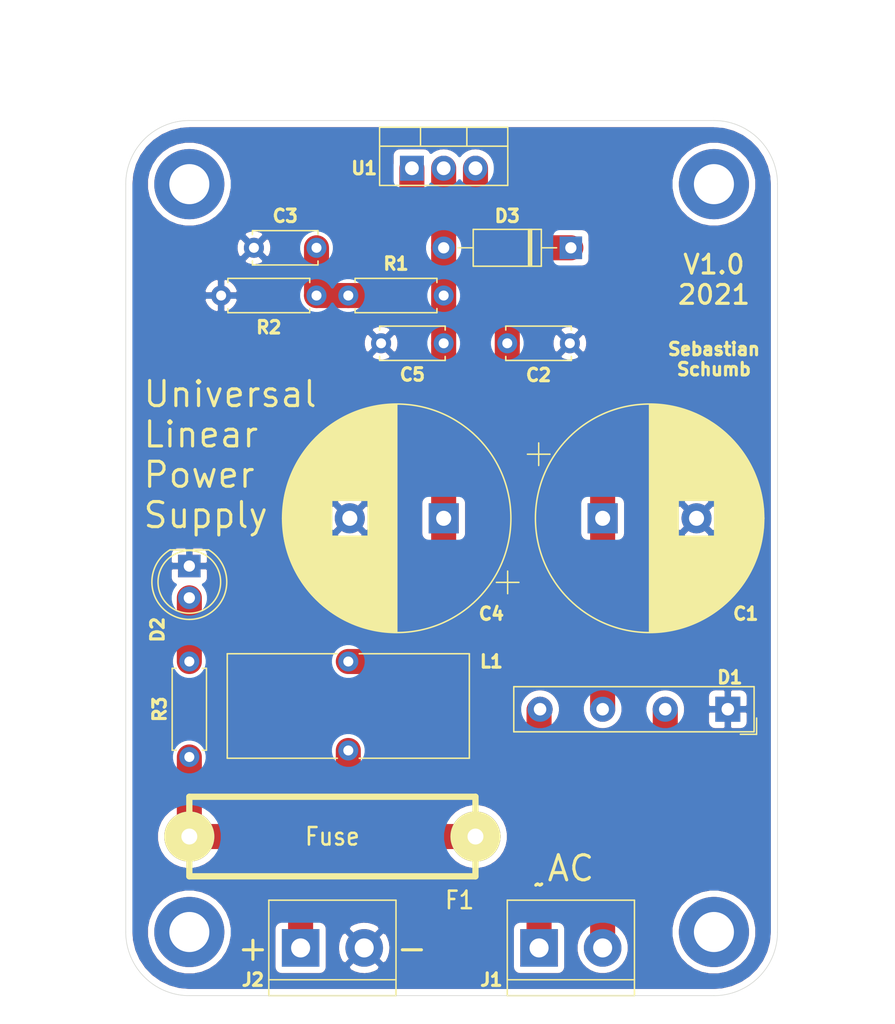
<source format=kicad_pcb>
(kicad_pcb (version 20171130) (host pcbnew 5.1.10)

  (general
    (thickness 1.6)
    (drawings 17)
    (tracks 32)
    (zones 0)
    (modules 20)
    (nets 10)
  )

  (page A4)
  (layers
    (0 F.Cu signal)
    (31 B.Cu signal)
    (32 B.Adhes user)
    (33 F.Adhes user)
    (34 B.Paste user)
    (35 F.Paste user)
    (36 B.SilkS user)
    (37 F.SilkS user)
    (38 B.Mask user)
    (39 F.Mask user)
    (40 Dwgs.User user)
    (41 Cmts.User user)
    (42 Eco1.User user)
    (43 Eco2.User user)
    (44 Edge.Cuts user)
    (45 Margin user)
    (46 B.CrtYd user)
    (47 F.CrtYd user)
    (48 B.Fab user)
    (49 F.Fab user)
  )

  (setup
    (last_trace_width 0.25)
    (user_trace_width 1)
    (user_trace_width 1.5)
    (user_trace_width 2)
    (trace_clearance 0.2)
    (zone_clearance 0.508)
    (zone_45_only no)
    (trace_min 0.2)
    (via_size 0.8)
    (via_drill 0.4)
    (via_min_size 0.4)
    (via_min_drill 0.3)
    (uvia_size 0.3)
    (uvia_drill 0.1)
    (uvias_allowed no)
    (uvia_min_size 0.2)
    (uvia_min_drill 0.1)
    (edge_width 0.05)
    (segment_width 0.2)
    (pcb_text_width 0.3)
    (pcb_text_size 1.5 1.5)
    (mod_edge_width 0.12)
    (mod_text_size 1 1)
    (mod_text_width 0.15)
    (pad_size 1.524 1.524)
    (pad_drill 0.762)
    (pad_to_mask_clearance 0)
    (aux_axis_origin 0 0)
    (visible_elements FFFFFF7F)
    (pcbplotparams
      (layerselection 0x010fc_ffffffff)
      (usegerberextensions false)
      (usegerberattributes true)
      (usegerberadvancedattributes true)
      (creategerberjobfile true)
      (excludeedgelayer true)
      (linewidth 0.100000)
      (plotframeref false)
      (viasonmask false)
      (mode 1)
      (useauxorigin false)
      (hpglpennumber 1)
      (hpglpenspeed 20)
      (hpglpendiameter 15.000000)
      (psnegative false)
      (psa4output false)
      (plotreference true)
      (plotvalue true)
      (plotinvisibletext false)
      (padsonsilk false)
      (subtractmaskfromsilk false)
      (outputformat 1)
      (mirror false)
      (drillshape 1)
      (scaleselection 1)
      (outputdirectory ""))
  )

  (net 0 "")
  (net 1 GND)
  (net 2 "Net-(C1-Pad1)")
  (net 3 "Net-(C3-Pad1)")
  (net 4 "Net-(C4-Pad1)")
  (net 5 "Net-(D1-Pad2)")
  (net 6 "Net-(D1-Pad4)")
  (net 7 "Net-(D2-Pad2)")
  (net 8 "Net-(F1-Pad1)")
  (net 9 "Net-(F1-Pad2)")

  (net_class Default "This is the default net class."
    (clearance 0.2)
    (trace_width 0.25)
    (via_dia 0.8)
    (via_drill 0.4)
    (uvia_dia 0.3)
    (uvia_drill 0.1)
    (add_net GND)
    (add_net "Net-(C1-Pad1)")
    (add_net "Net-(C3-Pad1)")
    (add_net "Net-(C4-Pad1)")
    (add_net "Net-(D1-Pad2)")
    (add_net "Net-(D1-Pad4)")
    (add_net "Net-(D2-Pad2)")
    (add_net "Net-(F1-Pad1)")
    (add_net "Net-(F1-Pad2)")
  )

  (module MountingHole:MountingHole_3.2mm_M3_DIN965_Pad (layer F.Cu) (tedit 56D1B4CB) (tstamp 6145B0B8)
    (at 118.11 121.92)
    (descr "Mounting Hole 3.2mm, M3, DIN965")
    (tags "mounting hole 3.2mm m3 din965")
    (attr virtual)
    (fp_text reference REF** (at 0 -3.8) (layer F.SilkS) hide
      (effects (font (size 1 1) (thickness 0.25)))
    )
    (fp_text value MountingHole_3.2mm_M3_DIN965_Pad (at 0 3.8) (layer F.Fab)
      (effects (font (size 1 1) (thickness 0.25)))
    )
    (fp_circle (center 0 0) (end 2.8 0) (layer Cmts.User) (width 0.15))
    (fp_circle (center 0 0) (end 3.05 0) (layer F.CrtYd) (width 0.05))
    (fp_text user %R (at 0.3 0) (layer F.Fab)
      (effects (font (size 1 1) (thickness 0.25)))
    )
    (pad 1 thru_hole circle (at 0 0) (size 5.6 5.6) (drill 3.2) (layers *.Cu *.Mask))
  )

  (module MountingHole:MountingHole_3.2mm_M3_DIN965_Pad (layer F.Cu) (tedit 56D1B4CB) (tstamp 6145B071)
    (at 160.02 121.92)
    (descr "Mounting Hole 3.2mm, M3, DIN965")
    (tags "mounting hole 3.2mm m3 din965")
    (attr virtual)
    (fp_text reference REF** (at 0 -3.8) (layer F.SilkS) hide
      (effects (font (size 1 1) (thickness 0.25)))
    )
    (fp_text value MountingHole_3.2mm_M3_DIN965_Pad (at 0 3.8) (layer F.Fab)
      (effects (font (size 1 1) (thickness 0.25)))
    )
    (fp_circle (center 0 0) (end 3.05 0) (layer F.CrtYd) (width 0.05))
    (fp_circle (center 0 0) (end 2.8 0) (layer Cmts.User) (width 0.15))
    (fp_text user %R (at 0.3 0) (layer F.Fab)
      (effects (font (size 1 1) (thickness 0.25)))
    )
    (pad 1 thru_hole circle (at 0 0) (size 5.6 5.6) (drill 3.2) (layers *.Cu *.Mask))
  )

  (module MountingHole:MountingHole_3.2mm_M3_DIN965_Pad (layer F.Cu) (tedit 56D1B4CB) (tstamp 6145B054)
    (at 118.11 62.23)
    (descr "Mounting Hole 3.2mm, M3, DIN965")
    (tags "mounting hole 3.2mm m3 din965")
    (attr virtual)
    (fp_text reference REF** (at 0 -3.8) (layer F.SilkS) hide
      (effects (font (size 1 1) (thickness 0.25)))
    )
    (fp_text value MountingHole_3.2mm_M3_DIN965_Pad (at 0 3.8) (layer F.Fab)
      (effects (font (size 1 1) (thickness 0.25)))
    )
    (fp_circle (center 0 0) (end 3.05 0) (layer F.CrtYd) (width 0.05))
    (fp_circle (center 0 0) (end 2.8 0) (layer Cmts.User) (width 0.15))
    (fp_text user %R (at 0.3 0) (layer F.Fab)
      (effects (font (size 1 1) (thickness 0.25)))
    )
    (pad 1 thru_hole circle (at 0 0) (size 5.6 5.6) (drill 3.2) (layers *.Cu *.Mask))
  )

  (module MountingHole:MountingHole_3.2mm_M3_DIN965_Pad (layer F.Cu) (tedit 56D1B4CB) (tstamp 6145B037)
    (at 160.02 62.23)
    (descr "Mounting Hole 3.2mm, M3, DIN965")
    (tags "mounting hole 3.2mm m3 din965")
    (attr virtual)
    (fp_text reference REF** (at 0 -3.8) (layer F.SilkS) hide
      (effects (font (size 1 1) (thickness 0.25)))
    )
    (fp_text value MountingHole_3.2mm_M3_DIN965_Pad (at 0 3.8) (layer F.Fab)
      (effects (font (size 1 1) (thickness 0.25)))
    )
    (fp_circle (center 0 0) (end 3.05 0) (layer F.CrtYd) (width 0.05))
    (fp_circle (center 0 0) (end 2.8 0) (layer Cmts.User) (width 0.15))
    (fp_text user %R (at 0.3 0) (layer F.Fab)
      (effects (font (size 1 1) (thickness 0.25)))
    )
    (pad 1 thru_hole circle (at 0 0) (size 5.6 5.6) (drill 3.2) (layers *.Cu *.Mask))
  )

  (module Capacitor_THT:C_Disc_D5.0mm_W2.5mm_P5.00mm (layer F.Cu) (tedit 5AE50EF0) (tstamp 6145A0FF)
    (at 128.27 67.31 180)
    (descr "C, Disc series, Radial, pin pitch=5.00mm, , diameter*width=5*2.5mm^2, Capacitor, http://cdn-reichelt.de/documents/datenblatt/B300/DS_KERKO_TC.pdf")
    (tags "C Disc series Radial pin pitch 5.00mm  diameter 5mm width 2.5mm Capacitor")
    (path /614522B1)
    (fp_text reference C3 (at 2.5 2.54) (layer F.SilkS)
      (effects (font (size 1 1) (thickness 0.25)))
    )
    (fp_text value C (at 2.5 2.5) (layer F.Fab)
      (effects (font (size 1 1) (thickness 0.25)))
    )
    (fp_line (start 6.05 -1.5) (end -1.05 -1.5) (layer F.CrtYd) (width 0.05))
    (fp_line (start 6.05 1.5) (end 6.05 -1.5) (layer F.CrtYd) (width 0.05))
    (fp_line (start -1.05 1.5) (end 6.05 1.5) (layer F.CrtYd) (width 0.05))
    (fp_line (start -1.05 -1.5) (end -1.05 1.5) (layer F.CrtYd) (width 0.05))
    (fp_line (start 5.12 1.055) (end 5.12 1.37) (layer F.SilkS) (width 0.12))
    (fp_line (start 5.12 -1.37) (end 5.12 -1.055) (layer F.SilkS) (width 0.12))
    (fp_line (start -0.12 1.055) (end -0.12 1.37) (layer F.SilkS) (width 0.12))
    (fp_line (start -0.12 -1.37) (end -0.12 -1.055) (layer F.SilkS) (width 0.12))
    (fp_line (start -0.12 1.37) (end 5.12 1.37) (layer F.SilkS) (width 0.12))
    (fp_line (start -0.12 -1.37) (end 5.12 -1.37) (layer F.SilkS) (width 0.12))
    (fp_line (start 5 -1.25) (end 0 -1.25) (layer F.Fab) (width 0.1))
    (fp_line (start 5 1.25) (end 5 -1.25) (layer F.Fab) (width 0.1))
    (fp_line (start 0 1.25) (end 5 1.25) (layer F.Fab) (width 0.1))
    (fp_line (start 0 -1.25) (end 0 1.25) (layer F.Fab) (width 0.1))
    (fp_text user %R (at 2.5 0) (layer F.Fab)
      (effects (font (size 1 1) (thickness 0.25)))
    )
    (pad 2 thru_hole circle (at 5 0 180) (size 1.6 1.6) (drill 0.8) (layers *.Cu *.Mask)
      (net 1 GND))
    (pad 1 thru_hole circle (at 0 0 180) (size 1.6 1.6) (drill 0.8) (layers *.Cu *.Mask)
      (net 3 "Net-(C3-Pad1)"))
    (model ${KISYS3DMOD}/Capacitor_THT.3dshapes/C_Disc_D5.0mm_W2.5mm_P5.00mm.wrl
      (at (xyz 0 0 0))
      (scale (xyz 1 1 1))
      (rotate (xyz 0 0 0))
    )
  )

  (module Capacitor_THT:C_Disc_D5.0mm_W2.5mm_P5.00mm (layer F.Cu) (tedit 5AE50EF0) (tstamp 6145A069)
    (at 143.51 74.93)
    (descr "C, Disc series, Radial, pin pitch=5.00mm, , diameter*width=5*2.5mm^2, Capacitor, http://cdn-reichelt.de/documents/datenblatt/B300/DS_KERKO_TC.pdf")
    (tags "C Disc series Radial pin pitch 5.00mm  diameter 5mm width 2.5mm Capacitor")
    (path /6144EE47)
    (fp_text reference C2 (at 2.5 2.54) (layer F.SilkS)
      (effects (font (size 1 1) (thickness 0.25)))
    )
    (fp_text value C (at 2.5 2.5) (layer F.Fab)
      (effects (font (size 1 1) (thickness 0.25)))
    )
    (fp_line (start 6.05 -1.5) (end -1.05 -1.5) (layer F.CrtYd) (width 0.05))
    (fp_line (start 6.05 1.5) (end 6.05 -1.5) (layer F.CrtYd) (width 0.05))
    (fp_line (start -1.05 1.5) (end 6.05 1.5) (layer F.CrtYd) (width 0.05))
    (fp_line (start -1.05 -1.5) (end -1.05 1.5) (layer F.CrtYd) (width 0.05))
    (fp_line (start 5.12 1.055) (end 5.12 1.37) (layer F.SilkS) (width 0.12))
    (fp_line (start 5.12 -1.37) (end 5.12 -1.055) (layer F.SilkS) (width 0.12))
    (fp_line (start -0.12 1.055) (end -0.12 1.37) (layer F.SilkS) (width 0.12))
    (fp_line (start -0.12 -1.37) (end -0.12 -1.055) (layer F.SilkS) (width 0.12))
    (fp_line (start -0.12 1.37) (end 5.12 1.37) (layer F.SilkS) (width 0.12))
    (fp_line (start -0.12 -1.37) (end 5.12 -1.37) (layer F.SilkS) (width 0.12))
    (fp_line (start 5 -1.25) (end 0 -1.25) (layer F.Fab) (width 0.1))
    (fp_line (start 5 1.25) (end 5 -1.25) (layer F.Fab) (width 0.1))
    (fp_line (start 0 1.25) (end 5 1.25) (layer F.Fab) (width 0.1))
    (fp_line (start 0 -1.25) (end 0 1.25) (layer F.Fab) (width 0.1))
    (fp_text user %R (at 2.5 0) (layer F.Fab)
      (effects (font (size 1 1) (thickness 0.25)))
    )
    (pad 2 thru_hole circle (at 5 0) (size 1.6 1.6) (drill 0.8) (layers *.Cu *.Mask)
      (net 1 GND))
    (pad 1 thru_hole circle (at 0 0) (size 1.6 1.6) (drill 0.8) (layers *.Cu *.Mask)
      (net 2 "Net-(C1-Pad1)"))
    (model ${KISYS3DMOD}/Capacitor_THT.3dshapes/C_Disc_D5.0mm_W2.5mm_P5.00mm.wrl
      (at (xyz 0 0 0))
      (scale (xyz 1 1 1))
      (rotate (xyz 0 0 0))
    )
  )

  (module Inductor_THT:L_Toroid_Vertical_L19.1mm_W8.1mm_P7.10mm_Bourns_5700 (layer F.Cu) (tedit 5AE59B06) (tstamp 61456C4D)
    (at 130.81 100.33)
    (descr "L_Toroid, Vertical series, Radial, pin pitch=7.10mm, , length*width=19.1*8.1mm^2, Bourns, 5700, http://www.bourns.com/docs/Product-Datasheets/5700_series.pdf")
    (tags "L_Toroid Vertical series Radial pin pitch 7.10mm  length 19.1mm width 8.1mm Bourns 5700")
    (path /614535B4)
    (fp_text reference L1 (at 11.43 0) (layer F.SilkS)
      (effects (font (size 1 1) (thickness 0.25)))
    )
    (fp_text value "TLC 1,0A-100µ" (at 0 9.15) (layer F.Fab)
      (effects (font (size 1 1) (thickness 0.25)))
    )
    (fp_line (start 9.8 -1.05) (end -9.8 -1.05) (layer F.CrtYd) (width 0.05))
    (fp_line (start 9.8 8.15) (end 9.8 -1.05) (layer F.CrtYd) (width 0.05))
    (fp_line (start -9.8 8.15) (end 9.8 8.15) (layer F.CrtYd) (width 0.05))
    (fp_line (start -9.8 -1.05) (end -9.8 8.15) (layer F.CrtYd) (width 0.05))
    (fp_line (start 9.67 -0.62) (end 9.67 7.72) (layer F.SilkS) (width 0.12))
    (fp_line (start -9.67 -0.62) (end -9.67 7.72) (layer F.SilkS) (width 0.12))
    (fp_line (start 0.875 7.72) (end 9.67 7.72) (layer F.SilkS) (width 0.12))
    (fp_line (start -9.67 7.72) (end -0.875 7.72) (layer F.SilkS) (width 0.12))
    (fp_line (start 0.875 -0.62) (end 9.67 -0.62) (layer F.SilkS) (width 0.12))
    (fp_line (start -9.67 -0.62) (end -0.875 -0.62) (layer F.SilkS) (width 0.12))
    (fp_line (start 7.64 -0.5) (end 8.595 7.6) (layer F.Fab) (width 0.1))
    (fp_line (start 5.73 -0.5) (end 6.685 7.6) (layer F.Fab) (width 0.1))
    (fp_line (start 3.82 -0.5) (end 4.775 7.6) (layer F.Fab) (width 0.1))
    (fp_line (start 1.91 -0.5) (end 2.865 7.6) (layer F.Fab) (width 0.1))
    (fp_line (start 0 -0.5) (end 0.955 7.6) (layer F.Fab) (width 0.1))
    (fp_line (start -1.91 -0.5) (end -0.955 7.6) (layer F.Fab) (width 0.1))
    (fp_line (start -3.82 -0.5) (end -2.865 7.6) (layer F.Fab) (width 0.1))
    (fp_line (start -5.73 -0.5) (end -4.775 7.6) (layer F.Fab) (width 0.1))
    (fp_line (start -7.64 -0.5) (end -6.685 7.6) (layer F.Fab) (width 0.1))
    (fp_line (start -9.55 -0.5) (end -8.595 7.6) (layer F.Fab) (width 0.1))
    (fp_line (start 9.55 -0.5) (end -9.55 -0.5) (layer F.Fab) (width 0.1))
    (fp_line (start 9.55 7.6) (end 9.55 -0.5) (layer F.Fab) (width 0.1))
    (fp_line (start -9.55 7.6) (end 9.55 7.6) (layer F.Fab) (width 0.1))
    (fp_line (start -9.55 -0.5) (end -9.55 7.6) (layer F.Fab) (width 0.1))
    (fp_text user %R (at 3.55 0) (layer F.Fab)
      (effects (font (size 1 1) (thickness 0.25)))
    )
    (pad 2 thru_hole circle (at 0 7.1) (size 1.6 1.6) (drill 0.8) (layers *.Cu *.Mask)
      (net 9 "Net-(F1-Pad2)"))
    (pad 1 thru_hole circle (at 0 0) (size 1.6 1.6) (drill 0.8) (layers *.Cu *.Mask)
      (net 4 "Net-(C4-Pad1)"))
    (model ${KISYS3DMOD}/Inductor_THT.3dshapes/L_Toroid_Vertical_L19.1mm_W8.1mm_P7.10mm_Bourns_5700.wrl
      (at (xyz 0 0 0))
      (scale (xyz 1 1 1))
      (rotate (xyz 0 0 0))
    )
  )

  (module Diode_THT:D_A-405_P10.16mm_Horizontal (layer F.Cu) (tedit 5AE50CD5) (tstamp 6145A0AF)
    (at 148.59 67.31 180)
    (descr "Diode, A-405 series, Axial, Horizontal, pin pitch=10.16mm, , length*diameter=5.2*2.7mm^2, , http://www.diodes.com/_files/packages/A-405.pdf")
    (tags "Diode A-405 series Axial Horizontal pin pitch 10.16mm  length 5.2mm diameter 2.7mm")
    (path /6145757C)
    (fp_text reference D3 (at 5.08 2.54) (layer F.SilkS)
      (effects (font (size 1 1) (thickness 0.25)))
    )
    (fp_text value D (at 5.08 2.47) (layer F.Fab)
      (effects (font (size 1 1) (thickness 0.25)))
    )
    (fp_line (start 11.31 -1.6) (end -1.15 -1.6) (layer F.CrtYd) (width 0.05))
    (fp_line (start 11.31 1.6) (end 11.31 -1.6) (layer F.CrtYd) (width 0.05))
    (fp_line (start -1.15 1.6) (end 11.31 1.6) (layer F.CrtYd) (width 0.05))
    (fp_line (start -1.15 -1.6) (end -1.15 1.6) (layer F.CrtYd) (width 0.05))
    (fp_line (start 3.14 -1.47) (end 3.14 1.47) (layer F.SilkS) (width 0.12))
    (fp_line (start 3.38 -1.47) (end 3.38 1.47) (layer F.SilkS) (width 0.12))
    (fp_line (start 3.26 -1.47) (end 3.26 1.47) (layer F.SilkS) (width 0.12))
    (fp_line (start 9.02 0) (end 7.8 0) (layer F.SilkS) (width 0.12))
    (fp_line (start 1.14 0) (end 2.36 0) (layer F.SilkS) (width 0.12))
    (fp_line (start 7.8 -1.47) (end 2.36 -1.47) (layer F.SilkS) (width 0.12))
    (fp_line (start 7.8 1.47) (end 7.8 -1.47) (layer F.SilkS) (width 0.12))
    (fp_line (start 2.36 1.47) (end 7.8 1.47) (layer F.SilkS) (width 0.12))
    (fp_line (start 2.36 -1.47) (end 2.36 1.47) (layer F.SilkS) (width 0.12))
    (fp_line (start 3.16 -1.35) (end 3.16 1.35) (layer F.Fab) (width 0.1))
    (fp_line (start 3.36 -1.35) (end 3.36 1.35) (layer F.Fab) (width 0.1))
    (fp_line (start 3.26 -1.35) (end 3.26 1.35) (layer F.Fab) (width 0.1))
    (fp_line (start 10.16 0) (end 7.68 0) (layer F.Fab) (width 0.1))
    (fp_line (start 0 0) (end 2.48 0) (layer F.Fab) (width 0.1))
    (fp_line (start 7.68 -1.35) (end 2.48 -1.35) (layer F.Fab) (width 0.1))
    (fp_line (start 7.68 1.35) (end 7.68 -1.35) (layer F.Fab) (width 0.1))
    (fp_line (start 2.48 1.35) (end 7.68 1.35) (layer F.Fab) (width 0.1))
    (fp_line (start 2.48 -1.35) (end 2.48 1.35) (layer F.Fab) (width 0.1))
    (fp_text user K (at 0 -1.9) (layer F.SilkS) hide
      (effects (font (size 1 1) (thickness 0.25)))
    )
    (fp_text user K (at 0 -1.9) (layer F.Fab)
      (effects (font (size 1 1) (thickness 0.25)))
    )
    (fp_text user %R (at 5.47 0) (layer F.Fab)
      (effects (font (size 1 1) (thickness 0.25)))
    )
    (pad 2 thru_hole oval (at 10.16 0 180) (size 1.8 1.8) (drill 0.9) (layers *.Cu *.Mask)
      (net 4 "Net-(C4-Pad1)"))
    (pad 1 thru_hole rect (at 0 0 180) (size 1.8 1.8) (drill 0.9) (layers *.Cu *.Mask)
      (net 2 "Net-(C1-Pad1)"))
    (model ${KISYS3DMOD}/Diode_THT.3dshapes/D_A-405_P10.16mm_Horizontal.wrl
      (at (xyz 0 0 0))
      (scale (xyz 1 1 1))
      (rotate (xyz 0 0 0))
    )
  )

  (module Package_TO_SOT_THT:TO-220-3_Vertical (layer F.Cu) (tedit 5AC8BA0D) (tstamp 6145A140)
    (at 135.89 60.96)
    (descr "TO-220-3, Vertical, RM 2.54mm, see https://www.vishay.com/docs/66542/to-220-1.pdf")
    (tags "TO-220-3 Vertical RM 2.54mm")
    (path /6144C566)
    (fp_text reference U1 (at -3.81 0) (layer F.SilkS)
      (effects (font (size 1 1) (thickness 0.25)))
    )
    (fp_text value LM350_TO220 (at 2.54 2.5) (layer F.Fab)
      (effects (font (size 1 1) (thickness 0.25)))
    )
    (fp_line (start 7.79 -3.4) (end -2.71 -3.4) (layer F.CrtYd) (width 0.05))
    (fp_line (start 7.79 1.51) (end 7.79 -3.4) (layer F.CrtYd) (width 0.05))
    (fp_line (start -2.71 1.51) (end 7.79 1.51) (layer F.CrtYd) (width 0.05))
    (fp_line (start -2.71 -3.4) (end -2.71 1.51) (layer F.CrtYd) (width 0.05))
    (fp_line (start 4.391 -3.27) (end 4.391 -1.76) (layer F.SilkS) (width 0.12))
    (fp_line (start 0.69 -3.27) (end 0.69 -1.76) (layer F.SilkS) (width 0.12))
    (fp_line (start -2.58 -1.76) (end 7.66 -1.76) (layer F.SilkS) (width 0.12))
    (fp_line (start 7.66 -3.27) (end 7.66 1.371) (layer F.SilkS) (width 0.12))
    (fp_line (start -2.58 -3.27) (end -2.58 1.371) (layer F.SilkS) (width 0.12))
    (fp_line (start -2.58 1.371) (end 7.66 1.371) (layer F.SilkS) (width 0.12))
    (fp_line (start -2.58 -3.27) (end 7.66 -3.27) (layer F.SilkS) (width 0.12))
    (fp_line (start 4.39 -3.15) (end 4.39 -1.88) (layer F.Fab) (width 0.1))
    (fp_line (start 0.69 -3.15) (end 0.69 -1.88) (layer F.Fab) (width 0.1))
    (fp_line (start -2.46 -1.88) (end 7.54 -1.88) (layer F.Fab) (width 0.1))
    (fp_line (start 7.54 -3.15) (end -2.46 -3.15) (layer F.Fab) (width 0.1))
    (fp_line (start 7.54 1.25) (end 7.54 -3.15) (layer F.Fab) (width 0.1))
    (fp_line (start -2.46 1.25) (end 7.54 1.25) (layer F.Fab) (width 0.1))
    (fp_line (start -2.46 -3.15) (end -2.46 1.25) (layer F.Fab) (width 0.1))
    (fp_text user %R (at -3.81 0) (layer F.Fab)
      (effects (font (size 1 1) (thickness 0.25)))
    )
    (pad 3 thru_hole oval (at 5.08 0) (size 1.905 2) (drill 1.1) (layers *.Cu *.Mask)
      (net 2 "Net-(C1-Pad1)"))
    (pad 2 thru_hole oval (at 2.54 0) (size 1.905 2) (drill 1.1) (layers *.Cu *.Mask)
      (net 4 "Net-(C4-Pad1)"))
    (pad 1 thru_hole rect (at 0 0) (size 1.905 2) (drill 1.1) (layers *.Cu *.Mask)
      (net 3 "Net-(C3-Pad1)"))
    (model ${KISYS3DMOD}/Package_TO_SOT_THT.3dshapes/TO-220-3_Vertical.wrl
      (at (xyz 0 0 0))
      (scale (xyz 1 1 1))
      (rotate (xyz 0 0 0))
    )
  )

  (module Resistor_THT:R_Axial_DIN0207_L6.3mm_D2.5mm_P7.62mm_Horizontal (layer F.Cu) (tedit 5AE5139B) (tstamp 61459EAC)
    (at 118.11 107.95 90)
    (descr "Resistor, Axial_DIN0207 series, Axial, Horizontal, pin pitch=7.62mm, 0.25W = 1/4W, length*diameter=6.3*2.5mm^2, http://cdn-reichelt.de/documents/datenblatt/B400/1_4W%23YAG.pdf")
    (tags "Resistor Axial_DIN0207 series Axial Horizontal pin pitch 7.62mm 0.25W = 1/4W length 6.3mm diameter 2.5mm")
    (path /614553A4)
    (fp_text reference R3 (at 3.81 -2.37 90) (layer F.SilkS)
      (effects (font (size 1 1) (thickness 0.25)))
    )
    (fp_text value R (at 3.81 2.37 90) (layer F.Fab)
      (effects (font (size 1 1) (thickness 0.25)))
    )
    (fp_line (start 8.67 -1.5) (end -1.05 -1.5) (layer F.CrtYd) (width 0.05))
    (fp_line (start 8.67 1.5) (end 8.67 -1.5) (layer F.CrtYd) (width 0.05))
    (fp_line (start -1.05 1.5) (end 8.67 1.5) (layer F.CrtYd) (width 0.05))
    (fp_line (start -1.05 -1.5) (end -1.05 1.5) (layer F.CrtYd) (width 0.05))
    (fp_line (start 7.08 1.37) (end 7.08 1.04) (layer F.SilkS) (width 0.12))
    (fp_line (start 0.54 1.37) (end 7.08 1.37) (layer F.SilkS) (width 0.12))
    (fp_line (start 0.54 1.04) (end 0.54 1.37) (layer F.SilkS) (width 0.12))
    (fp_line (start 7.08 -1.37) (end 7.08 -1.04) (layer F.SilkS) (width 0.12))
    (fp_line (start 0.54 -1.37) (end 7.08 -1.37) (layer F.SilkS) (width 0.12))
    (fp_line (start 0.54 -1.04) (end 0.54 -1.37) (layer F.SilkS) (width 0.12))
    (fp_line (start 7.62 0) (end 6.96 0) (layer F.Fab) (width 0.1))
    (fp_line (start 0 0) (end 0.66 0) (layer F.Fab) (width 0.1))
    (fp_line (start 6.96 -1.25) (end 0.66 -1.25) (layer F.Fab) (width 0.1))
    (fp_line (start 6.96 1.25) (end 6.96 -1.25) (layer F.Fab) (width 0.1))
    (fp_line (start 0.66 1.25) (end 6.96 1.25) (layer F.Fab) (width 0.1))
    (fp_line (start 0.66 -1.25) (end 0.66 1.25) (layer F.Fab) (width 0.1))
    (fp_text user %R (at 3.81 0 90) (layer F.Fab)
      (effects (font (size 1 1) (thickness 0.25)))
    )
    (pad 2 thru_hole oval (at 7.62 0 90) (size 1.6 1.6) (drill 0.8) (layers *.Cu *.Mask)
      (net 7 "Net-(D2-Pad2)"))
    (pad 1 thru_hole circle (at 0 0 90) (size 1.6 1.6) (drill 0.8) (layers *.Cu *.Mask)
      (net 8 "Net-(F1-Pad1)"))
    (model ${KISYS3DMOD}/Resistor_THT.3dshapes/R_Axial_DIN0207_L6.3mm_D2.5mm_P7.62mm_Horizontal.wrl
      (at (xyz 0 0 0))
      (scale (xyz 1 1 1))
      (rotate (xyz 0 0 0))
    )
  )

  (module Resistor_THT:R_Axial_DIN0207_L6.3mm_D2.5mm_P7.62mm_Horizontal (layer F.Cu) (tedit 5AE5139B) (tstamp 6145A188)
    (at 128.27 71.12 180)
    (descr "Resistor, Axial_DIN0207 series, Axial, Horizontal, pin pitch=7.62mm, 0.25W = 1/4W, length*diameter=6.3*2.5mm^2, http://cdn-reichelt.de/documents/datenblatt/B400/1_4W%23YAG.pdf")
    (tags "Resistor Axial_DIN0207 series Axial Horizontal pin pitch 7.62mm 0.25W = 1/4W length 6.3mm diameter 2.5mm")
    (path /6144FB60)
    (fp_text reference R2 (at 3.81 -2.54) (layer F.SilkS)
      (effects (font (size 1 1) (thickness 0.25)))
    )
    (fp_text value R (at 3.81 2.37) (layer F.Fab)
      (effects (font (size 1 1) (thickness 0.25)))
    )
    (fp_line (start 8.67 -1.5) (end -1.05 -1.5) (layer F.CrtYd) (width 0.05))
    (fp_line (start 8.67 1.5) (end 8.67 -1.5) (layer F.CrtYd) (width 0.05))
    (fp_line (start -1.05 1.5) (end 8.67 1.5) (layer F.CrtYd) (width 0.05))
    (fp_line (start -1.05 -1.5) (end -1.05 1.5) (layer F.CrtYd) (width 0.05))
    (fp_line (start 7.08 1.37) (end 7.08 1.04) (layer F.SilkS) (width 0.12))
    (fp_line (start 0.54 1.37) (end 7.08 1.37) (layer F.SilkS) (width 0.12))
    (fp_line (start 0.54 1.04) (end 0.54 1.37) (layer F.SilkS) (width 0.12))
    (fp_line (start 7.08 -1.37) (end 7.08 -1.04) (layer F.SilkS) (width 0.12))
    (fp_line (start 0.54 -1.37) (end 7.08 -1.37) (layer F.SilkS) (width 0.12))
    (fp_line (start 0.54 -1.04) (end 0.54 -1.37) (layer F.SilkS) (width 0.12))
    (fp_line (start 7.62 0) (end 6.96 0) (layer F.Fab) (width 0.1))
    (fp_line (start 0 0) (end 0.66 0) (layer F.Fab) (width 0.1))
    (fp_line (start 6.96 -1.25) (end 0.66 -1.25) (layer F.Fab) (width 0.1))
    (fp_line (start 6.96 1.25) (end 6.96 -1.25) (layer F.Fab) (width 0.1))
    (fp_line (start 0.66 1.25) (end 6.96 1.25) (layer F.Fab) (width 0.1))
    (fp_line (start 0.66 -1.25) (end 0.66 1.25) (layer F.Fab) (width 0.1))
    (fp_text user %R (at 3.81 0) (layer F.Fab)
      (effects (font (size 1 1) (thickness 0.25)))
    )
    (pad 2 thru_hole oval (at 7.62 0 180) (size 1.6 1.6) (drill 0.8) (layers *.Cu *.Mask)
      (net 1 GND))
    (pad 1 thru_hole circle (at 0 0 180) (size 1.6 1.6) (drill 0.8) (layers *.Cu *.Mask)
      (net 3 "Net-(C3-Pad1)"))
    (model ${KISYS3DMOD}/Resistor_THT.3dshapes/R_Axial_DIN0207_L6.3mm_D2.5mm_P7.62mm_Horizontal.wrl
      (at (xyz 0 0 0))
      (scale (xyz 1 1 1))
      (rotate (xyz 0 0 0))
    )
  )

  (module Resistor_THT:R_Axial_DIN0207_L6.3mm_D2.5mm_P7.62mm_Horizontal (layer F.Cu) (tedit 5AE5139B) (tstamp 6145A1CA)
    (at 138.43 71.12 180)
    (descr "Resistor, Axial_DIN0207 series, Axial, Horizontal, pin pitch=7.62mm, 0.25W = 1/4W, length*diameter=6.3*2.5mm^2, http://cdn-reichelt.de/documents/datenblatt/B400/1_4W%23YAG.pdf")
    (tags "Resistor Axial_DIN0207 series Axial Horizontal pin pitch 7.62mm 0.25W = 1/4W length 6.3mm diameter 2.5mm")
    (path /6144F5DA)
    (fp_text reference R1 (at 3.81 2.54) (layer F.SilkS)
      (effects (font (size 1 1) (thickness 0.25)))
    )
    (fp_text value R (at 3.81 2.37) (layer F.Fab)
      (effects (font (size 1 1) (thickness 0.25)))
    )
    (fp_line (start 8.67 -1.5) (end -1.05 -1.5) (layer F.CrtYd) (width 0.05))
    (fp_line (start 8.67 1.5) (end 8.67 -1.5) (layer F.CrtYd) (width 0.05))
    (fp_line (start -1.05 1.5) (end 8.67 1.5) (layer F.CrtYd) (width 0.05))
    (fp_line (start -1.05 -1.5) (end -1.05 1.5) (layer F.CrtYd) (width 0.05))
    (fp_line (start 7.08 1.37) (end 7.08 1.04) (layer F.SilkS) (width 0.12))
    (fp_line (start 0.54 1.37) (end 7.08 1.37) (layer F.SilkS) (width 0.12))
    (fp_line (start 0.54 1.04) (end 0.54 1.37) (layer F.SilkS) (width 0.12))
    (fp_line (start 7.08 -1.37) (end 7.08 -1.04) (layer F.SilkS) (width 0.12))
    (fp_line (start 0.54 -1.37) (end 7.08 -1.37) (layer F.SilkS) (width 0.12))
    (fp_line (start 0.54 -1.04) (end 0.54 -1.37) (layer F.SilkS) (width 0.12))
    (fp_line (start 7.62 0) (end 6.96 0) (layer F.Fab) (width 0.1))
    (fp_line (start 0 0) (end 0.66 0) (layer F.Fab) (width 0.1))
    (fp_line (start 6.96 -1.25) (end 0.66 -1.25) (layer F.Fab) (width 0.1))
    (fp_line (start 6.96 1.25) (end 6.96 -1.25) (layer F.Fab) (width 0.1))
    (fp_line (start 0.66 1.25) (end 6.96 1.25) (layer F.Fab) (width 0.1))
    (fp_line (start 0.66 -1.25) (end 0.66 1.25) (layer F.Fab) (width 0.1))
    (fp_text user %R (at 3.81 0) (layer F.Fab)
      (effects (font (size 1 1) (thickness 0.25)))
    )
    (pad 2 thru_hole oval (at 7.62 0 180) (size 1.6 1.6) (drill 0.8) (layers *.Cu *.Mask)
      (net 3 "Net-(C3-Pad1)"))
    (pad 1 thru_hole circle (at 0 0 180) (size 1.6 1.6) (drill 0.8) (layers *.Cu *.Mask)
      (net 4 "Net-(C4-Pad1)"))
    (model ${KISYS3DMOD}/Resistor_THT.3dshapes/R_Axial_DIN0207_L6.3mm_D2.5mm_P7.62mm_Horizontal.wrl
      (at (xyz 0 0 0))
      (scale (xyz 1 1 1))
      (rotate (xyz 0 0 0))
    )
  )

  (module TerminalBlock:TerminalBlock_bornier-2_P5.08mm (layer F.Cu) (tedit 59FF03AB) (tstamp 61459F73)
    (at 127 123.19)
    (descr "simple 2-pin terminal block, pitch 5.08mm, revamped version of bornier2")
    (tags "terminal block bornier2")
    (path /6146881F)
    (fp_text reference J2 (at -3.81 2.54) (layer F.SilkS)
      (effects (font (size 1 1) (thickness 0.25)))
    )
    (fp_text value Conn_01x02 (at 2.54 5.08) (layer F.Fab)
      (effects (font (size 1 1) (thickness 0.25)))
    )
    (fp_line (start 7.79 4) (end -2.71 4) (layer F.CrtYd) (width 0.05))
    (fp_line (start 7.79 4) (end 7.79 -4) (layer F.CrtYd) (width 0.05))
    (fp_line (start -2.71 -4) (end -2.71 4) (layer F.CrtYd) (width 0.05))
    (fp_line (start -2.71 -4) (end 7.79 -4) (layer F.CrtYd) (width 0.05))
    (fp_line (start -2.54 3.81) (end 7.62 3.81) (layer F.SilkS) (width 0.12))
    (fp_line (start -2.54 -3.81) (end -2.54 3.81) (layer F.SilkS) (width 0.12))
    (fp_line (start 7.62 -3.81) (end -2.54 -3.81) (layer F.SilkS) (width 0.12))
    (fp_line (start 7.62 3.81) (end 7.62 -3.81) (layer F.SilkS) (width 0.12))
    (fp_line (start 7.62 2.54) (end -2.54 2.54) (layer F.SilkS) (width 0.12))
    (fp_line (start 7.54 -3.75) (end -2.46 -3.75) (layer F.Fab) (width 0.1))
    (fp_line (start 7.54 3.75) (end 7.54 -3.75) (layer F.Fab) (width 0.1))
    (fp_line (start -2.46 3.75) (end 7.54 3.75) (layer F.Fab) (width 0.1))
    (fp_line (start -2.46 -3.75) (end -2.46 3.75) (layer F.Fab) (width 0.1))
    (fp_line (start -2.41 2.55) (end 7.49 2.55) (layer F.Fab) (width 0.1))
    (fp_text user %R (at 2.54 0) (layer F.Fab)
      (effects (font (size 1 1) (thickness 0.25)))
    )
    (pad 2 thru_hole circle (at 5.08 0) (size 3 3) (drill 1.52) (layers *.Cu *.Mask)
      (net 1 GND))
    (pad 1 thru_hole rect (at 0 0) (size 3 3) (drill 1.52) (layers *.Cu *.Mask)
      (net 8 "Net-(F1-Pad1)"))
    (model ${KISYS3DMOD}/TerminalBlock.3dshapes/TerminalBlock_bornier-2_P5.08mm.wrl
      (offset (xyz 2.539999961853027 0 0))
      (scale (xyz 1 1 1))
      (rotate (xyz 0 0 0))
    )
  )

  (module TerminalBlock:TerminalBlock_bornier-2_P5.08mm (layer F.Cu) (tedit 59FF03AB) (tstamp 614559DD)
    (at 146.05 123.19)
    (descr "simple 2-pin terminal block, pitch 5.08mm, revamped version of bornier2")
    (tags "terminal block bornier2")
    (path /61466A8B)
    (fp_text reference J1 (at -3.81 2.54) (layer F.SilkS)
      (effects (font (size 1 1) (thickness 0.25)))
    )
    (fp_text value Conn_01x02 (at 2.54 5.08) (layer F.Fab)
      (effects (font (size 1 1) (thickness 0.25)))
    )
    (fp_line (start 7.79 4) (end -2.71 4) (layer F.CrtYd) (width 0.05))
    (fp_line (start 7.79 4) (end 7.79 -4) (layer F.CrtYd) (width 0.05))
    (fp_line (start -2.71 -4) (end -2.71 4) (layer F.CrtYd) (width 0.05))
    (fp_line (start -2.71 -4) (end 7.79 -4) (layer F.CrtYd) (width 0.05))
    (fp_line (start -2.54 3.81) (end 7.62 3.81) (layer F.SilkS) (width 0.12))
    (fp_line (start -2.54 -3.81) (end -2.54 3.81) (layer F.SilkS) (width 0.12))
    (fp_line (start 7.62 -3.81) (end -2.54 -3.81) (layer F.SilkS) (width 0.12))
    (fp_line (start 7.62 3.81) (end 7.62 -3.81) (layer F.SilkS) (width 0.12))
    (fp_line (start 7.62 2.54) (end -2.54 2.54) (layer F.SilkS) (width 0.12))
    (fp_line (start 7.54 -3.75) (end -2.46 -3.75) (layer F.Fab) (width 0.1))
    (fp_line (start 7.54 3.75) (end 7.54 -3.75) (layer F.Fab) (width 0.1))
    (fp_line (start -2.46 3.75) (end 7.54 3.75) (layer F.Fab) (width 0.1))
    (fp_line (start -2.46 -3.75) (end -2.46 3.75) (layer F.Fab) (width 0.1))
    (fp_line (start -2.41 2.55) (end 7.49 2.55) (layer F.Fab) (width 0.1))
    (fp_text user %R (at 2.54 0) (layer F.Fab)
      (effects (font (size 1 1) (thickness 0.25)))
    )
    (pad 2 thru_hole circle (at 5.08 0) (size 3 3) (drill 1.52) (layers *.Cu *.Mask)
      (net 5 "Net-(D1-Pad2)"))
    (pad 1 thru_hole rect (at 0 0) (size 3 3) (drill 1.52) (layers *.Cu *.Mask)
      (net 6 "Net-(D1-Pad4)"))
    (model ${KISYS3DMOD}/TerminalBlock.3dshapes/TerminalBlock_bornier-2_P5.08mm.wrl
      (offset (xyz 2.539999961853027 0 0))
      (scale (xyz 1 1 1))
      (rotate (xyz 0 0 0))
    )
  )

  (module misc:fuse22.5 (layer F.Cu) (tedit 545E9FB3) (tstamp 61459C79)
    (at 129.54 114.3)
    (descr "Resitance 7 pas")
    (tags R)
    (path /61452B8B)
    (autoplace_cost180 10)
    (fp_text reference F1 (at 10.16 5.08) (layer F.SilkS)
      (effects (font (size 1.397 1.27) (thickness 0.2032)))
    )
    (fp_text value Fuse (at 0 0) (layer F.SilkS)
      (effects (font (size 1.397 1.27) (thickness 0.2032)))
    )
    (fp_line (start 11.43 -3.175) (end 11.43 3.175) (layer F.SilkS) (width 0.15))
    (fp_line (start -11.43 -3.175) (end 11.43 -3.175) (layer F.SilkS) (width 0.15))
    (fp_line (start 11.43 3.175) (end 11.43 -3.175) (layer F.SilkS) (width 0.5))
    (fp_line (start -11.43 3.175) (end 11.43 3.175) (layer F.SilkS) (width 0.5))
    (fp_line (start -11.43 -3.175) (end -11.43 3.175) (layer F.SilkS) (width 0.5))
    (fp_line (start 11.43 -3.175) (end -11.43 -3.175) (layer F.SilkS) (width 0.5))
    (pad 1 thru_hole circle (at -11.43 0) (size 4.0005 4.0005) (drill 1.27) (layers *.Cu *.Mask F.SilkS)
      (net 8 "Net-(F1-Pad1)"))
    (pad 2 thru_hole circle (at 11.43 0) (size 4.0005 4.0005) (drill 1.27) (layers *.Cu *.Mask F.SilkS)
      (net 9 "Net-(F1-Pad2)"))
    (model discret/resistor.wrl
      (at (xyz 0 0 0))
      (scale (xyz 0.7 0.7 0.7))
      (rotate (xyz 0 0 0))
    )
  )

  (module LED_THT:LED_D5.0mm (layer F.Cu) (tedit 5995936A) (tstamp 614559BC)
    (at 118.11 92.71 270)
    (descr "LED, diameter 5.0mm, 2 pins, http://cdn-reichelt.de/documents/datenblatt/A500/LL-504BC2E-009.pdf")
    (tags "LED diameter 5.0mm 2 pins")
    (path /61454417)
    (fp_text reference D2 (at 5.08 2.54 90) (layer F.SilkS)
      (effects (font (size 1 1) (thickness 0.25)))
    )
    (fp_text value LED (at 1.27 3.96 90) (layer F.Fab)
      (effects (font (size 1 1) (thickness 0.25)))
    )
    (fp_line (start 4.5 -3.25) (end -1.95 -3.25) (layer F.CrtYd) (width 0.05))
    (fp_line (start 4.5 3.25) (end 4.5 -3.25) (layer F.CrtYd) (width 0.05))
    (fp_line (start -1.95 3.25) (end 4.5 3.25) (layer F.CrtYd) (width 0.05))
    (fp_line (start -1.95 -3.25) (end -1.95 3.25) (layer F.CrtYd) (width 0.05))
    (fp_line (start -1.29 -1.545) (end -1.29 1.545) (layer F.SilkS) (width 0.12))
    (fp_line (start -1.23 -1.469694) (end -1.23 1.469694) (layer F.Fab) (width 0.1))
    (fp_circle (center 1.27 0) (end 3.77 0) (layer F.SilkS) (width 0.12))
    (fp_circle (center 1.27 0) (end 3.77 0) (layer F.Fab) (width 0.1))
    (fp_text user %R (at 1.25 0 90) (layer F.Fab)
      (effects (font (size 0.8 0.8) (thickness 0.2)))
    )
    (fp_arc (start 1.27 0) (end -1.29 1.54483) (angle -148.9) (layer F.SilkS) (width 0.12))
    (fp_arc (start 1.27 0) (end -1.29 -1.54483) (angle 148.9) (layer F.SilkS) (width 0.12))
    (fp_arc (start 1.27 0) (end -1.23 -1.469694) (angle 299.1) (layer F.Fab) (width 0.1))
    (pad 2 thru_hole circle (at 2.54 0 270) (size 1.8 1.8) (drill 0.9) (layers *.Cu *.Mask)
      (net 7 "Net-(D2-Pad2)"))
    (pad 1 thru_hole rect (at 0 0 270) (size 1.8 1.8) (drill 0.9) (layers *.Cu *.Mask)
      (net 1 GND))
    (model ${KISYS3DMOD}/LED_THT.3dshapes/LED_D5.0mm.wrl
      (at (xyz 0 0 0))
      (scale (xyz 1 1 1))
      (rotate (xyz 0 0 0))
    )
  )

  (module Diode_THT:Diode_Bridge_19.0x3.5x10.0mm_P5.0mm (layer F.Cu) (tedit 5A4F7F5F) (tstamp 614559AA)
    (at 161.13 104.14 180)
    (descr "Vishay GBU rectifier package, 5.08mm pitch, see http://www.vishay.com/docs/88606/g3sba20.pdf")
    (tags "Vishay GBU rectifier diode bridge")
    (path /6144D06D)
    (fp_text reference D1 (at -0.16 2.54 180) (layer F.SilkS)
      (effects (font (size 1 1) (thickness 0.25)))
    )
    (fp_text value D_Bridge_-A+A (at 7.1 2.8 180) (layer F.Fab)
      (effects (font (size 1 1) (thickness 0.25)))
    )
    (fp_line (start 17.25 2) (end -2.25 2) (layer F.CrtYd) (width 0.05))
    (fp_line (start 17.25 2) (end 17.25 -2) (layer F.CrtYd) (width 0.05))
    (fp_line (start -2.25 -2) (end -2.25 2) (layer F.CrtYd) (width 0.05))
    (fp_line (start -2.25 -2) (end 17.25 -2) (layer F.CrtYd) (width 0.05))
    (fp_line (start -1.25 -1.75) (end 17 -1.75) (layer F.Fab) (width 0.12))
    (fp_line (start 17 -1.75) (end 17 1.75) (layer F.Fab) (width 0.12))
    (fp_line (start 17 1.75) (end -2 1.75) (layer F.Fab) (width 0.12))
    (fp_line (start -2 1.75) (end -2 -1) (layer F.Fab) (width 0.12))
    (fp_line (start -2 -1) (end -1.25 -1.75) (layer F.Fab) (width 0.12))
    (fp_line (start 0 -1.75) (end 0 1.75) (layer F.Fab) (width 0.12))
    (fp_line (start -2.1 1.8) (end -2.1 -1.8) (layer F.SilkS) (width 0.12))
    (fp_line (start -2.1 -1.8) (end 17.1 -1.8) (layer F.SilkS) (width 0.12))
    (fp_line (start 17.1 -1.8) (end 17.1 1.8) (layer F.SilkS) (width 0.12))
    (fp_line (start 17.1 1.8) (end -2.1 1.8) (layer F.SilkS) (width 0.12))
    (fp_line (start -2.3 -0.7) (end -2.3 -2) (layer F.SilkS) (width 0.12))
    (fp_line (start -2.3 -2) (end -1 -2) (layer F.SilkS) (width 0.12))
    (fp_text user %R (at 7.5 0 180) (layer F.Fab)
      (effects (font (size 1 1) (thickness 0.25)))
    )
    (pad 1 thru_hole rect (at 0 0 180) (size 2 2) (drill 1) (layers *.Cu *.Mask)
      (net 1 GND))
    (pad 2 thru_hole circle (at 5 0 180) (size 2 2) (drill 1) (layers *.Cu *.Mask)
      (net 5 "Net-(D1-Pad2)"))
    (pad 3 thru_hole circle (at 10 0 180) (size 2 2) (drill 1) (layers *.Cu *.Mask)
      (net 2 "Net-(C1-Pad1)"))
    (pad 4 thru_hole circle (at 15 0 180) (size 2 2) (drill 1) (layers *.Cu *.Mask)
      (net 6 "Net-(D1-Pad4)"))
    (model ${KISYS3DMOD}/Diode_THT.3dshapes/Diode_Bridge_19.0x3.5x10.0mm_P5.0mm.wrl
      (at (xyz 0 0 0))
      (scale (xyz 1 1 1))
      (rotate (xyz 0 0 0))
    )
  )

  (module Capacitor_THT:C_Disc_D5.0mm_W2.5mm_P5.00mm (layer F.Cu) (tedit 5AE50EF0) (tstamp 614598D4)
    (at 138.43 74.93 180)
    (descr "C, Disc series, Radial, pin pitch=5.00mm, , diameter*width=5*2.5mm^2, Capacitor, http://cdn-reichelt.de/documents/datenblatt/B300/DS_KERKO_TC.pdf")
    (tags "C Disc series Radial pin pitch 5.00mm  diameter 5mm width 2.5mm Capacitor")
    (path /61458D24)
    (fp_text reference C5 (at 2.5 -2.5) (layer F.SilkS)
      (effects (font (size 1 1) (thickness 0.25)))
    )
    (fp_text value C (at 2.5 2.5) (layer F.Fab)
      (effects (font (size 1 1) (thickness 0.25)))
    )
    (fp_line (start 6.05 -1.5) (end -1.05 -1.5) (layer F.CrtYd) (width 0.05))
    (fp_line (start 6.05 1.5) (end 6.05 -1.5) (layer F.CrtYd) (width 0.05))
    (fp_line (start -1.05 1.5) (end 6.05 1.5) (layer F.CrtYd) (width 0.05))
    (fp_line (start -1.05 -1.5) (end -1.05 1.5) (layer F.CrtYd) (width 0.05))
    (fp_line (start 5.12 1.055) (end 5.12 1.37) (layer F.SilkS) (width 0.12))
    (fp_line (start 5.12 -1.37) (end 5.12 -1.055) (layer F.SilkS) (width 0.12))
    (fp_line (start -0.12 1.055) (end -0.12 1.37) (layer F.SilkS) (width 0.12))
    (fp_line (start -0.12 -1.37) (end -0.12 -1.055) (layer F.SilkS) (width 0.12))
    (fp_line (start -0.12 1.37) (end 5.12 1.37) (layer F.SilkS) (width 0.12))
    (fp_line (start -0.12 -1.37) (end 5.12 -1.37) (layer F.SilkS) (width 0.12))
    (fp_line (start 5 -1.25) (end 0 -1.25) (layer F.Fab) (width 0.1))
    (fp_line (start 5 1.25) (end 5 -1.25) (layer F.Fab) (width 0.1))
    (fp_line (start 0 1.25) (end 5 1.25) (layer F.Fab) (width 0.1))
    (fp_line (start 0 -1.25) (end 0 1.25) (layer F.Fab) (width 0.1))
    (fp_text user %R (at 2.5 0) (layer F.Fab)
      (effects (font (size 1 1) (thickness 0.25)))
    )
    (pad 2 thru_hole circle (at 5 0 180) (size 1.6 1.6) (drill 0.8) (layers *.Cu *.Mask)
      (net 1 GND))
    (pad 1 thru_hole circle (at 0 0 180) (size 1.6 1.6) (drill 0.8) (layers *.Cu *.Mask)
      (net 4 "Net-(C4-Pad1)"))
    (model ${KISYS3DMOD}/Capacitor_THT.3dshapes/C_Disc_D5.0mm_W2.5mm_P5.00mm.wrl
      (at (xyz 0 0 0))
      (scale (xyz 1 1 1))
      (rotate (xyz 0 0 0))
    )
  )

  (module Capacitor_THT:CP_Radial_D18.0mm_P7.50mm (layer F.Cu) (tedit 5AE50EF1) (tstamp 6145597C)
    (at 138.43 88.9 180)
    (descr "CP, Radial series, Radial, pin pitch=7.50mm, , diameter=18mm, Electrolytic Capacitor")
    (tags "CP Radial series Radial pin pitch 7.50mm  diameter 18mm Electrolytic Capacitor")
    (path /61458D1E)
    (fp_text reference C4 (at -3.81 -7.62) (layer F.SilkS)
      (effects (font (size 1 1) (thickness 0.25)))
    )
    (fp_text value CP1 (at 3.75 10.25) (layer F.Fab)
      (effects (font (size 1 1) (thickness 0.25)))
    )
    (fp_line (start -5.10944 -6.015) (end -5.10944 -4.215) (layer F.SilkS) (width 0.12))
    (fp_line (start -6.00944 -5.115) (end -4.20944 -5.115) (layer F.SilkS) (width 0.12))
    (fp_line (start 12.87 -0.04) (end 12.87 0.04) (layer F.SilkS) (width 0.12))
    (fp_line (start 12.83 -0.814) (end 12.83 0.814) (layer F.SilkS) (width 0.12))
    (fp_line (start 12.79 -1.166) (end 12.79 1.166) (layer F.SilkS) (width 0.12))
    (fp_line (start 12.75 -1.435) (end 12.75 1.435) (layer F.SilkS) (width 0.12))
    (fp_line (start 12.71 -1.661) (end 12.71 1.661) (layer F.SilkS) (width 0.12))
    (fp_line (start 12.67 -1.86) (end 12.67 1.86) (layer F.SilkS) (width 0.12))
    (fp_line (start 12.63 -2.039) (end 12.63 2.039) (layer F.SilkS) (width 0.12))
    (fp_line (start 12.59 -2.203) (end 12.59 2.203) (layer F.SilkS) (width 0.12))
    (fp_line (start 12.55 -2.355) (end 12.55 2.355) (layer F.SilkS) (width 0.12))
    (fp_line (start 12.51 -2.498) (end 12.51 2.498) (layer F.SilkS) (width 0.12))
    (fp_line (start 12.47 -2.632) (end 12.47 2.632) (layer F.SilkS) (width 0.12))
    (fp_line (start 12.43 -2.759) (end 12.43 2.759) (layer F.SilkS) (width 0.12))
    (fp_line (start 12.39 -2.88) (end 12.39 2.88) (layer F.SilkS) (width 0.12))
    (fp_line (start 12.35 -2.996) (end 12.35 2.996) (layer F.SilkS) (width 0.12))
    (fp_line (start 12.31 -3.107) (end 12.31 3.107) (layer F.SilkS) (width 0.12))
    (fp_line (start 12.27 -3.214) (end 12.27 3.214) (layer F.SilkS) (width 0.12))
    (fp_line (start 12.23 -3.317) (end 12.23 3.317) (layer F.SilkS) (width 0.12))
    (fp_line (start 12.19 -3.416) (end 12.19 3.416) (layer F.SilkS) (width 0.12))
    (fp_line (start 12.15 -3.512) (end 12.15 3.512) (layer F.SilkS) (width 0.12))
    (fp_line (start 12.11 -3.605) (end 12.11 3.605) (layer F.SilkS) (width 0.12))
    (fp_line (start 12.07 -3.696) (end 12.07 3.696) (layer F.SilkS) (width 0.12))
    (fp_line (start 12.03 -3.784) (end 12.03 3.784) (layer F.SilkS) (width 0.12))
    (fp_line (start 11.99 -3.869) (end 11.99 3.869) (layer F.SilkS) (width 0.12))
    (fp_line (start 11.95 -3.952) (end 11.95 3.952) (layer F.SilkS) (width 0.12))
    (fp_line (start 11.911 -4.033) (end 11.911 4.033) (layer F.SilkS) (width 0.12))
    (fp_line (start 11.871 -4.113) (end 11.871 4.113) (layer F.SilkS) (width 0.12))
    (fp_line (start 11.831 -4.19) (end 11.831 4.19) (layer F.SilkS) (width 0.12))
    (fp_line (start 11.791 -4.265) (end 11.791 4.265) (layer F.SilkS) (width 0.12))
    (fp_line (start 11.751 -4.339) (end 11.751 4.339) (layer F.SilkS) (width 0.12))
    (fp_line (start 11.711 -4.412) (end 11.711 4.412) (layer F.SilkS) (width 0.12))
    (fp_line (start 11.671 -4.482) (end 11.671 4.482) (layer F.SilkS) (width 0.12))
    (fp_line (start 11.631 -4.552) (end 11.631 4.552) (layer F.SilkS) (width 0.12))
    (fp_line (start 11.591 -4.62) (end 11.591 4.62) (layer F.SilkS) (width 0.12))
    (fp_line (start 11.551 -4.686) (end 11.551 4.686) (layer F.SilkS) (width 0.12))
    (fp_line (start 11.511 -4.752) (end 11.511 4.752) (layer F.SilkS) (width 0.12))
    (fp_line (start 11.471 -4.816) (end 11.471 4.816) (layer F.SilkS) (width 0.12))
    (fp_line (start 11.431 -4.879) (end 11.431 4.879) (layer F.SilkS) (width 0.12))
    (fp_line (start 11.391 -4.941) (end 11.391 4.941) (layer F.SilkS) (width 0.12))
    (fp_line (start 11.351 -5.002) (end 11.351 5.002) (layer F.SilkS) (width 0.12))
    (fp_line (start 11.311 -5.062) (end 11.311 5.062) (layer F.SilkS) (width 0.12))
    (fp_line (start 11.271 -5.12) (end 11.271 5.12) (layer F.SilkS) (width 0.12))
    (fp_line (start 11.231 -5.178) (end 11.231 5.178) (layer F.SilkS) (width 0.12))
    (fp_line (start 11.191 -5.235) (end 11.191 5.235) (layer F.SilkS) (width 0.12))
    (fp_line (start 11.151 -5.291) (end 11.151 5.291) (layer F.SilkS) (width 0.12))
    (fp_line (start 11.111 -5.346) (end 11.111 5.346) (layer F.SilkS) (width 0.12))
    (fp_line (start 11.071 -5.4) (end 11.071 5.4) (layer F.SilkS) (width 0.12))
    (fp_line (start 11.031 -5.454) (end 11.031 5.454) (layer F.SilkS) (width 0.12))
    (fp_line (start 10.991 -5.506) (end 10.991 5.506) (layer F.SilkS) (width 0.12))
    (fp_line (start 10.951 -5.558) (end 10.951 5.558) (layer F.SilkS) (width 0.12))
    (fp_line (start 10.911 -5.609) (end 10.911 5.609) (layer F.SilkS) (width 0.12))
    (fp_line (start 10.871 -5.66) (end 10.871 5.66) (layer F.SilkS) (width 0.12))
    (fp_line (start 10.831 -5.709) (end 10.831 5.709) (layer F.SilkS) (width 0.12))
    (fp_line (start 10.791 -5.758) (end 10.791 5.758) (layer F.SilkS) (width 0.12))
    (fp_line (start 10.751 -5.806) (end 10.751 5.806) (layer F.SilkS) (width 0.12))
    (fp_line (start 10.711 -5.854) (end 10.711 5.854) (layer F.SilkS) (width 0.12))
    (fp_line (start 10.671 -5.901) (end 10.671 5.901) (layer F.SilkS) (width 0.12))
    (fp_line (start 10.631 -5.947) (end 10.631 5.947) (layer F.SilkS) (width 0.12))
    (fp_line (start 10.591 -5.993) (end 10.591 5.993) (layer F.SilkS) (width 0.12))
    (fp_line (start 10.551 -6.038) (end 10.551 6.038) (layer F.SilkS) (width 0.12))
    (fp_line (start 10.511 -6.082) (end 10.511 6.082) (layer F.SilkS) (width 0.12))
    (fp_line (start 10.471 -6.126) (end 10.471 6.126) (layer F.SilkS) (width 0.12))
    (fp_line (start 10.431 -6.17) (end 10.431 6.17) (layer F.SilkS) (width 0.12))
    (fp_line (start 10.391 -6.212) (end 10.391 6.212) (layer F.SilkS) (width 0.12))
    (fp_line (start 10.351 -6.254) (end 10.351 6.254) (layer F.SilkS) (width 0.12))
    (fp_line (start 10.311 -6.296) (end 10.311 6.296) (layer F.SilkS) (width 0.12))
    (fp_line (start 10.271 -6.337) (end 10.271 6.337) (layer F.SilkS) (width 0.12))
    (fp_line (start 10.231 -6.378) (end 10.231 6.378) (layer F.SilkS) (width 0.12))
    (fp_line (start 10.191 -6.418) (end 10.191 6.418) (layer F.SilkS) (width 0.12))
    (fp_line (start 10.151 -6.458) (end 10.151 6.458) (layer F.SilkS) (width 0.12))
    (fp_line (start 10.111 -6.497) (end 10.111 6.497) (layer F.SilkS) (width 0.12))
    (fp_line (start 10.071 -6.536) (end 10.071 6.536) (layer F.SilkS) (width 0.12))
    (fp_line (start 10.031 -6.574) (end 10.031 6.574) (layer F.SilkS) (width 0.12))
    (fp_line (start 9.991 -6.612) (end 9.991 6.612) (layer F.SilkS) (width 0.12))
    (fp_line (start 9.951 -6.649) (end 9.951 6.649) (layer F.SilkS) (width 0.12))
    (fp_line (start 9.911 -6.686) (end 9.911 6.686) (layer F.SilkS) (width 0.12))
    (fp_line (start 9.871 -6.722) (end 9.871 6.722) (layer F.SilkS) (width 0.12))
    (fp_line (start 9.831 -6.758) (end 9.831 6.758) (layer F.SilkS) (width 0.12))
    (fp_line (start 9.791 -6.794) (end 9.791 6.794) (layer F.SilkS) (width 0.12))
    (fp_line (start 9.751 -6.829) (end 9.751 6.829) (layer F.SilkS) (width 0.12))
    (fp_line (start 9.711 -6.864) (end 9.711 6.864) (layer F.SilkS) (width 0.12))
    (fp_line (start 9.671 -6.898) (end 9.671 6.898) (layer F.SilkS) (width 0.12))
    (fp_line (start 9.631 -6.932) (end 9.631 6.932) (layer F.SilkS) (width 0.12))
    (fp_line (start 9.591 -6.965) (end 9.591 6.965) (layer F.SilkS) (width 0.12))
    (fp_line (start 9.551 -6.999) (end 9.551 6.999) (layer F.SilkS) (width 0.12))
    (fp_line (start 9.511 -7.031) (end 9.511 7.031) (layer F.SilkS) (width 0.12))
    (fp_line (start 9.471 -7.064) (end 9.471 7.064) (layer F.SilkS) (width 0.12))
    (fp_line (start 9.431 -7.096) (end 9.431 7.096) (layer F.SilkS) (width 0.12))
    (fp_line (start 9.391 -7.127) (end 9.391 7.127) (layer F.SilkS) (width 0.12))
    (fp_line (start 9.351 -7.159) (end 9.351 7.159) (layer F.SilkS) (width 0.12))
    (fp_line (start 9.311 -7.19) (end 9.311 7.19) (layer F.SilkS) (width 0.12))
    (fp_line (start 9.271 -7.22) (end 9.271 7.22) (layer F.SilkS) (width 0.12))
    (fp_line (start 9.231 -7.25) (end 9.231 7.25) (layer F.SilkS) (width 0.12))
    (fp_line (start 9.191 -7.28) (end 9.191 7.28) (layer F.SilkS) (width 0.12))
    (fp_line (start 9.151 -7.31) (end 9.151 7.31) (layer F.SilkS) (width 0.12))
    (fp_line (start 9.111 -7.339) (end 9.111 7.339) (layer F.SilkS) (width 0.12))
    (fp_line (start 9.071 -7.368) (end 9.071 7.368) (layer F.SilkS) (width 0.12))
    (fp_line (start 9.031 -7.397) (end 9.031 7.397) (layer F.SilkS) (width 0.12))
    (fp_line (start 8.991 -7.425) (end 8.991 7.425) (layer F.SilkS) (width 0.12))
    (fp_line (start 8.951 -7.453) (end 8.951 7.453) (layer F.SilkS) (width 0.12))
    (fp_line (start 8.911 1.44) (end 8.911 7.48) (layer F.SilkS) (width 0.12))
    (fp_line (start 8.911 -7.48) (end 8.911 -1.44) (layer F.SilkS) (width 0.12))
    (fp_line (start 8.871 1.44) (end 8.871 7.508) (layer F.SilkS) (width 0.12))
    (fp_line (start 8.871 -7.508) (end 8.871 -1.44) (layer F.SilkS) (width 0.12))
    (fp_line (start 8.831 1.44) (end 8.831 7.535) (layer F.SilkS) (width 0.12))
    (fp_line (start 8.831 -7.535) (end 8.831 -1.44) (layer F.SilkS) (width 0.12))
    (fp_line (start 8.791 1.44) (end 8.791 7.561) (layer F.SilkS) (width 0.12))
    (fp_line (start 8.791 -7.561) (end 8.791 -1.44) (layer F.SilkS) (width 0.12))
    (fp_line (start 8.751 1.44) (end 8.751 7.588) (layer F.SilkS) (width 0.12))
    (fp_line (start 8.751 -7.588) (end 8.751 -1.44) (layer F.SilkS) (width 0.12))
    (fp_line (start 8.711 1.44) (end 8.711 7.614) (layer F.SilkS) (width 0.12))
    (fp_line (start 8.711 -7.614) (end 8.711 -1.44) (layer F.SilkS) (width 0.12))
    (fp_line (start 8.671 1.44) (end 8.671 7.64) (layer F.SilkS) (width 0.12))
    (fp_line (start 8.671 -7.64) (end 8.671 -1.44) (layer F.SilkS) (width 0.12))
    (fp_line (start 8.631 1.44) (end 8.631 7.665) (layer F.SilkS) (width 0.12))
    (fp_line (start 8.631 -7.665) (end 8.631 -1.44) (layer F.SilkS) (width 0.12))
    (fp_line (start 8.591 1.44) (end 8.591 7.69) (layer F.SilkS) (width 0.12))
    (fp_line (start 8.591 -7.69) (end 8.591 -1.44) (layer F.SilkS) (width 0.12))
    (fp_line (start 8.551 1.44) (end 8.551 7.715) (layer F.SilkS) (width 0.12))
    (fp_line (start 8.551 -7.715) (end 8.551 -1.44) (layer F.SilkS) (width 0.12))
    (fp_line (start 8.511 1.44) (end 8.511 7.74) (layer F.SilkS) (width 0.12))
    (fp_line (start 8.511 -7.74) (end 8.511 -1.44) (layer F.SilkS) (width 0.12))
    (fp_line (start 8.471 1.44) (end 8.471 7.764) (layer F.SilkS) (width 0.12))
    (fp_line (start 8.471 -7.764) (end 8.471 -1.44) (layer F.SilkS) (width 0.12))
    (fp_line (start 8.431 1.44) (end 8.431 7.788) (layer F.SilkS) (width 0.12))
    (fp_line (start 8.431 -7.788) (end 8.431 -1.44) (layer F.SilkS) (width 0.12))
    (fp_line (start 8.391 1.44) (end 8.391 7.812) (layer F.SilkS) (width 0.12))
    (fp_line (start 8.391 -7.812) (end 8.391 -1.44) (layer F.SilkS) (width 0.12))
    (fp_line (start 8.351 1.44) (end 8.351 7.835) (layer F.SilkS) (width 0.12))
    (fp_line (start 8.351 -7.835) (end 8.351 -1.44) (layer F.SilkS) (width 0.12))
    (fp_line (start 8.311 1.44) (end 8.311 7.859) (layer F.SilkS) (width 0.12))
    (fp_line (start 8.311 -7.859) (end 8.311 -1.44) (layer F.SilkS) (width 0.12))
    (fp_line (start 8.271 1.44) (end 8.271 7.882) (layer F.SilkS) (width 0.12))
    (fp_line (start 8.271 -7.882) (end 8.271 -1.44) (layer F.SilkS) (width 0.12))
    (fp_line (start 8.231 1.44) (end 8.231 7.904) (layer F.SilkS) (width 0.12))
    (fp_line (start 8.231 -7.904) (end 8.231 -1.44) (layer F.SilkS) (width 0.12))
    (fp_line (start 8.191 1.44) (end 8.191 7.927) (layer F.SilkS) (width 0.12))
    (fp_line (start 8.191 -7.927) (end 8.191 -1.44) (layer F.SilkS) (width 0.12))
    (fp_line (start 8.151 1.44) (end 8.151 7.949) (layer F.SilkS) (width 0.12))
    (fp_line (start 8.151 -7.949) (end 8.151 -1.44) (layer F.SilkS) (width 0.12))
    (fp_line (start 8.111 1.44) (end 8.111 7.971) (layer F.SilkS) (width 0.12))
    (fp_line (start 8.111 -7.971) (end 8.111 -1.44) (layer F.SilkS) (width 0.12))
    (fp_line (start 8.071 1.44) (end 8.071 7.992) (layer F.SilkS) (width 0.12))
    (fp_line (start 8.071 -7.992) (end 8.071 -1.44) (layer F.SilkS) (width 0.12))
    (fp_line (start 8.031 1.44) (end 8.031 8.014) (layer F.SilkS) (width 0.12))
    (fp_line (start 8.031 -8.014) (end 8.031 -1.44) (layer F.SilkS) (width 0.12))
    (fp_line (start 7.991 1.44) (end 7.991 8.035) (layer F.SilkS) (width 0.12))
    (fp_line (start 7.991 -8.035) (end 7.991 -1.44) (layer F.SilkS) (width 0.12))
    (fp_line (start 7.951 1.44) (end 7.951 8.056) (layer F.SilkS) (width 0.12))
    (fp_line (start 7.951 -8.056) (end 7.951 -1.44) (layer F.SilkS) (width 0.12))
    (fp_line (start 7.911 1.44) (end 7.911 8.076) (layer F.SilkS) (width 0.12))
    (fp_line (start 7.911 -8.076) (end 7.911 -1.44) (layer F.SilkS) (width 0.12))
    (fp_line (start 7.871 1.44) (end 7.871 8.097) (layer F.SilkS) (width 0.12))
    (fp_line (start 7.871 -8.097) (end 7.871 -1.44) (layer F.SilkS) (width 0.12))
    (fp_line (start 7.831 1.44) (end 7.831 8.117) (layer F.SilkS) (width 0.12))
    (fp_line (start 7.831 -8.117) (end 7.831 -1.44) (layer F.SilkS) (width 0.12))
    (fp_line (start 7.791 1.44) (end 7.791 8.137) (layer F.SilkS) (width 0.12))
    (fp_line (start 7.791 -8.137) (end 7.791 -1.44) (layer F.SilkS) (width 0.12))
    (fp_line (start 7.751 1.44) (end 7.751 8.156) (layer F.SilkS) (width 0.12))
    (fp_line (start 7.751 -8.156) (end 7.751 -1.44) (layer F.SilkS) (width 0.12))
    (fp_line (start 7.711 1.44) (end 7.711 8.176) (layer F.SilkS) (width 0.12))
    (fp_line (start 7.711 -8.176) (end 7.711 -1.44) (layer F.SilkS) (width 0.12))
    (fp_line (start 7.671 1.44) (end 7.671 8.195) (layer F.SilkS) (width 0.12))
    (fp_line (start 7.671 -8.195) (end 7.671 -1.44) (layer F.SilkS) (width 0.12))
    (fp_line (start 7.631 1.44) (end 7.631 8.214) (layer F.SilkS) (width 0.12))
    (fp_line (start 7.631 -8.214) (end 7.631 -1.44) (layer F.SilkS) (width 0.12))
    (fp_line (start 7.591 1.44) (end 7.591 8.233) (layer F.SilkS) (width 0.12))
    (fp_line (start 7.591 -8.233) (end 7.591 -1.44) (layer F.SilkS) (width 0.12))
    (fp_line (start 7.551 1.44) (end 7.551 8.251) (layer F.SilkS) (width 0.12))
    (fp_line (start 7.551 -8.251) (end 7.551 -1.44) (layer F.SilkS) (width 0.12))
    (fp_line (start 7.511 1.44) (end 7.511 8.269) (layer F.SilkS) (width 0.12))
    (fp_line (start 7.511 -8.269) (end 7.511 -1.44) (layer F.SilkS) (width 0.12))
    (fp_line (start 7.471 1.44) (end 7.471 8.287) (layer F.SilkS) (width 0.12))
    (fp_line (start 7.471 -8.287) (end 7.471 -1.44) (layer F.SilkS) (width 0.12))
    (fp_line (start 7.431 1.44) (end 7.431 8.305) (layer F.SilkS) (width 0.12))
    (fp_line (start 7.431 -8.305) (end 7.431 -1.44) (layer F.SilkS) (width 0.12))
    (fp_line (start 7.391 1.44) (end 7.391 8.323) (layer F.SilkS) (width 0.12))
    (fp_line (start 7.391 -8.323) (end 7.391 -1.44) (layer F.SilkS) (width 0.12))
    (fp_line (start 7.351 1.44) (end 7.351 8.34) (layer F.SilkS) (width 0.12))
    (fp_line (start 7.351 -8.34) (end 7.351 -1.44) (layer F.SilkS) (width 0.12))
    (fp_line (start 7.311 1.44) (end 7.311 8.357) (layer F.SilkS) (width 0.12))
    (fp_line (start 7.311 -8.357) (end 7.311 -1.44) (layer F.SilkS) (width 0.12))
    (fp_line (start 7.271 1.44) (end 7.271 8.374) (layer F.SilkS) (width 0.12))
    (fp_line (start 7.271 -8.374) (end 7.271 -1.44) (layer F.SilkS) (width 0.12))
    (fp_line (start 7.231 1.44) (end 7.231 8.39) (layer F.SilkS) (width 0.12))
    (fp_line (start 7.231 -8.39) (end 7.231 -1.44) (layer F.SilkS) (width 0.12))
    (fp_line (start 7.191 1.44) (end 7.191 8.407) (layer F.SilkS) (width 0.12))
    (fp_line (start 7.191 -8.407) (end 7.191 -1.44) (layer F.SilkS) (width 0.12))
    (fp_line (start 7.151 1.44) (end 7.151 8.423) (layer F.SilkS) (width 0.12))
    (fp_line (start 7.151 -8.423) (end 7.151 -1.44) (layer F.SilkS) (width 0.12))
    (fp_line (start 7.111 1.44) (end 7.111 8.439) (layer F.SilkS) (width 0.12))
    (fp_line (start 7.111 -8.439) (end 7.111 -1.44) (layer F.SilkS) (width 0.12))
    (fp_line (start 7.071 1.44) (end 7.071 8.455) (layer F.SilkS) (width 0.12))
    (fp_line (start 7.071 -8.455) (end 7.071 -1.44) (layer F.SilkS) (width 0.12))
    (fp_line (start 7.031 1.44) (end 7.031 8.47) (layer F.SilkS) (width 0.12))
    (fp_line (start 7.031 -8.47) (end 7.031 -1.44) (layer F.SilkS) (width 0.12))
    (fp_line (start 6.991 1.44) (end 6.991 8.486) (layer F.SilkS) (width 0.12))
    (fp_line (start 6.991 -8.486) (end 6.991 -1.44) (layer F.SilkS) (width 0.12))
    (fp_line (start 6.951 1.44) (end 6.951 8.501) (layer F.SilkS) (width 0.12))
    (fp_line (start 6.951 -8.501) (end 6.951 -1.44) (layer F.SilkS) (width 0.12))
    (fp_line (start 6.911 1.44) (end 6.911 8.516) (layer F.SilkS) (width 0.12))
    (fp_line (start 6.911 -8.516) (end 6.911 -1.44) (layer F.SilkS) (width 0.12))
    (fp_line (start 6.871 1.44) (end 6.871 8.53) (layer F.SilkS) (width 0.12))
    (fp_line (start 6.871 -8.53) (end 6.871 -1.44) (layer F.SilkS) (width 0.12))
    (fp_line (start 6.831 1.44) (end 6.831 8.545) (layer F.SilkS) (width 0.12))
    (fp_line (start 6.831 -8.545) (end 6.831 -1.44) (layer F.SilkS) (width 0.12))
    (fp_line (start 6.791 1.44) (end 6.791 8.559) (layer F.SilkS) (width 0.12))
    (fp_line (start 6.791 -8.559) (end 6.791 -1.44) (layer F.SilkS) (width 0.12))
    (fp_line (start 6.751 1.44) (end 6.751 8.573) (layer F.SilkS) (width 0.12))
    (fp_line (start 6.751 -8.573) (end 6.751 -1.44) (layer F.SilkS) (width 0.12))
    (fp_line (start 6.711 1.44) (end 6.711 8.587) (layer F.SilkS) (width 0.12))
    (fp_line (start 6.711 -8.587) (end 6.711 -1.44) (layer F.SilkS) (width 0.12))
    (fp_line (start 6.671 1.44) (end 6.671 8.6) (layer F.SilkS) (width 0.12))
    (fp_line (start 6.671 -8.6) (end 6.671 -1.44) (layer F.SilkS) (width 0.12))
    (fp_line (start 6.631 1.44) (end 6.631 8.614) (layer F.SilkS) (width 0.12))
    (fp_line (start 6.631 -8.614) (end 6.631 -1.44) (layer F.SilkS) (width 0.12))
    (fp_line (start 6.591 1.44) (end 6.591 8.627) (layer F.SilkS) (width 0.12))
    (fp_line (start 6.591 -8.627) (end 6.591 -1.44) (layer F.SilkS) (width 0.12))
    (fp_line (start 6.551 1.44) (end 6.551 8.64) (layer F.SilkS) (width 0.12))
    (fp_line (start 6.551 -8.64) (end 6.551 -1.44) (layer F.SilkS) (width 0.12))
    (fp_line (start 6.511 1.44) (end 6.511 8.653) (layer F.SilkS) (width 0.12))
    (fp_line (start 6.511 -8.653) (end 6.511 -1.44) (layer F.SilkS) (width 0.12))
    (fp_line (start 6.471 1.44) (end 6.471 8.665) (layer F.SilkS) (width 0.12))
    (fp_line (start 6.471 -8.665) (end 6.471 -1.44) (layer F.SilkS) (width 0.12))
    (fp_line (start 6.431 1.44) (end 6.431 8.678) (layer F.SilkS) (width 0.12))
    (fp_line (start 6.431 -8.678) (end 6.431 -1.44) (layer F.SilkS) (width 0.12))
    (fp_line (start 6.391 1.44) (end 6.391 8.69) (layer F.SilkS) (width 0.12))
    (fp_line (start 6.391 -8.69) (end 6.391 -1.44) (layer F.SilkS) (width 0.12))
    (fp_line (start 6.351 1.44) (end 6.351 8.702) (layer F.SilkS) (width 0.12))
    (fp_line (start 6.351 -8.702) (end 6.351 -1.44) (layer F.SilkS) (width 0.12))
    (fp_line (start 6.311 1.44) (end 6.311 8.714) (layer F.SilkS) (width 0.12))
    (fp_line (start 6.311 -8.714) (end 6.311 -1.44) (layer F.SilkS) (width 0.12))
    (fp_line (start 6.271 1.44) (end 6.271 8.725) (layer F.SilkS) (width 0.12))
    (fp_line (start 6.271 -8.725) (end 6.271 -1.44) (layer F.SilkS) (width 0.12))
    (fp_line (start 6.231 1.44) (end 6.231 8.737) (layer F.SilkS) (width 0.12))
    (fp_line (start 6.231 -8.737) (end 6.231 -1.44) (layer F.SilkS) (width 0.12))
    (fp_line (start 6.191 1.44) (end 6.191 8.748) (layer F.SilkS) (width 0.12))
    (fp_line (start 6.191 -8.748) (end 6.191 -1.44) (layer F.SilkS) (width 0.12))
    (fp_line (start 6.151 1.44) (end 6.151 8.759) (layer F.SilkS) (width 0.12))
    (fp_line (start 6.151 -8.759) (end 6.151 -1.44) (layer F.SilkS) (width 0.12))
    (fp_line (start 6.111 1.44) (end 6.111 8.77) (layer F.SilkS) (width 0.12))
    (fp_line (start 6.111 -8.77) (end 6.111 -1.44) (layer F.SilkS) (width 0.12))
    (fp_line (start 6.071 1.44) (end 6.071 8.78) (layer F.SilkS) (width 0.12))
    (fp_line (start 6.071 -8.78) (end 6.071 -1.44) (layer F.SilkS) (width 0.12))
    (fp_line (start 6.031 -8.791) (end 6.031 8.791) (layer F.SilkS) (width 0.12))
    (fp_line (start 5.991 -8.801) (end 5.991 8.801) (layer F.SilkS) (width 0.12))
    (fp_line (start 5.951 -8.811) (end 5.951 8.811) (layer F.SilkS) (width 0.12))
    (fp_line (start 5.911 -8.821) (end 5.911 8.821) (layer F.SilkS) (width 0.12))
    (fp_line (start 5.871 -8.831) (end 5.871 8.831) (layer F.SilkS) (width 0.12))
    (fp_line (start 5.831 -8.84) (end 5.831 8.84) (layer F.SilkS) (width 0.12))
    (fp_line (start 5.791 -8.849) (end 5.791 8.849) (layer F.SilkS) (width 0.12))
    (fp_line (start 5.751 -8.858) (end 5.751 8.858) (layer F.SilkS) (width 0.12))
    (fp_line (start 5.711 -8.867) (end 5.711 8.867) (layer F.SilkS) (width 0.12))
    (fp_line (start 5.671 -8.876) (end 5.671 8.876) (layer F.SilkS) (width 0.12))
    (fp_line (start 5.631 -8.885) (end 5.631 8.885) (layer F.SilkS) (width 0.12))
    (fp_line (start 5.591 -8.893) (end 5.591 8.893) (layer F.SilkS) (width 0.12))
    (fp_line (start 5.551 -8.901) (end 5.551 8.901) (layer F.SilkS) (width 0.12))
    (fp_line (start 5.511 -8.909) (end 5.511 8.909) (layer F.SilkS) (width 0.12))
    (fp_line (start 5.471 -8.917) (end 5.471 8.917) (layer F.SilkS) (width 0.12))
    (fp_line (start 5.431 -8.924) (end 5.431 8.924) (layer F.SilkS) (width 0.12))
    (fp_line (start 5.391 -8.932) (end 5.391 8.932) (layer F.SilkS) (width 0.12))
    (fp_line (start 5.351 -8.939) (end 5.351 8.939) (layer F.SilkS) (width 0.12))
    (fp_line (start 5.311 -8.946) (end 5.311 8.946) (layer F.SilkS) (width 0.12))
    (fp_line (start 5.271 -8.953) (end 5.271 8.953) (layer F.SilkS) (width 0.12))
    (fp_line (start 5.231 -8.96) (end 5.231 8.96) (layer F.SilkS) (width 0.12))
    (fp_line (start 5.191 -8.966) (end 5.191 8.966) (layer F.SilkS) (width 0.12))
    (fp_line (start 5.151 -8.972) (end 5.151 8.972) (layer F.SilkS) (width 0.12))
    (fp_line (start 5.111 -8.979) (end 5.111 8.979) (layer F.SilkS) (width 0.12))
    (fp_line (start 5.071 -8.984) (end 5.071 8.984) (layer F.SilkS) (width 0.12))
    (fp_line (start 5.031 -8.99) (end 5.031 8.99) (layer F.SilkS) (width 0.12))
    (fp_line (start 4.991 -8.996) (end 4.991 8.996) (layer F.SilkS) (width 0.12))
    (fp_line (start 4.951 -9.001) (end 4.951 9.001) (layer F.SilkS) (width 0.12))
    (fp_line (start 4.911 -9.006) (end 4.911 9.006) (layer F.SilkS) (width 0.12))
    (fp_line (start 4.871 -9.011) (end 4.871 9.011) (layer F.SilkS) (width 0.12))
    (fp_line (start 4.831 -9.016) (end 4.831 9.016) (layer F.SilkS) (width 0.12))
    (fp_line (start 4.791 -9.021) (end 4.791 9.021) (layer F.SilkS) (width 0.12))
    (fp_line (start 4.751 -9.026) (end 4.751 9.026) (layer F.SilkS) (width 0.12))
    (fp_line (start 4.711 -9.03) (end 4.711 9.03) (layer F.SilkS) (width 0.12))
    (fp_line (start 4.671 -9.034) (end 4.671 9.034) (layer F.SilkS) (width 0.12))
    (fp_line (start 4.631 -9.038) (end 4.631 9.038) (layer F.SilkS) (width 0.12))
    (fp_line (start 4.591 -9.042) (end 4.591 9.042) (layer F.SilkS) (width 0.12))
    (fp_line (start 4.551 -9.045) (end 4.551 9.045) (layer F.SilkS) (width 0.12))
    (fp_line (start 4.511 -9.049) (end 4.511 9.049) (layer F.SilkS) (width 0.12))
    (fp_line (start 4.471 -9.052) (end 4.471 9.052) (layer F.SilkS) (width 0.12))
    (fp_line (start 4.43 -9.055) (end 4.43 9.055) (layer F.SilkS) (width 0.12))
    (fp_line (start 4.39 -9.058) (end 4.39 9.058) (layer F.SilkS) (width 0.12))
    (fp_line (start 4.35 -9.061) (end 4.35 9.061) (layer F.SilkS) (width 0.12))
    (fp_line (start 4.31 -9.063) (end 4.31 9.063) (layer F.SilkS) (width 0.12))
    (fp_line (start 4.27 -9.066) (end 4.27 9.066) (layer F.SilkS) (width 0.12))
    (fp_line (start 4.23 -9.068) (end 4.23 9.068) (layer F.SilkS) (width 0.12))
    (fp_line (start 4.19 -9.07) (end 4.19 9.07) (layer F.SilkS) (width 0.12))
    (fp_line (start 4.15 -9.072) (end 4.15 9.072) (layer F.SilkS) (width 0.12))
    (fp_line (start 4.11 -9.073) (end 4.11 9.073) (layer F.SilkS) (width 0.12))
    (fp_line (start 4.07 -9.075) (end 4.07 9.075) (layer F.SilkS) (width 0.12))
    (fp_line (start 4.03 -9.076) (end 4.03 9.076) (layer F.SilkS) (width 0.12))
    (fp_line (start 3.99 -9.077) (end 3.99 9.077) (layer F.SilkS) (width 0.12))
    (fp_line (start 3.95 -9.078) (end 3.95 9.078) (layer F.SilkS) (width 0.12))
    (fp_line (start 3.91 -9.079) (end 3.91 9.079) (layer F.SilkS) (width 0.12))
    (fp_line (start 3.87 -9.08) (end 3.87 9.08) (layer F.SilkS) (width 0.12))
    (fp_line (start 3.83 -9.08) (end 3.83 9.08) (layer F.SilkS) (width 0.12))
    (fp_line (start 3.79 -9.08) (end 3.79 9.08) (layer F.SilkS) (width 0.12))
    (fp_line (start 3.75 -9.081) (end 3.75 9.081) (layer F.SilkS) (width 0.12))
    (fp_line (start -3.087271 -4.8475) (end -3.087271 -3.0475) (layer F.Fab) (width 0.1))
    (fp_line (start -3.987271 -3.9475) (end -2.187271 -3.9475) (layer F.Fab) (width 0.1))
    (fp_circle (center 3.75 0) (end 13 0) (layer F.CrtYd) (width 0.05))
    (fp_circle (center 3.75 0) (end 12.87 0) (layer F.SilkS) (width 0.12))
    (fp_circle (center 3.75 0) (end 12.75 0) (layer F.Fab) (width 0.1))
    (fp_text user %R (at 3.75 0) (layer F.Fab)
      (effects (font (size 1 1) (thickness 0.25)))
    )
    (pad 2 thru_hole circle (at 7.5 0 180) (size 2.4 2.4) (drill 1.2) (layers *.Cu *.Mask)
      (net 1 GND))
    (pad 1 thru_hole rect (at 0 0 180) (size 2.4 2.4) (drill 1.2) (layers *.Cu *.Mask)
      (net 4 "Net-(C4-Pad1)"))
    (model ${KISYS3DMOD}/Capacitor_THT.3dshapes/CP_Radial_D18.0mm_P7.50mm.wrl
      (at (xyz 0 0 0))
      (scale (xyz 1 1 1))
      (rotate (xyz 0 0 0))
    )
  )

  (module Capacitor_THT:CP_Radial_D18.0mm_P7.50mm (layer F.Cu) (tedit 5AE50EF1) (tstamp 61455817)
    (at 151.13 88.9)
    (descr "CP, Radial series, Radial, pin pitch=7.50mm, , diameter=18mm, Electrolytic Capacitor")
    (tags "CP Radial series Radial pin pitch 7.50mm  diameter 18mm Electrolytic Capacitor")
    (path /6144EA19)
    (fp_text reference C1 (at 11.43 7.62) (layer F.SilkS)
      (effects (font (size 1 1) (thickness 0.25)))
    )
    (fp_text value CP1 (at 3.75 10.25) (layer F.Fab)
      (effects (font (size 1 1) (thickness 0.25)))
    )
    (fp_line (start -5.10944 -6.015) (end -5.10944 -4.215) (layer F.SilkS) (width 0.12))
    (fp_line (start -6.00944 -5.115) (end -4.20944 -5.115) (layer F.SilkS) (width 0.12))
    (fp_line (start 12.87 -0.04) (end 12.87 0.04) (layer F.SilkS) (width 0.12))
    (fp_line (start 12.83 -0.814) (end 12.83 0.814) (layer F.SilkS) (width 0.12))
    (fp_line (start 12.79 -1.166) (end 12.79 1.166) (layer F.SilkS) (width 0.12))
    (fp_line (start 12.75 -1.435) (end 12.75 1.435) (layer F.SilkS) (width 0.12))
    (fp_line (start 12.71 -1.661) (end 12.71 1.661) (layer F.SilkS) (width 0.12))
    (fp_line (start 12.67 -1.86) (end 12.67 1.86) (layer F.SilkS) (width 0.12))
    (fp_line (start 12.63 -2.039) (end 12.63 2.039) (layer F.SilkS) (width 0.12))
    (fp_line (start 12.59 -2.203) (end 12.59 2.203) (layer F.SilkS) (width 0.12))
    (fp_line (start 12.55 -2.355) (end 12.55 2.355) (layer F.SilkS) (width 0.12))
    (fp_line (start 12.51 -2.498) (end 12.51 2.498) (layer F.SilkS) (width 0.12))
    (fp_line (start 12.47 -2.632) (end 12.47 2.632) (layer F.SilkS) (width 0.12))
    (fp_line (start 12.43 -2.759) (end 12.43 2.759) (layer F.SilkS) (width 0.12))
    (fp_line (start 12.39 -2.88) (end 12.39 2.88) (layer F.SilkS) (width 0.12))
    (fp_line (start 12.35 -2.996) (end 12.35 2.996) (layer F.SilkS) (width 0.12))
    (fp_line (start 12.31 -3.107) (end 12.31 3.107) (layer F.SilkS) (width 0.12))
    (fp_line (start 12.27 -3.214) (end 12.27 3.214) (layer F.SilkS) (width 0.12))
    (fp_line (start 12.23 -3.317) (end 12.23 3.317) (layer F.SilkS) (width 0.12))
    (fp_line (start 12.19 -3.416) (end 12.19 3.416) (layer F.SilkS) (width 0.12))
    (fp_line (start 12.15 -3.512) (end 12.15 3.512) (layer F.SilkS) (width 0.12))
    (fp_line (start 12.11 -3.605) (end 12.11 3.605) (layer F.SilkS) (width 0.12))
    (fp_line (start 12.07 -3.696) (end 12.07 3.696) (layer F.SilkS) (width 0.12))
    (fp_line (start 12.03 -3.784) (end 12.03 3.784) (layer F.SilkS) (width 0.12))
    (fp_line (start 11.99 -3.869) (end 11.99 3.869) (layer F.SilkS) (width 0.12))
    (fp_line (start 11.95 -3.952) (end 11.95 3.952) (layer F.SilkS) (width 0.12))
    (fp_line (start 11.911 -4.033) (end 11.911 4.033) (layer F.SilkS) (width 0.12))
    (fp_line (start 11.871 -4.113) (end 11.871 4.113) (layer F.SilkS) (width 0.12))
    (fp_line (start 11.831 -4.19) (end 11.831 4.19) (layer F.SilkS) (width 0.12))
    (fp_line (start 11.791 -4.265) (end 11.791 4.265) (layer F.SilkS) (width 0.12))
    (fp_line (start 11.751 -4.339) (end 11.751 4.339) (layer F.SilkS) (width 0.12))
    (fp_line (start 11.711 -4.412) (end 11.711 4.412) (layer F.SilkS) (width 0.12))
    (fp_line (start 11.671 -4.482) (end 11.671 4.482) (layer F.SilkS) (width 0.12))
    (fp_line (start 11.631 -4.552) (end 11.631 4.552) (layer F.SilkS) (width 0.12))
    (fp_line (start 11.591 -4.62) (end 11.591 4.62) (layer F.SilkS) (width 0.12))
    (fp_line (start 11.551 -4.686) (end 11.551 4.686) (layer F.SilkS) (width 0.12))
    (fp_line (start 11.511 -4.752) (end 11.511 4.752) (layer F.SilkS) (width 0.12))
    (fp_line (start 11.471 -4.816) (end 11.471 4.816) (layer F.SilkS) (width 0.12))
    (fp_line (start 11.431 -4.879) (end 11.431 4.879) (layer F.SilkS) (width 0.12))
    (fp_line (start 11.391 -4.941) (end 11.391 4.941) (layer F.SilkS) (width 0.12))
    (fp_line (start 11.351 -5.002) (end 11.351 5.002) (layer F.SilkS) (width 0.12))
    (fp_line (start 11.311 -5.062) (end 11.311 5.062) (layer F.SilkS) (width 0.12))
    (fp_line (start 11.271 -5.12) (end 11.271 5.12) (layer F.SilkS) (width 0.12))
    (fp_line (start 11.231 -5.178) (end 11.231 5.178) (layer F.SilkS) (width 0.12))
    (fp_line (start 11.191 -5.235) (end 11.191 5.235) (layer F.SilkS) (width 0.12))
    (fp_line (start 11.151 -5.291) (end 11.151 5.291) (layer F.SilkS) (width 0.12))
    (fp_line (start 11.111 -5.346) (end 11.111 5.346) (layer F.SilkS) (width 0.12))
    (fp_line (start 11.071 -5.4) (end 11.071 5.4) (layer F.SilkS) (width 0.12))
    (fp_line (start 11.031 -5.454) (end 11.031 5.454) (layer F.SilkS) (width 0.12))
    (fp_line (start 10.991 -5.506) (end 10.991 5.506) (layer F.SilkS) (width 0.12))
    (fp_line (start 10.951 -5.558) (end 10.951 5.558) (layer F.SilkS) (width 0.12))
    (fp_line (start 10.911 -5.609) (end 10.911 5.609) (layer F.SilkS) (width 0.12))
    (fp_line (start 10.871 -5.66) (end 10.871 5.66) (layer F.SilkS) (width 0.12))
    (fp_line (start 10.831 -5.709) (end 10.831 5.709) (layer F.SilkS) (width 0.12))
    (fp_line (start 10.791 -5.758) (end 10.791 5.758) (layer F.SilkS) (width 0.12))
    (fp_line (start 10.751 -5.806) (end 10.751 5.806) (layer F.SilkS) (width 0.12))
    (fp_line (start 10.711 -5.854) (end 10.711 5.854) (layer F.SilkS) (width 0.12))
    (fp_line (start 10.671 -5.901) (end 10.671 5.901) (layer F.SilkS) (width 0.12))
    (fp_line (start 10.631 -5.947) (end 10.631 5.947) (layer F.SilkS) (width 0.12))
    (fp_line (start 10.591 -5.993) (end 10.591 5.993) (layer F.SilkS) (width 0.12))
    (fp_line (start 10.551 -6.038) (end 10.551 6.038) (layer F.SilkS) (width 0.12))
    (fp_line (start 10.511 -6.082) (end 10.511 6.082) (layer F.SilkS) (width 0.12))
    (fp_line (start 10.471 -6.126) (end 10.471 6.126) (layer F.SilkS) (width 0.12))
    (fp_line (start 10.431 -6.17) (end 10.431 6.17) (layer F.SilkS) (width 0.12))
    (fp_line (start 10.391 -6.212) (end 10.391 6.212) (layer F.SilkS) (width 0.12))
    (fp_line (start 10.351 -6.254) (end 10.351 6.254) (layer F.SilkS) (width 0.12))
    (fp_line (start 10.311 -6.296) (end 10.311 6.296) (layer F.SilkS) (width 0.12))
    (fp_line (start 10.271 -6.337) (end 10.271 6.337) (layer F.SilkS) (width 0.12))
    (fp_line (start 10.231 -6.378) (end 10.231 6.378) (layer F.SilkS) (width 0.12))
    (fp_line (start 10.191 -6.418) (end 10.191 6.418) (layer F.SilkS) (width 0.12))
    (fp_line (start 10.151 -6.458) (end 10.151 6.458) (layer F.SilkS) (width 0.12))
    (fp_line (start 10.111 -6.497) (end 10.111 6.497) (layer F.SilkS) (width 0.12))
    (fp_line (start 10.071 -6.536) (end 10.071 6.536) (layer F.SilkS) (width 0.12))
    (fp_line (start 10.031 -6.574) (end 10.031 6.574) (layer F.SilkS) (width 0.12))
    (fp_line (start 9.991 -6.612) (end 9.991 6.612) (layer F.SilkS) (width 0.12))
    (fp_line (start 9.951 -6.649) (end 9.951 6.649) (layer F.SilkS) (width 0.12))
    (fp_line (start 9.911 -6.686) (end 9.911 6.686) (layer F.SilkS) (width 0.12))
    (fp_line (start 9.871 -6.722) (end 9.871 6.722) (layer F.SilkS) (width 0.12))
    (fp_line (start 9.831 -6.758) (end 9.831 6.758) (layer F.SilkS) (width 0.12))
    (fp_line (start 9.791 -6.794) (end 9.791 6.794) (layer F.SilkS) (width 0.12))
    (fp_line (start 9.751 -6.829) (end 9.751 6.829) (layer F.SilkS) (width 0.12))
    (fp_line (start 9.711 -6.864) (end 9.711 6.864) (layer F.SilkS) (width 0.12))
    (fp_line (start 9.671 -6.898) (end 9.671 6.898) (layer F.SilkS) (width 0.12))
    (fp_line (start 9.631 -6.932) (end 9.631 6.932) (layer F.SilkS) (width 0.12))
    (fp_line (start 9.591 -6.965) (end 9.591 6.965) (layer F.SilkS) (width 0.12))
    (fp_line (start 9.551 -6.999) (end 9.551 6.999) (layer F.SilkS) (width 0.12))
    (fp_line (start 9.511 -7.031) (end 9.511 7.031) (layer F.SilkS) (width 0.12))
    (fp_line (start 9.471 -7.064) (end 9.471 7.064) (layer F.SilkS) (width 0.12))
    (fp_line (start 9.431 -7.096) (end 9.431 7.096) (layer F.SilkS) (width 0.12))
    (fp_line (start 9.391 -7.127) (end 9.391 7.127) (layer F.SilkS) (width 0.12))
    (fp_line (start 9.351 -7.159) (end 9.351 7.159) (layer F.SilkS) (width 0.12))
    (fp_line (start 9.311 -7.19) (end 9.311 7.19) (layer F.SilkS) (width 0.12))
    (fp_line (start 9.271 -7.22) (end 9.271 7.22) (layer F.SilkS) (width 0.12))
    (fp_line (start 9.231 -7.25) (end 9.231 7.25) (layer F.SilkS) (width 0.12))
    (fp_line (start 9.191 -7.28) (end 9.191 7.28) (layer F.SilkS) (width 0.12))
    (fp_line (start 9.151 -7.31) (end 9.151 7.31) (layer F.SilkS) (width 0.12))
    (fp_line (start 9.111 -7.339) (end 9.111 7.339) (layer F.SilkS) (width 0.12))
    (fp_line (start 9.071 -7.368) (end 9.071 7.368) (layer F.SilkS) (width 0.12))
    (fp_line (start 9.031 -7.397) (end 9.031 7.397) (layer F.SilkS) (width 0.12))
    (fp_line (start 8.991 -7.425) (end 8.991 7.425) (layer F.SilkS) (width 0.12))
    (fp_line (start 8.951 -7.453) (end 8.951 7.453) (layer F.SilkS) (width 0.12))
    (fp_line (start 8.911 1.44) (end 8.911 7.48) (layer F.SilkS) (width 0.12))
    (fp_line (start 8.911 -7.48) (end 8.911 -1.44) (layer F.SilkS) (width 0.12))
    (fp_line (start 8.871 1.44) (end 8.871 7.508) (layer F.SilkS) (width 0.12))
    (fp_line (start 8.871 -7.508) (end 8.871 -1.44) (layer F.SilkS) (width 0.12))
    (fp_line (start 8.831 1.44) (end 8.831 7.535) (layer F.SilkS) (width 0.12))
    (fp_line (start 8.831 -7.535) (end 8.831 -1.44) (layer F.SilkS) (width 0.12))
    (fp_line (start 8.791 1.44) (end 8.791 7.561) (layer F.SilkS) (width 0.12))
    (fp_line (start 8.791 -7.561) (end 8.791 -1.44) (layer F.SilkS) (width 0.12))
    (fp_line (start 8.751 1.44) (end 8.751 7.588) (layer F.SilkS) (width 0.12))
    (fp_line (start 8.751 -7.588) (end 8.751 -1.44) (layer F.SilkS) (width 0.12))
    (fp_line (start 8.711 1.44) (end 8.711 7.614) (layer F.SilkS) (width 0.12))
    (fp_line (start 8.711 -7.614) (end 8.711 -1.44) (layer F.SilkS) (width 0.12))
    (fp_line (start 8.671 1.44) (end 8.671 7.64) (layer F.SilkS) (width 0.12))
    (fp_line (start 8.671 -7.64) (end 8.671 -1.44) (layer F.SilkS) (width 0.12))
    (fp_line (start 8.631 1.44) (end 8.631 7.665) (layer F.SilkS) (width 0.12))
    (fp_line (start 8.631 -7.665) (end 8.631 -1.44) (layer F.SilkS) (width 0.12))
    (fp_line (start 8.591 1.44) (end 8.591 7.69) (layer F.SilkS) (width 0.12))
    (fp_line (start 8.591 -7.69) (end 8.591 -1.44) (layer F.SilkS) (width 0.12))
    (fp_line (start 8.551 1.44) (end 8.551 7.715) (layer F.SilkS) (width 0.12))
    (fp_line (start 8.551 -7.715) (end 8.551 -1.44) (layer F.SilkS) (width 0.12))
    (fp_line (start 8.511 1.44) (end 8.511 7.74) (layer F.SilkS) (width 0.12))
    (fp_line (start 8.511 -7.74) (end 8.511 -1.44) (layer F.SilkS) (width 0.12))
    (fp_line (start 8.471 1.44) (end 8.471 7.764) (layer F.SilkS) (width 0.12))
    (fp_line (start 8.471 -7.764) (end 8.471 -1.44) (layer F.SilkS) (width 0.12))
    (fp_line (start 8.431 1.44) (end 8.431 7.788) (layer F.SilkS) (width 0.12))
    (fp_line (start 8.431 -7.788) (end 8.431 -1.44) (layer F.SilkS) (width 0.12))
    (fp_line (start 8.391 1.44) (end 8.391 7.812) (layer F.SilkS) (width 0.12))
    (fp_line (start 8.391 -7.812) (end 8.391 -1.44) (layer F.SilkS) (width 0.12))
    (fp_line (start 8.351 1.44) (end 8.351 7.835) (layer F.SilkS) (width 0.12))
    (fp_line (start 8.351 -7.835) (end 8.351 -1.44) (layer F.SilkS) (width 0.12))
    (fp_line (start 8.311 1.44) (end 8.311 7.859) (layer F.SilkS) (width 0.12))
    (fp_line (start 8.311 -7.859) (end 8.311 -1.44) (layer F.SilkS) (width 0.12))
    (fp_line (start 8.271 1.44) (end 8.271 7.882) (layer F.SilkS) (width 0.12))
    (fp_line (start 8.271 -7.882) (end 8.271 -1.44) (layer F.SilkS) (width 0.12))
    (fp_line (start 8.231 1.44) (end 8.231 7.904) (layer F.SilkS) (width 0.12))
    (fp_line (start 8.231 -7.904) (end 8.231 -1.44) (layer F.SilkS) (width 0.12))
    (fp_line (start 8.191 1.44) (end 8.191 7.927) (layer F.SilkS) (width 0.12))
    (fp_line (start 8.191 -7.927) (end 8.191 -1.44) (layer F.SilkS) (width 0.12))
    (fp_line (start 8.151 1.44) (end 8.151 7.949) (layer F.SilkS) (width 0.12))
    (fp_line (start 8.151 -7.949) (end 8.151 -1.44) (layer F.SilkS) (width 0.12))
    (fp_line (start 8.111 1.44) (end 8.111 7.971) (layer F.SilkS) (width 0.12))
    (fp_line (start 8.111 -7.971) (end 8.111 -1.44) (layer F.SilkS) (width 0.12))
    (fp_line (start 8.071 1.44) (end 8.071 7.992) (layer F.SilkS) (width 0.12))
    (fp_line (start 8.071 -7.992) (end 8.071 -1.44) (layer F.SilkS) (width 0.12))
    (fp_line (start 8.031 1.44) (end 8.031 8.014) (layer F.SilkS) (width 0.12))
    (fp_line (start 8.031 -8.014) (end 8.031 -1.44) (layer F.SilkS) (width 0.12))
    (fp_line (start 7.991 1.44) (end 7.991 8.035) (layer F.SilkS) (width 0.12))
    (fp_line (start 7.991 -8.035) (end 7.991 -1.44) (layer F.SilkS) (width 0.12))
    (fp_line (start 7.951 1.44) (end 7.951 8.056) (layer F.SilkS) (width 0.12))
    (fp_line (start 7.951 -8.056) (end 7.951 -1.44) (layer F.SilkS) (width 0.12))
    (fp_line (start 7.911 1.44) (end 7.911 8.076) (layer F.SilkS) (width 0.12))
    (fp_line (start 7.911 -8.076) (end 7.911 -1.44) (layer F.SilkS) (width 0.12))
    (fp_line (start 7.871 1.44) (end 7.871 8.097) (layer F.SilkS) (width 0.12))
    (fp_line (start 7.871 -8.097) (end 7.871 -1.44) (layer F.SilkS) (width 0.12))
    (fp_line (start 7.831 1.44) (end 7.831 8.117) (layer F.SilkS) (width 0.12))
    (fp_line (start 7.831 -8.117) (end 7.831 -1.44) (layer F.SilkS) (width 0.12))
    (fp_line (start 7.791 1.44) (end 7.791 8.137) (layer F.SilkS) (width 0.12))
    (fp_line (start 7.791 -8.137) (end 7.791 -1.44) (layer F.SilkS) (width 0.12))
    (fp_line (start 7.751 1.44) (end 7.751 8.156) (layer F.SilkS) (width 0.12))
    (fp_line (start 7.751 -8.156) (end 7.751 -1.44) (layer F.SilkS) (width 0.12))
    (fp_line (start 7.711 1.44) (end 7.711 8.176) (layer F.SilkS) (width 0.12))
    (fp_line (start 7.711 -8.176) (end 7.711 -1.44) (layer F.SilkS) (width 0.12))
    (fp_line (start 7.671 1.44) (end 7.671 8.195) (layer F.SilkS) (width 0.12))
    (fp_line (start 7.671 -8.195) (end 7.671 -1.44) (layer F.SilkS) (width 0.12))
    (fp_line (start 7.631 1.44) (end 7.631 8.214) (layer F.SilkS) (width 0.12))
    (fp_line (start 7.631 -8.214) (end 7.631 -1.44) (layer F.SilkS) (width 0.12))
    (fp_line (start 7.591 1.44) (end 7.591 8.233) (layer F.SilkS) (width 0.12))
    (fp_line (start 7.591 -8.233) (end 7.591 -1.44) (layer F.SilkS) (width 0.12))
    (fp_line (start 7.551 1.44) (end 7.551 8.251) (layer F.SilkS) (width 0.12))
    (fp_line (start 7.551 -8.251) (end 7.551 -1.44) (layer F.SilkS) (width 0.12))
    (fp_line (start 7.511 1.44) (end 7.511 8.269) (layer F.SilkS) (width 0.12))
    (fp_line (start 7.511 -8.269) (end 7.511 -1.44) (layer F.SilkS) (width 0.12))
    (fp_line (start 7.471 1.44) (end 7.471 8.287) (layer F.SilkS) (width 0.12))
    (fp_line (start 7.471 -8.287) (end 7.471 -1.44) (layer F.SilkS) (width 0.12))
    (fp_line (start 7.431 1.44) (end 7.431 8.305) (layer F.SilkS) (width 0.12))
    (fp_line (start 7.431 -8.305) (end 7.431 -1.44) (layer F.SilkS) (width 0.12))
    (fp_line (start 7.391 1.44) (end 7.391 8.323) (layer F.SilkS) (width 0.12))
    (fp_line (start 7.391 -8.323) (end 7.391 -1.44) (layer F.SilkS) (width 0.12))
    (fp_line (start 7.351 1.44) (end 7.351 8.34) (layer F.SilkS) (width 0.12))
    (fp_line (start 7.351 -8.34) (end 7.351 -1.44) (layer F.SilkS) (width 0.12))
    (fp_line (start 7.311 1.44) (end 7.311 8.357) (layer F.SilkS) (width 0.12))
    (fp_line (start 7.311 -8.357) (end 7.311 -1.44) (layer F.SilkS) (width 0.12))
    (fp_line (start 7.271 1.44) (end 7.271 8.374) (layer F.SilkS) (width 0.12))
    (fp_line (start 7.271 -8.374) (end 7.271 -1.44) (layer F.SilkS) (width 0.12))
    (fp_line (start 7.231 1.44) (end 7.231 8.39) (layer F.SilkS) (width 0.12))
    (fp_line (start 7.231 -8.39) (end 7.231 -1.44) (layer F.SilkS) (width 0.12))
    (fp_line (start 7.191 1.44) (end 7.191 8.407) (layer F.SilkS) (width 0.12))
    (fp_line (start 7.191 -8.407) (end 7.191 -1.44) (layer F.SilkS) (width 0.12))
    (fp_line (start 7.151 1.44) (end 7.151 8.423) (layer F.SilkS) (width 0.12))
    (fp_line (start 7.151 -8.423) (end 7.151 -1.44) (layer F.SilkS) (width 0.12))
    (fp_line (start 7.111 1.44) (end 7.111 8.439) (layer F.SilkS) (width 0.12))
    (fp_line (start 7.111 -8.439) (end 7.111 -1.44) (layer F.SilkS) (width 0.12))
    (fp_line (start 7.071 1.44) (end 7.071 8.455) (layer F.SilkS) (width 0.12))
    (fp_line (start 7.071 -8.455) (end 7.071 -1.44) (layer F.SilkS) (width 0.12))
    (fp_line (start 7.031 1.44) (end 7.031 8.47) (layer F.SilkS) (width 0.12))
    (fp_line (start 7.031 -8.47) (end 7.031 -1.44) (layer F.SilkS) (width 0.12))
    (fp_line (start 6.991 1.44) (end 6.991 8.486) (layer F.SilkS) (width 0.12))
    (fp_line (start 6.991 -8.486) (end 6.991 -1.44) (layer F.SilkS) (width 0.12))
    (fp_line (start 6.951 1.44) (end 6.951 8.501) (layer F.SilkS) (width 0.12))
    (fp_line (start 6.951 -8.501) (end 6.951 -1.44) (layer F.SilkS) (width 0.12))
    (fp_line (start 6.911 1.44) (end 6.911 8.516) (layer F.SilkS) (width 0.12))
    (fp_line (start 6.911 -8.516) (end 6.911 -1.44) (layer F.SilkS) (width 0.12))
    (fp_line (start 6.871 1.44) (end 6.871 8.53) (layer F.SilkS) (width 0.12))
    (fp_line (start 6.871 -8.53) (end 6.871 -1.44) (layer F.SilkS) (width 0.12))
    (fp_line (start 6.831 1.44) (end 6.831 8.545) (layer F.SilkS) (width 0.12))
    (fp_line (start 6.831 -8.545) (end 6.831 -1.44) (layer F.SilkS) (width 0.12))
    (fp_line (start 6.791 1.44) (end 6.791 8.559) (layer F.SilkS) (width 0.12))
    (fp_line (start 6.791 -8.559) (end 6.791 -1.44) (layer F.SilkS) (width 0.12))
    (fp_line (start 6.751 1.44) (end 6.751 8.573) (layer F.SilkS) (width 0.12))
    (fp_line (start 6.751 -8.573) (end 6.751 -1.44) (layer F.SilkS) (width 0.12))
    (fp_line (start 6.711 1.44) (end 6.711 8.587) (layer F.SilkS) (width 0.12))
    (fp_line (start 6.711 -8.587) (end 6.711 -1.44) (layer F.SilkS) (width 0.12))
    (fp_line (start 6.671 1.44) (end 6.671 8.6) (layer F.SilkS) (width 0.12))
    (fp_line (start 6.671 -8.6) (end 6.671 -1.44) (layer F.SilkS) (width 0.12))
    (fp_line (start 6.631 1.44) (end 6.631 8.614) (layer F.SilkS) (width 0.12))
    (fp_line (start 6.631 -8.614) (end 6.631 -1.44) (layer F.SilkS) (width 0.12))
    (fp_line (start 6.591 1.44) (end 6.591 8.627) (layer F.SilkS) (width 0.12))
    (fp_line (start 6.591 -8.627) (end 6.591 -1.44) (layer F.SilkS) (width 0.12))
    (fp_line (start 6.551 1.44) (end 6.551 8.64) (layer F.SilkS) (width 0.12))
    (fp_line (start 6.551 -8.64) (end 6.551 -1.44) (layer F.SilkS) (width 0.12))
    (fp_line (start 6.511 1.44) (end 6.511 8.653) (layer F.SilkS) (width 0.12))
    (fp_line (start 6.511 -8.653) (end 6.511 -1.44) (layer F.SilkS) (width 0.12))
    (fp_line (start 6.471 1.44) (end 6.471 8.665) (layer F.SilkS) (width 0.12))
    (fp_line (start 6.471 -8.665) (end 6.471 -1.44) (layer F.SilkS) (width 0.12))
    (fp_line (start 6.431 1.44) (end 6.431 8.678) (layer F.SilkS) (width 0.12))
    (fp_line (start 6.431 -8.678) (end 6.431 -1.44) (layer F.SilkS) (width 0.12))
    (fp_line (start 6.391 1.44) (end 6.391 8.69) (layer F.SilkS) (width 0.12))
    (fp_line (start 6.391 -8.69) (end 6.391 -1.44) (layer F.SilkS) (width 0.12))
    (fp_line (start 6.351 1.44) (end 6.351 8.702) (layer F.SilkS) (width 0.12))
    (fp_line (start 6.351 -8.702) (end 6.351 -1.44) (layer F.SilkS) (width 0.12))
    (fp_line (start 6.311 1.44) (end 6.311 8.714) (layer F.SilkS) (width 0.12))
    (fp_line (start 6.311 -8.714) (end 6.311 -1.44) (layer F.SilkS) (width 0.12))
    (fp_line (start 6.271 1.44) (end 6.271 8.725) (layer F.SilkS) (width 0.12))
    (fp_line (start 6.271 -8.725) (end 6.271 -1.44) (layer F.SilkS) (width 0.12))
    (fp_line (start 6.231 1.44) (end 6.231 8.737) (layer F.SilkS) (width 0.12))
    (fp_line (start 6.231 -8.737) (end 6.231 -1.44) (layer F.SilkS) (width 0.12))
    (fp_line (start 6.191 1.44) (end 6.191 8.748) (layer F.SilkS) (width 0.12))
    (fp_line (start 6.191 -8.748) (end 6.191 -1.44) (layer F.SilkS) (width 0.12))
    (fp_line (start 6.151 1.44) (end 6.151 8.759) (layer F.SilkS) (width 0.12))
    (fp_line (start 6.151 -8.759) (end 6.151 -1.44) (layer F.SilkS) (width 0.12))
    (fp_line (start 6.111 1.44) (end 6.111 8.77) (layer F.SilkS) (width 0.12))
    (fp_line (start 6.111 -8.77) (end 6.111 -1.44) (layer F.SilkS) (width 0.12))
    (fp_line (start 6.071 1.44) (end 6.071 8.78) (layer F.SilkS) (width 0.12))
    (fp_line (start 6.071 -8.78) (end 6.071 -1.44) (layer F.SilkS) (width 0.12))
    (fp_line (start 6.031 -8.791) (end 6.031 8.791) (layer F.SilkS) (width 0.12))
    (fp_line (start 5.991 -8.801) (end 5.991 8.801) (layer F.SilkS) (width 0.12))
    (fp_line (start 5.951 -8.811) (end 5.951 8.811) (layer F.SilkS) (width 0.12))
    (fp_line (start 5.911 -8.821) (end 5.911 8.821) (layer F.SilkS) (width 0.12))
    (fp_line (start 5.871 -8.831) (end 5.871 8.831) (layer F.SilkS) (width 0.12))
    (fp_line (start 5.831 -8.84) (end 5.831 8.84) (layer F.SilkS) (width 0.12))
    (fp_line (start 5.791 -8.849) (end 5.791 8.849) (layer F.SilkS) (width 0.12))
    (fp_line (start 5.751 -8.858) (end 5.751 8.858) (layer F.SilkS) (width 0.12))
    (fp_line (start 5.711 -8.867) (end 5.711 8.867) (layer F.SilkS) (width 0.12))
    (fp_line (start 5.671 -8.876) (end 5.671 8.876) (layer F.SilkS) (width 0.12))
    (fp_line (start 5.631 -8.885) (end 5.631 8.885) (layer F.SilkS) (width 0.12))
    (fp_line (start 5.591 -8.893) (end 5.591 8.893) (layer F.SilkS) (width 0.12))
    (fp_line (start 5.551 -8.901) (end 5.551 8.901) (layer F.SilkS) (width 0.12))
    (fp_line (start 5.511 -8.909) (end 5.511 8.909) (layer F.SilkS) (width 0.12))
    (fp_line (start 5.471 -8.917) (end 5.471 8.917) (layer F.SilkS) (width 0.12))
    (fp_line (start 5.431 -8.924) (end 5.431 8.924) (layer F.SilkS) (width 0.12))
    (fp_line (start 5.391 -8.932) (end 5.391 8.932) (layer F.SilkS) (width 0.12))
    (fp_line (start 5.351 -8.939) (end 5.351 8.939) (layer F.SilkS) (width 0.12))
    (fp_line (start 5.311 -8.946) (end 5.311 8.946) (layer F.SilkS) (width 0.12))
    (fp_line (start 5.271 -8.953) (end 5.271 8.953) (layer F.SilkS) (width 0.12))
    (fp_line (start 5.231 -8.96) (end 5.231 8.96) (layer F.SilkS) (width 0.12))
    (fp_line (start 5.191 -8.966) (end 5.191 8.966) (layer F.SilkS) (width 0.12))
    (fp_line (start 5.151 -8.972) (end 5.151 8.972) (layer F.SilkS) (width 0.12))
    (fp_line (start 5.111 -8.979) (end 5.111 8.979) (layer F.SilkS) (width 0.12))
    (fp_line (start 5.071 -8.984) (end 5.071 8.984) (layer F.SilkS) (width 0.12))
    (fp_line (start 5.031 -8.99) (end 5.031 8.99) (layer F.SilkS) (width 0.12))
    (fp_line (start 4.991 -8.996) (end 4.991 8.996) (layer F.SilkS) (width 0.12))
    (fp_line (start 4.951 -9.001) (end 4.951 9.001) (layer F.SilkS) (width 0.12))
    (fp_line (start 4.911 -9.006) (end 4.911 9.006) (layer F.SilkS) (width 0.12))
    (fp_line (start 4.871 -9.011) (end 4.871 9.011) (layer F.SilkS) (width 0.12))
    (fp_line (start 4.831 -9.016) (end 4.831 9.016) (layer F.SilkS) (width 0.12))
    (fp_line (start 4.791 -9.021) (end 4.791 9.021) (layer F.SilkS) (width 0.12))
    (fp_line (start 4.751 -9.026) (end 4.751 9.026) (layer F.SilkS) (width 0.12))
    (fp_line (start 4.711 -9.03) (end 4.711 9.03) (layer F.SilkS) (width 0.12))
    (fp_line (start 4.671 -9.034) (end 4.671 9.034) (layer F.SilkS) (width 0.12))
    (fp_line (start 4.631 -9.038) (end 4.631 9.038) (layer F.SilkS) (width 0.12))
    (fp_line (start 4.591 -9.042) (end 4.591 9.042) (layer F.SilkS) (width 0.12))
    (fp_line (start 4.551 -9.045) (end 4.551 9.045) (layer F.SilkS) (width 0.12))
    (fp_line (start 4.511 -9.049) (end 4.511 9.049) (layer F.SilkS) (width 0.12))
    (fp_line (start 4.471 -9.052) (end 4.471 9.052) (layer F.SilkS) (width 0.12))
    (fp_line (start 4.43 -9.055) (end 4.43 9.055) (layer F.SilkS) (width 0.12))
    (fp_line (start 4.39 -9.058) (end 4.39 9.058) (layer F.SilkS) (width 0.12))
    (fp_line (start 4.35 -9.061) (end 4.35 9.061) (layer F.SilkS) (width 0.12))
    (fp_line (start 4.31 -9.063) (end 4.31 9.063) (layer F.SilkS) (width 0.12))
    (fp_line (start 4.27 -9.066) (end 4.27 9.066) (layer F.SilkS) (width 0.12))
    (fp_line (start 4.23 -9.068) (end 4.23 9.068) (layer F.SilkS) (width 0.12))
    (fp_line (start 4.19 -9.07) (end 4.19 9.07) (layer F.SilkS) (width 0.12))
    (fp_line (start 4.15 -9.072) (end 4.15 9.072) (layer F.SilkS) (width 0.12))
    (fp_line (start 4.11 -9.073) (end 4.11 9.073) (layer F.SilkS) (width 0.12))
    (fp_line (start 4.07 -9.075) (end 4.07 9.075) (layer F.SilkS) (width 0.12))
    (fp_line (start 4.03 -9.076) (end 4.03 9.076) (layer F.SilkS) (width 0.12))
    (fp_line (start 3.99 -9.077) (end 3.99 9.077) (layer F.SilkS) (width 0.12))
    (fp_line (start 3.95 -9.078) (end 3.95 9.078) (layer F.SilkS) (width 0.12))
    (fp_line (start 3.91 -9.079) (end 3.91 9.079) (layer F.SilkS) (width 0.12))
    (fp_line (start 3.87 -9.08) (end 3.87 9.08) (layer F.SilkS) (width 0.12))
    (fp_line (start 3.83 -9.08) (end 3.83 9.08) (layer F.SilkS) (width 0.12))
    (fp_line (start 3.79 -9.08) (end 3.79 9.08) (layer F.SilkS) (width 0.12))
    (fp_line (start 3.75 -9.081) (end 3.75 9.081) (layer F.SilkS) (width 0.12))
    (fp_line (start -3.087271 -4.8475) (end -3.087271 -3.0475) (layer F.Fab) (width 0.1))
    (fp_line (start -3.987271 -3.9475) (end -2.187271 -3.9475) (layer F.Fab) (width 0.1))
    (fp_circle (center 3.75 0) (end 13 0) (layer F.CrtYd) (width 0.05))
    (fp_circle (center 3.75 0) (end 12.87 0) (layer F.SilkS) (width 0.12))
    (fp_circle (center 3.75 0) (end 12.75 0) (layer F.Fab) (width 0.1))
    (fp_text user %R (at 3.75 0) (layer F.Fab)
      (effects (font (size 1 1) (thickness 0.25)))
    )
    (pad 2 thru_hole circle (at 7.5 0) (size 2.4 2.4) (drill 1.2) (layers *.Cu *.Mask)
      (net 1 GND))
    (pad 1 thru_hole rect (at 0 0) (size 2.4 2.4) (drill 1.2) (layers *.Cu *.Mask)
      (net 2 "Net-(C1-Pad1)"))
    (model ${KISYS3DMOD}/Capacitor_THT.3dshapes/CP_Radial_D18.0mm_P7.50mm.wrl
      (at (xyz 0 0 0))
      (scale (xyz 1 1 1))
      (rotate (xyz 0 0 0))
    )
  )

  (gr_arc (start 160.02 121.92) (end 160.02 127) (angle -90) (layer Edge.Cuts) (width 0.05))
  (gr_arc (start 118.11 121.92) (end 113.03 121.92) (angle -90) (layer Edge.Cuts) (width 0.05))
  (gr_arc (start 118.11 62.23) (end 118.11 57.15) (angle -90) (layer Edge.Cuts) (width 0.05))
  (gr_arc (start 160.02 62.23) (end 165.1 62.23) (angle -90) (layer Edge.Cuts) (width 0.05))
  (dimension 52.07 (width 0.15) (layer Cmts.User)
    (gr_text "52.070 mm" (at 139.065 48.23) (layer Cmts.User)
      (effects (font (size 1 1) (thickness 0.15)))
    )
    (feature1 (pts (xy 165.1 54.61) (xy 165.1 48.943579)))
    (feature2 (pts (xy 113.03 54.61) (xy 113.03 48.943579)))
    (crossbar (pts (xy 113.03 49.53) (xy 165.1 49.53)))
    (arrow1a (pts (xy 165.1 49.53) (xy 163.973496 50.116421)))
    (arrow1b (pts (xy 165.1 49.53) (xy 163.973496 48.943579)))
    (arrow2a (pts (xy 113.03 49.53) (xy 114.156504 50.116421)))
    (arrow2b (pts (xy 113.03 49.53) (xy 114.156504 48.943579)))
  )
  (dimension 69.85 (width 0.15) (layer Cmts.User)
    (gr_text "69.850 mm" (at 106.65 92.075 270) (layer Cmts.User)
      (effects (font (size 1 1) (thickness 0.15)))
    )
    (feature1 (pts (xy 110.49 127) (xy 107.363579 127)))
    (feature2 (pts (xy 110.49 57.15) (xy 107.363579 57.15)))
    (crossbar (pts (xy 107.95 57.15) (xy 107.95 127)))
    (arrow1a (pts (xy 107.95 127) (xy 107.363579 125.873496)))
    (arrow1b (pts (xy 107.95 127) (xy 108.536421 125.873496)))
    (arrow2a (pts (xy 107.95 57.15) (xy 107.363579 58.276504)))
    (arrow2b (pts (xy 107.95 57.15) (xy 108.536421 58.276504)))
  )
  (gr_text "V1.0\n2021" (at 160.02 69.85) (layer F.SilkS)
    (effects (font (size 1.5 1.5) (thickness 0.25)))
  )
  (gr_text "Sebastian\nSchumb" (at 160.02 76.2) (layer F.SilkS)
    (effects (font (size 1 1) (thickness 0.25)))
  )
  (gr_text "Universal\nLinear\nPower\nSupply" (at 114.3 83.82) (layer F.SilkS) (tstamp 6148BA92)
    (effects (font (size 2 2) (thickness 0.25)) (justify left))
  )
  (gr_text - (at 135.89 123.19) (layer F.SilkS)
    (effects (font (size 2 2) (thickness 0.25)))
  )
  (gr_text + (at 123.19 123.19) (layer F.SilkS)
    (effects (font (size 2 2) (thickness 0.25)))
  )
  (gr_text AC (at 148.59 116.84) (layer F.SilkS)
    (effects (font (size 2 2) (thickness 0.25)))
  )
  (gr_text ~ (at 146.05 118.11) (layer F.SilkS)
    (effects (font (size 1 1) (thickness 0.25)))
  )
  (gr_line (start 113.03 62.23) (end 113.03 121.92) (layer Edge.Cuts) (width 0.05) (tstamp 6145A485))
  (gr_line (start 160.02 57.15) (end 118.11 57.15) (layer Edge.Cuts) (width 0.05))
  (gr_line (start 165.1 121.92) (end 165.1 62.23) (layer Edge.Cuts) (width 0.05))
  (gr_line (start 118.11 127) (end 160.02 127) (layer Edge.Cuts) (width 0.05))

  (segment (start 140.97 60.96) (end 140.97 64.77) (width 2) (layer F.Cu) (net 2))
  (segment (start 140.97 64.77) (end 143.51 67.31) (width 2) (layer F.Cu) (net 2))
  (segment (start 143.51 67.31) (end 148.59 67.31) (width 2) (layer F.Cu) (net 2))
  (segment (start 143.51 67.31) (end 143.51 74.93) (width 2) (layer F.Cu) (net 2))
  (segment (start 151.13 85.09) (end 151.13 88.9) (width 2) (layer F.Cu) (net 2))
  (segment (start 143.51 74.93) (end 143.51 77.47) (width 2) (layer F.Cu) (net 2))
  (segment (start 143.51 77.47) (end 151.13 85.09) (width 2) (layer F.Cu) (net 2))
  (segment (start 151.13 88.9) (end 151.13 104.14) (width 2) (layer F.Cu) (net 2))
  (segment (start 128.27 67.31) (end 128.27 71.12) (width 2) (layer F.Cu) (net 3))
  (segment (start 128.27 71.12) (end 130.81 71.12) (width 2) (layer F.Cu) (net 3))
  (segment (start 130.81 71.12) (end 133.35 71.12) (width 2) (layer F.Cu) (net 3))
  (segment (start 135.89 68.58) (end 135.89 60.96) (width 2) (layer F.Cu) (net 3))
  (segment (start 133.35 71.12) (end 135.89 68.58) (width 2) (layer F.Cu) (net 3))
  (segment (start 138.43 88.9) (end 138.43 96.52) (width 2) (layer F.Cu) (net 4))
  (segment (start 134.62 100.33) (end 130.81 100.33) (width 2) (layer F.Cu) (net 4))
  (segment (start 138.43 96.52) (end 134.62 100.33) (width 2) (layer F.Cu) (net 4))
  (segment (start 138.43 74.93) (end 138.43 88.9) (width 2) (layer F.Cu) (net 4))
  (segment (start 138.43 67.31) (end 138.43 74.93) (width 2) (layer F.Cu) (net 4))
  (segment (start 138.43 60.96) (end 138.43 67.31) (width 2) (layer F.Cu) (net 4))
  (segment (start 156.13 108.03) (end 156.13 104.14) (width 2) (layer F.Cu) (net 5))
  (segment (start 151.13 123.19) (end 151.13 113.03) (width 2) (layer F.Cu) (net 5))
  (segment (start 151.13 113.03) (end 156.13 108.03) (width 2) (layer F.Cu) (net 5))
  (segment (start 146.05 104.22) (end 146.13 104.14) (width 2) (layer F.Cu) (net 6))
  (segment (start 146.05 123.19) (end 146.05 104.22) (width 2) (layer F.Cu) (net 6))
  (segment (start 118.11 100.33) (end 118.11 95.25) (width 2) (layer F.Cu) (net 7))
  (segment (start 118.11 114.3) (end 118.11 107.95) (width 2) (layer F.Cu) (net 8))
  (segment (start 127 123.19) (end 127 116.84) (width 2) (layer F.Cu) (net 8))
  (segment (start 124.46 114.3) (end 118.11 114.3) (width 2) (layer F.Cu) (net 8))
  (segment (start 127 116.84) (end 124.46 114.3) (width 2) (layer F.Cu) (net 8))
  (segment (start 130.81 107.43) (end 130.81 111.76) (width 2) (layer F.Cu) (net 9))
  (segment (start 133.35 114.3) (end 140.97 114.3) (width 2) (layer F.Cu) (net 9))
  (segment (start 130.81 111.76) (end 133.35 114.3) (width 2) (layer F.Cu) (net 9))

  (zone (net 1) (net_name GND) (layer B.Cu) (tstamp 0) (hatch edge 0.508)
    (connect_pads (clearance 0.508))
    (min_thickness 0.254)
    (fill yes (arc_segments 32) (thermal_gap 0.508) (thermal_bridge_width 0.508))
    (polygon
      (pts
        (xy 165.1 127) (xy 113.03 127) (xy 113.03 57.15) (xy 165.1 57.15)
      )
    )
    (filled_polygon
      (pts
        (xy 160.802249 57.882437) (xy 161.559774 58.089672) (xy 162.268625 58.427777) (xy 162.906404 58.886067) (xy 163.452946 59.450055)
        (xy 163.890977 60.101913) (xy 164.206651 60.821038) (xy 164.391206 61.589768) (xy 164.440001 62.254221) (xy 164.44 121.890608)
        (xy 164.367563 122.702249) (xy 164.160328 123.459774) (xy 163.822221 124.168627) (xy 163.363928 124.80641) (xy 162.799945 125.352946)
        (xy 162.148085 125.790978) (xy 161.428963 126.106651) (xy 160.660232 126.291206) (xy 159.995792 126.34) (xy 118.139392 126.34)
        (xy 117.327751 126.267563) (xy 116.570226 126.060328) (xy 115.861373 125.722221) (xy 115.22359 125.263928) (xy 114.677054 124.699945)
        (xy 114.239022 124.048085) (xy 113.923349 123.328963) (xy 113.738794 122.560232) (xy 113.69 121.895792) (xy 113.69 121.581682)
        (xy 114.675 121.581682) (xy 114.675 122.258318) (xy 114.807006 122.921952) (xy 115.065943 123.547082) (xy 115.441862 124.109685)
        (xy 115.920315 124.588138) (xy 116.482918 124.964057) (xy 117.108048 125.222994) (xy 117.771682 125.355) (xy 118.448318 125.355)
        (xy 119.111952 125.222994) (xy 119.737082 124.964057) (xy 120.299685 124.588138) (xy 120.778138 124.109685) (xy 121.154057 123.547082)
        (xy 121.412994 122.921952) (xy 121.545 122.258318) (xy 121.545 121.69) (xy 124.861928 121.69) (xy 124.861928 124.69)
        (xy 124.874188 124.814482) (xy 124.910498 124.93418) (xy 124.969463 125.044494) (xy 125.048815 125.141185) (xy 125.145506 125.220537)
        (xy 125.25582 125.279502) (xy 125.375518 125.315812) (xy 125.5 125.328072) (xy 128.5 125.328072) (xy 128.624482 125.315812)
        (xy 128.74418 125.279502) (xy 128.854494 125.220537) (xy 128.951185 125.141185) (xy 129.030537 125.044494) (xy 129.089502 124.93418)
        (xy 129.125812 124.814482) (xy 129.138072 124.69) (xy 129.138072 124.681653) (xy 130.767952 124.681653) (xy 130.923962 124.997214)
        (xy 131.298745 125.18802) (xy 131.703551 125.302044) (xy 132.122824 125.334902) (xy 132.540451 125.285334) (xy 132.940383 125.155243)
        (xy 133.236038 124.997214) (xy 133.392048 124.681653) (xy 132.08 123.369605) (xy 130.767952 124.681653) (xy 129.138072 124.681653)
        (xy 129.138072 123.232824) (xy 129.935098 123.232824) (xy 129.984666 123.650451) (xy 130.114757 124.050383) (xy 130.272786 124.346038)
        (xy 130.588347 124.502048) (xy 131.900395 123.19) (xy 132.259605 123.19) (xy 133.571653 124.502048) (xy 133.887214 124.346038)
        (xy 134.07802 123.971255) (xy 134.192044 123.566449) (xy 134.224902 123.147176) (xy 134.175334 122.729549) (xy 134.045243 122.329617)
        (xy 133.887214 122.033962) (xy 133.571653 121.877952) (xy 132.259605 123.19) (xy 131.900395 123.19) (xy 130.588347 121.877952)
        (xy 130.272786 122.033962) (xy 130.08198 122.408745) (xy 129.967956 122.813551) (xy 129.935098 123.232824) (xy 129.138072 123.232824)
        (xy 129.138072 121.698347) (xy 130.767952 121.698347) (xy 132.08 123.010395) (xy 133.392048 121.698347) (xy 133.387922 121.69)
        (xy 143.911928 121.69) (xy 143.911928 124.69) (xy 143.924188 124.814482) (xy 143.960498 124.93418) (xy 144.019463 125.044494)
        (xy 144.098815 125.141185) (xy 144.195506 125.220537) (xy 144.30582 125.279502) (xy 144.425518 125.315812) (xy 144.55 125.328072)
        (xy 147.55 125.328072) (xy 147.674482 125.315812) (xy 147.79418 125.279502) (xy 147.904494 125.220537) (xy 148.001185 125.141185)
        (xy 148.080537 125.044494) (xy 148.139502 124.93418) (xy 148.175812 124.814482) (xy 148.188072 124.69) (xy 148.188072 122.979721)
        (xy 148.995 122.979721) (xy 148.995 123.400279) (xy 149.077047 123.812756) (xy 149.237988 124.201302) (xy 149.471637 124.550983)
        (xy 149.769017 124.848363) (xy 150.118698 125.082012) (xy 150.507244 125.242953) (xy 150.919721 125.325) (xy 151.340279 125.325)
        (xy 151.752756 125.242953) (xy 152.141302 125.082012) (xy 152.490983 124.848363) (xy 152.788363 124.550983) (xy 153.022012 124.201302)
        (xy 153.182953 123.812756) (xy 153.265 123.400279) (xy 153.265 122.979721) (xy 153.182953 122.567244) (xy 153.022012 122.178698)
        (xy 152.788363 121.829017) (xy 152.541028 121.581682) (xy 156.585 121.581682) (xy 156.585 122.258318) (xy 156.717006 122.921952)
        (xy 156.975943 123.547082) (xy 157.351862 124.109685) (xy 157.830315 124.588138) (xy 158.392918 124.964057) (xy 159.018048 125.222994)
        (xy 159.681682 125.355) (xy 160.358318 125.355) (xy 161.021952 125.222994) (xy 161.647082 124.964057) (xy 162.209685 124.588138)
        (xy 162.688138 124.109685) (xy 163.064057 123.547082) (xy 163.322994 122.921952) (xy 163.455 122.258318) (xy 163.455 121.581682)
        (xy 163.322994 120.918048) (xy 163.064057 120.292918) (xy 162.688138 119.730315) (xy 162.209685 119.251862) (xy 161.647082 118.875943)
        (xy 161.021952 118.617006) (xy 160.358318 118.485) (xy 159.681682 118.485) (xy 159.018048 118.617006) (xy 158.392918 118.875943)
        (xy 157.830315 119.251862) (xy 157.351862 119.730315) (xy 156.975943 120.292918) (xy 156.717006 120.918048) (xy 156.585 121.581682)
        (xy 152.541028 121.581682) (xy 152.490983 121.531637) (xy 152.141302 121.297988) (xy 151.752756 121.137047) (xy 151.340279 121.055)
        (xy 150.919721 121.055) (xy 150.507244 121.137047) (xy 150.118698 121.297988) (xy 149.769017 121.531637) (xy 149.471637 121.829017)
        (xy 149.237988 122.178698) (xy 149.077047 122.567244) (xy 148.995 122.979721) (xy 148.188072 122.979721) (xy 148.188072 121.69)
        (xy 148.175812 121.565518) (xy 148.139502 121.44582) (xy 148.080537 121.335506) (xy 148.001185 121.238815) (xy 147.904494 121.159463)
        (xy 147.79418 121.100498) (xy 147.674482 121.064188) (xy 147.55 121.051928) (xy 144.55 121.051928) (xy 144.425518 121.064188)
        (xy 144.30582 121.100498) (xy 144.195506 121.159463) (xy 144.098815 121.238815) (xy 144.019463 121.335506) (xy 143.960498 121.44582)
        (xy 143.924188 121.565518) (xy 143.911928 121.69) (xy 133.387922 121.69) (xy 133.236038 121.382786) (xy 132.861255 121.19198)
        (xy 132.456449 121.077956) (xy 132.037176 121.045098) (xy 131.619549 121.094666) (xy 131.219617 121.224757) (xy 130.923962 121.382786)
        (xy 130.767952 121.698347) (xy 129.138072 121.698347) (xy 129.138072 121.69) (xy 129.125812 121.565518) (xy 129.089502 121.44582)
        (xy 129.030537 121.335506) (xy 128.951185 121.238815) (xy 128.854494 121.159463) (xy 128.74418 121.100498) (xy 128.624482 121.064188)
        (xy 128.5 121.051928) (xy 125.5 121.051928) (xy 125.375518 121.064188) (xy 125.25582 121.100498) (xy 125.145506 121.159463)
        (xy 125.048815 121.238815) (xy 124.969463 121.335506) (xy 124.910498 121.44582) (xy 124.874188 121.565518) (xy 124.861928 121.69)
        (xy 121.545 121.69) (xy 121.545 121.581682) (xy 121.412994 120.918048) (xy 121.154057 120.292918) (xy 120.778138 119.730315)
        (xy 120.299685 119.251862) (xy 119.737082 118.875943) (xy 119.111952 118.617006) (xy 118.448318 118.485) (xy 117.771682 118.485)
        (xy 117.108048 118.617006) (xy 116.482918 118.875943) (xy 115.920315 119.251862) (xy 115.441862 119.730315) (xy 115.065943 120.292918)
        (xy 114.807006 120.918048) (xy 114.675 121.581682) (xy 113.69 121.581682) (xy 113.69 114.040451) (xy 115.47475 114.040451)
        (xy 115.47475 114.559549) (xy 115.576021 115.068674) (xy 115.774672 115.548259) (xy 116.063068 115.979874) (xy 116.430126 116.346932)
        (xy 116.861741 116.635328) (xy 117.341326 116.833979) (xy 117.850451 116.93525) (xy 118.369549 116.93525) (xy 118.878674 116.833979)
        (xy 119.358259 116.635328) (xy 119.789874 116.346932) (xy 120.156932 115.979874) (xy 120.445328 115.548259) (xy 120.643979 115.068674)
        (xy 120.74525 114.559549) (xy 120.74525 114.040451) (xy 138.33475 114.040451) (xy 138.33475 114.559549) (xy 138.436021 115.068674)
        (xy 138.634672 115.548259) (xy 138.923068 115.979874) (xy 139.290126 116.346932) (xy 139.721741 116.635328) (xy 140.201326 116.833979)
        (xy 140.710451 116.93525) (xy 141.229549 116.93525) (xy 141.738674 116.833979) (xy 142.218259 116.635328) (xy 142.649874 116.346932)
        (xy 143.016932 115.979874) (xy 143.305328 115.548259) (xy 143.503979 115.068674) (xy 143.60525 114.559549) (xy 143.60525 114.040451)
        (xy 143.503979 113.531326) (xy 143.305328 113.051741) (xy 143.016932 112.620126) (xy 142.649874 112.253068) (xy 142.218259 111.964672)
        (xy 141.738674 111.766021) (xy 141.229549 111.66475) (xy 140.710451 111.66475) (xy 140.201326 111.766021) (xy 139.721741 111.964672)
        (xy 139.290126 112.253068) (xy 138.923068 112.620126) (xy 138.634672 113.051741) (xy 138.436021 113.531326) (xy 138.33475 114.040451)
        (xy 120.74525 114.040451) (xy 120.643979 113.531326) (xy 120.445328 113.051741) (xy 120.156932 112.620126) (xy 119.789874 112.253068)
        (xy 119.358259 111.964672) (xy 118.878674 111.766021) (xy 118.369549 111.66475) (xy 117.850451 111.66475) (xy 117.341326 111.766021)
        (xy 116.861741 111.964672) (xy 116.430126 112.253068) (xy 116.063068 112.620126) (xy 115.774672 113.051741) (xy 115.576021 113.531326)
        (xy 115.47475 114.040451) (xy 113.69 114.040451) (xy 113.69 107.808665) (xy 116.675 107.808665) (xy 116.675 108.091335)
        (xy 116.730147 108.368574) (xy 116.83832 108.629727) (xy 116.995363 108.864759) (xy 117.195241 109.064637) (xy 117.430273 109.22168)
        (xy 117.691426 109.329853) (xy 117.968665 109.385) (xy 118.251335 109.385) (xy 118.528574 109.329853) (xy 118.789727 109.22168)
        (xy 119.024759 109.064637) (xy 119.224637 108.864759) (xy 119.38168 108.629727) (xy 119.489853 108.368574) (xy 119.545 108.091335)
        (xy 119.545 107.808665) (xy 119.489853 107.531426) (xy 119.389299 107.288665) (xy 129.375 107.288665) (xy 129.375 107.571335)
        (xy 129.430147 107.848574) (xy 129.53832 108.109727) (xy 129.695363 108.344759) (xy 129.895241 108.544637) (xy 130.130273 108.70168)
        (xy 130.391426 108.809853) (xy 130.668665 108.865) (xy 130.951335 108.865) (xy 131.228574 108.809853) (xy 131.489727 108.70168)
        (xy 131.724759 108.544637) (xy 131.924637 108.344759) (xy 132.08168 108.109727) (xy 132.189853 107.848574) (xy 132.245 107.571335)
        (xy 132.245 107.288665) (xy 132.189853 107.011426) (xy 132.08168 106.750273) (xy 131.924637 106.515241) (xy 131.724759 106.315363)
        (xy 131.489727 106.15832) (xy 131.228574 106.050147) (xy 130.951335 105.995) (xy 130.668665 105.995) (xy 130.391426 106.050147)
        (xy 130.130273 106.15832) (xy 129.895241 106.315363) (xy 129.695363 106.515241) (xy 129.53832 106.750273) (xy 129.430147 107.011426)
        (xy 129.375 107.288665) (xy 119.389299 107.288665) (xy 119.38168 107.270273) (xy 119.224637 107.035241) (xy 119.024759 106.835363)
        (xy 118.789727 106.67832) (xy 118.528574 106.570147) (xy 118.251335 106.515) (xy 117.968665 106.515) (xy 117.691426 106.570147)
        (xy 117.430273 106.67832) (xy 117.195241 106.835363) (xy 116.995363 107.035241) (xy 116.83832 107.270273) (xy 116.730147 107.531426)
        (xy 116.675 107.808665) (xy 113.69 107.808665) (xy 113.69 103.978967) (xy 144.495 103.978967) (xy 144.495 104.301033)
        (xy 144.557832 104.616912) (xy 144.681082 104.914463) (xy 144.860013 105.182252) (xy 145.087748 105.409987) (xy 145.355537 105.588918)
        (xy 145.653088 105.712168) (xy 145.968967 105.775) (xy 146.291033 105.775) (xy 146.606912 105.712168) (xy 146.904463 105.588918)
        (xy 147.172252 105.409987) (xy 147.399987 105.182252) (xy 147.578918 104.914463) (xy 147.702168 104.616912) (xy 147.765 104.301033)
        (xy 147.765 103.978967) (xy 149.495 103.978967) (xy 149.495 104.301033) (xy 149.557832 104.616912) (xy 149.681082 104.914463)
        (xy 149.860013 105.182252) (xy 150.087748 105.409987) (xy 150.355537 105.588918) (xy 150.653088 105.712168) (xy 150.968967 105.775)
        (xy 151.291033 105.775) (xy 151.606912 105.712168) (xy 151.904463 105.588918) (xy 152.172252 105.409987) (xy 152.399987 105.182252)
        (xy 152.578918 104.914463) (xy 152.702168 104.616912) (xy 152.765 104.301033) (xy 152.765 103.978967) (xy 154.495 103.978967)
        (xy 154.495 104.301033) (xy 154.557832 104.616912) (xy 154.681082 104.914463) (xy 154.860013 105.182252) (xy 155.087748 105.409987)
        (xy 155.355537 105.588918) (xy 155.653088 105.712168) (xy 155.968967 105.775) (xy 156.291033 105.775) (xy 156.606912 105.712168)
        (xy 156.904463 105.588918) (xy 157.172252 105.409987) (xy 157.399987 105.182252) (xy 157.428218 105.14) (xy 159.491928 105.14)
        (xy 159.504188 105.264482) (xy 159.540498 105.38418) (xy 159.599463 105.494494) (xy 159.678815 105.591185) (xy 159.775506 105.670537)
        (xy 159.88582 105.729502) (xy 160.005518 105.765812) (xy 160.13 105.778072) (xy 160.84425 105.775) (xy 161.003 105.61625)
        (xy 161.003 104.267) (xy 161.257 104.267) (xy 161.257 105.61625) (xy 161.41575 105.775) (xy 162.13 105.778072)
        (xy 162.254482 105.765812) (xy 162.37418 105.729502) (xy 162.484494 105.670537) (xy 162.581185 105.591185) (xy 162.660537 105.494494)
        (xy 162.719502 105.38418) (xy 162.755812 105.264482) (xy 162.768072 105.14) (xy 162.765 104.42575) (xy 162.60625 104.267)
        (xy 161.257 104.267) (xy 161.003 104.267) (xy 159.65375 104.267) (xy 159.495 104.42575) (xy 159.491928 105.14)
        (xy 157.428218 105.14) (xy 157.578918 104.914463) (xy 157.702168 104.616912) (xy 157.765 104.301033) (xy 157.765 103.978967)
        (xy 157.702168 103.663088) (xy 157.578918 103.365537) (xy 157.428219 103.14) (xy 159.491928 103.14) (xy 159.495 103.85425)
        (xy 159.65375 104.013) (xy 161.003 104.013) (xy 161.003 102.66375) (xy 161.257 102.66375) (xy 161.257 104.013)
        (xy 162.60625 104.013) (xy 162.765 103.85425) (xy 162.768072 103.14) (xy 162.755812 103.015518) (xy 162.719502 102.89582)
        (xy 162.660537 102.785506) (xy 162.581185 102.688815) (xy 162.484494 102.609463) (xy 162.37418 102.550498) (xy 162.254482 102.514188)
        (xy 162.13 102.501928) (xy 161.41575 102.505) (xy 161.257 102.66375) (xy 161.003 102.66375) (xy 160.84425 102.505)
        (xy 160.13 102.501928) (xy 160.005518 102.514188) (xy 159.88582 102.550498) (xy 159.775506 102.609463) (xy 159.678815 102.688815)
        (xy 159.599463 102.785506) (xy 159.540498 102.89582) (xy 159.504188 103.015518) (xy 159.491928 103.14) (xy 157.428219 103.14)
        (xy 157.399987 103.097748) (xy 157.172252 102.870013) (xy 156.904463 102.691082) (xy 156.606912 102.567832) (xy 156.291033 102.505)
        (xy 155.968967 102.505) (xy 155.653088 102.567832) (xy 155.355537 102.691082) (xy 155.087748 102.870013) (xy 154.860013 103.097748)
        (xy 154.681082 103.365537) (xy 154.557832 103.663088) (xy 154.495 103.978967) (xy 152.765 103.978967) (xy 152.702168 103.663088)
        (xy 152.578918 103.365537) (xy 152.399987 103.097748) (xy 152.172252 102.870013) (xy 151.904463 102.691082) (xy 151.606912 102.567832)
        (xy 151.291033 102.505) (xy 150.968967 102.505) (xy 150.653088 102.567832) (xy 150.355537 102.691082) (xy 150.087748 102.870013)
        (xy 149.860013 103.097748) (xy 149.681082 103.365537) (xy 149.557832 103.663088) (xy 149.495 103.978967) (xy 147.765 103.978967)
        (xy 147.702168 103.663088) (xy 147.578918 103.365537) (xy 147.399987 103.097748) (xy 147.172252 102.870013) (xy 146.904463 102.691082)
        (xy 146.606912 102.567832) (xy 146.291033 102.505) (xy 145.968967 102.505) (xy 145.653088 102.567832) (xy 145.355537 102.691082)
        (xy 145.087748 102.870013) (xy 144.860013 103.097748) (xy 144.681082 103.365537) (xy 144.557832 103.663088) (xy 144.495 103.978967)
        (xy 113.69 103.978967) (xy 113.69 100.188665) (xy 116.675 100.188665) (xy 116.675 100.471335) (xy 116.730147 100.748574)
        (xy 116.83832 101.009727) (xy 116.995363 101.244759) (xy 117.195241 101.444637) (xy 117.430273 101.60168) (xy 117.691426 101.709853)
        (xy 117.968665 101.765) (xy 118.251335 101.765) (xy 118.528574 101.709853) (xy 118.789727 101.60168) (xy 119.024759 101.444637)
        (xy 119.224637 101.244759) (xy 119.38168 101.009727) (xy 119.489853 100.748574) (xy 119.545 100.471335) (xy 119.545 100.188665)
        (xy 129.375 100.188665) (xy 129.375 100.471335) (xy 129.430147 100.748574) (xy 129.53832 101.009727) (xy 129.695363 101.244759)
        (xy 129.895241 101.444637) (xy 130.130273 101.60168) (xy 130.391426 101.709853) (xy 130.668665 101.765) (xy 130.951335 101.765)
        (xy 131.228574 101.709853) (xy 131.489727 101.60168) (xy 131.724759 101.444637) (xy 131.924637 101.244759) (xy 132.08168 101.009727)
        (xy 132.189853 100.748574) (xy 132.245 100.471335) (xy 132.245 100.188665) (xy 132.189853 99.911426) (xy 132.08168 99.650273)
        (xy 131.924637 99.415241) (xy 131.724759 99.215363) (xy 131.489727 99.05832) (xy 131.228574 98.950147) (xy 130.951335 98.895)
        (xy 130.668665 98.895) (xy 130.391426 98.950147) (xy 130.130273 99.05832) (xy 129.895241 99.215363) (xy 129.695363 99.415241)
        (xy 129.53832 99.650273) (xy 129.430147 99.911426) (xy 129.375 100.188665) (xy 119.545 100.188665) (xy 119.489853 99.911426)
        (xy 119.38168 99.650273) (xy 119.224637 99.415241) (xy 119.024759 99.215363) (xy 118.789727 99.05832) (xy 118.528574 98.950147)
        (xy 118.251335 98.895) (xy 117.968665 98.895) (xy 117.691426 98.950147) (xy 117.430273 99.05832) (xy 117.195241 99.215363)
        (xy 116.995363 99.415241) (xy 116.83832 99.650273) (xy 116.730147 99.911426) (xy 116.675 100.188665) (xy 113.69 100.188665)
        (xy 113.69 93.61) (xy 116.571928 93.61) (xy 116.584188 93.734482) (xy 116.620498 93.85418) (xy 116.679463 93.964494)
        (xy 116.758815 94.061185) (xy 116.855506 94.140537) (xy 116.96582 94.199502) (xy 116.984127 94.205056) (xy 116.917688 94.271495)
        (xy 116.749701 94.522905) (xy 116.633989 94.802257) (xy 116.575 95.098816) (xy 116.575 95.401184) (xy 116.633989 95.697743)
        (xy 116.749701 95.977095) (xy 116.917688 96.228505) (xy 117.131495 96.442312) (xy 117.382905 96.610299) (xy 117.662257 96.726011)
        (xy 117.958816 96.785) (xy 118.261184 96.785) (xy 118.557743 96.726011) (xy 118.837095 96.610299) (xy 119.088505 96.442312)
        (xy 119.302312 96.228505) (xy 119.470299 95.977095) (xy 119.586011 95.697743) (xy 119.645 95.401184) (xy 119.645 95.098816)
        (xy 119.586011 94.802257) (xy 119.470299 94.522905) (xy 119.302312 94.271495) (xy 119.235873 94.205056) (xy 119.25418 94.199502)
        (xy 119.364494 94.140537) (xy 119.461185 94.061185) (xy 119.540537 93.964494) (xy 119.599502 93.85418) (xy 119.635812 93.734482)
        (xy 119.648072 93.61) (xy 119.645 92.99575) (xy 119.48625 92.837) (xy 118.237 92.837) (xy 118.237 92.857)
        (xy 117.983 92.857) (xy 117.983 92.837) (xy 116.73375 92.837) (xy 116.575 92.99575) (xy 116.571928 93.61)
        (xy 113.69 93.61) (xy 113.69 91.81) (xy 116.571928 91.81) (xy 116.575 92.42425) (xy 116.73375 92.583)
        (xy 117.983 92.583) (xy 117.983 91.33375) (xy 118.237 91.33375) (xy 118.237 92.583) (xy 119.48625 92.583)
        (xy 119.645 92.42425) (xy 119.648072 91.81) (xy 119.635812 91.685518) (xy 119.599502 91.56582) (xy 119.540537 91.455506)
        (xy 119.461185 91.358815) (xy 119.364494 91.279463) (xy 119.25418 91.220498) (xy 119.134482 91.184188) (xy 119.01 91.171928)
        (xy 118.39575 91.175) (xy 118.237 91.33375) (xy 117.983 91.33375) (xy 117.82425 91.175) (xy 117.21 91.171928)
        (xy 117.085518 91.184188) (xy 116.96582 91.220498) (xy 116.855506 91.279463) (xy 116.758815 91.358815) (xy 116.679463 91.455506)
        (xy 116.620498 91.56582) (xy 116.584188 91.685518) (xy 116.571928 91.81) (xy 113.69 91.81) (xy 113.69 90.17798)
        (xy 129.831626 90.17798) (xy 129.951514 90.462836) (xy 130.27521 90.623699) (xy 130.624069 90.718322) (xy 130.984684 90.743067)
        (xy 131.343198 90.696985) (xy 131.685833 90.581846) (xy 131.908486 90.462836) (xy 132.028374 90.17798) (xy 130.93 89.079605)
        (xy 129.831626 90.17798) (xy 113.69 90.17798) (xy 113.69 88.954684) (xy 129.086933 88.954684) (xy 129.133015 89.313198)
        (xy 129.248154 89.655833) (xy 129.367164 89.878486) (xy 129.65202 89.998374) (xy 130.750395 88.9) (xy 131.109605 88.9)
        (xy 132.20798 89.998374) (xy 132.492836 89.878486) (xy 132.653699 89.55479) (xy 132.748322 89.205931) (xy 132.773067 88.845316)
        (xy 132.726985 88.486802) (xy 132.611846 88.144167) (xy 132.492836 87.921514) (xy 132.20798 87.801626) (xy 131.109605 88.9)
        (xy 130.750395 88.9) (xy 129.65202 87.801626) (xy 129.367164 87.921514) (xy 129.206301 88.24521) (xy 129.111678 88.594069)
        (xy 129.086933 88.954684) (xy 113.69 88.954684) (xy 113.69 87.62202) (xy 129.831626 87.62202) (xy 130.93 88.720395)
        (xy 131.950394 87.7) (xy 136.591928 87.7) (xy 136.591928 90.1) (xy 136.604188 90.224482) (xy 136.640498 90.34418)
        (xy 136.699463 90.454494) (xy 136.778815 90.551185) (xy 136.875506 90.630537) (xy 136.98582 90.689502) (xy 137.105518 90.725812)
        (xy 137.23 90.738072) (xy 139.63 90.738072) (xy 139.754482 90.725812) (xy 139.87418 90.689502) (xy 139.984494 90.630537)
        (xy 140.081185 90.551185) (xy 140.160537 90.454494) (xy 140.219502 90.34418) (xy 140.255812 90.224482) (xy 140.268072 90.1)
        (xy 140.268072 87.7) (xy 149.291928 87.7) (xy 149.291928 90.1) (xy 149.304188 90.224482) (xy 149.340498 90.34418)
        (xy 149.399463 90.454494) (xy 149.478815 90.551185) (xy 149.575506 90.630537) (xy 149.68582 90.689502) (xy 149.805518 90.725812)
        (xy 149.93 90.738072) (xy 152.33 90.738072) (xy 152.454482 90.725812) (xy 152.57418 90.689502) (xy 152.684494 90.630537)
        (xy 152.781185 90.551185) (xy 152.860537 90.454494) (xy 152.919502 90.34418) (xy 152.955812 90.224482) (xy 152.960391 90.17798)
        (xy 157.531626 90.17798) (xy 157.651514 90.462836) (xy 157.97521 90.623699) (xy 158.324069 90.718322) (xy 158.684684 90.743067)
        (xy 159.043198 90.696985) (xy 159.385833 90.581846) (xy 159.608486 90.462836) (xy 159.728374 90.17798) (xy 158.63 89.079605)
        (xy 157.531626 90.17798) (xy 152.960391 90.17798) (xy 152.968072 90.1) (xy 152.968072 88.954684) (xy 156.786933 88.954684)
        (xy 156.833015 89.313198) (xy 156.948154 89.655833) (xy 157.067164 89.878486) (xy 157.35202 89.998374) (xy 158.450395 88.9)
        (xy 158.809605 88.9) (xy 159.90798 89.998374) (xy 160.192836 89.878486) (xy 160.353699 89.55479) (xy 160.448322 89.205931)
        (xy 160.473067 88.845316) (xy 160.426985 88.486802) (xy 160.311846 88.144167) (xy 160.192836 87.921514) (xy 159.90798 87.801626)
        (xy 158.809605 88.9) (xy 158.450395 88.9) (xy 157.35202 87.801626) (xy 157.067164 87.921514) (xy 156.906301 88.24521)
        (xy 156.811678 88.594069) (xy 156.786933 88.954684) (xy 152.968072 88.954684) (xy 152.968072 87.7) (xy 152.960392 87.62202)
        (xy 157.531626 87.62202) (xy 158.63 88.720395) (xy 159.728374 87.62202) (xy 159.608486 87.337164) (xy 159.28479 87.176301)
        (xy 158.935931 87.081678) (xy 158.575316 87.056933) (xy 158.216802 87.103015) (xy 157.874167 87.218154) (xy 157.651514 87.337164)
        (xy 157.531626 87.62202) (xy 152.960392 87.62202) (xy 152.955812 87.575518) (xy 152.919502 87.45582) (xy 152.860537 87.345506)
        (xy 152.781185 87.248815) (xy 152.684494 87.169463) (xy 152.57418 87.110498) (xy 152.454482 87.074188) (xy 152.33 87.061928)
        (xy 149.93 87.061928) (xy 149.805518 87.074188) (xy 149.68582 87.110498) (xy 149.575506 87.169463) (xy 149.478815 87.248815)
        (xy 149.399463 87.345506) (xy 149.340498 87.45582) (xy 149.304188 87.575518) (xy 149.291928 87.7) (xy 140.268072 87.7)
        (xy 140.255812 87.575518) (xy 140.219502 87.45582) (xy 140.160537 87.345506) (xy 140.081185 87.248815) (xy 139.984494 87.169463)
        (xy 139.87418 87.110498) (xy 139.754482 87.074188) (xy 139.63 87.061928) (xy 137.23 87.061928) (xy 137.105518 87.074188)
        (xy 136.98582 87.110498) (xy 136.875506 87.169463) (xy 136.778815 87.248815) (xy 136.699463 87.345506) (xy 136.640498 87.45582)
        (xy 136.604188 87.575518) (xy 136.591928 87.7) (xy 131.950394 87.7) (xy 132.028374 87.62202) (xy 131.908486 87.337164)
        (xy 131.58479 87.176301) (xy 131.235931 87.081678) (xy 130.875316 87.056933) (xy 130.516802 87.103015) (xy 130.174167 87.218154)
        (xy 129.951514 87.337164) (xy 129.831626 87.62202) (xy 113.69 87.62202) (xy 113.69 75.922702) (xy 132.616903 75.922702)
        (xy 132.688486 76.166671) (xy 132.943996 76.287571) (xy 133.218184 76.3563) (xy 133.500512 76.370217) (xy 133.78013 76.328787)
        (xy 134.046292 76.233603) (xy 134.171514 76.166671) (xy 134.243097 75.922702) (xy 133.43 75.109605) (xy 132.616903 75.922702)
        (xy 113.69 75.922702) (xy 113.69 75.000512) (xy 131.989783 75.000512) (xy 132.031213 75.28013) (xy 132.126397 75.546292)
        (xy 132.193329 75.671514) (xy 132.437298 75.743097) (xy 133.250395 74.93) (xy 133.609605 74.93) (xy 134.422702 75.743097)
        (xy 134.666671 75.671514) (xy 134.787571 75.416004) (xy 134.8563 75.141816) (xy 134.870217 74.859488) (xy 134.859724 74.788665)
        (xy 136.995 74.788665) (xy 136.995 75.071335) (xy 137.050147 75.348574) (xy 137.15832 75.609727) (xy 137.315363 75.844759)
        (xy 137.515241 76.044637) (xy 137.750273 76.20168) (xy 138.011426 76.309853) (xy 138.288665 76.365) (xy 138.571335 76.365)
        (xy 138.848574 76.309853) (xy 139.109727 76.20168) (xy 139.344759 76.044637) (xy 139.544637 75.844759) (xy 139.70168 75.609727)
        (xy 139.809853 75.348574) (xy 139.865 75.071335) (xy 139.865 74.788665) (xy 142.075 74.788665) (xy 142.075 75.071335)
        (xy 142.130147 75.348574) (xy 142.23832 75.609727) (xy 142.395363 75.844759) (xy 142.595241 76.044637) (xy 142.830273 76.20168)
        (xy 143.091426 76.309853) (xy 143.368665 76.365) (xy 143.651335 76.365) (xy 143.928574 76.309853) (xy 144.189727 76.20168)
        (xy 144.424759 76.044637) (xy 144.546694 75.922702) (xy 147.696903 75.922702) (xy 147.768486 76.166671) (xy 148.023996 76.287571)
        (xy 148.298184 76.3563) (xy 148.580512 76.370217) (xy 148.86013 76.328787) (xy 149.126292 76.233603) (xy 149.251514 76.166671)
        (xy 149.323097 75.922702) (xy 148.51 75.109605) (xy 147.696903 75.922702) (xy 144.546694 75.922702) (xy 144.624637 75.844759)
        (xy 144.78168 75.609727) (xy 144.889853 75.348574) (xy 144.945 75.071335) (xy 144.945 75.000512) (xy 147.069783 75.000512)
        (xy 147.111213 75.28013) (xy 147.206397 75.546292) (xy 147.273329 75.671514) (xy 147.517298 75.743097) (xy 148.330395 74.93)
        (xy 148.689605 74.93) (xy 149.502702 75.743097) (xy 149.746671 75.671514) (xy 149.867571 75.416004) (xy 149.9363 75.141816)
        (xy 149.950217 74.859488) (xy 149.908787 74.57987) (xy 149.813603 74.313708) (xy 149.746671 74.188486) (xy 149.502702 74.116903)
        (xy 148.689605 74.93) (xy 148.330395 74.93) (xy 147.517298 74.116903) (xy 147.273329 74.188486) (xy 147.152429 74.443996)
        (xy 147.0837 74.718184) (xy 147.069783 75.000512) (xy 144.945 75.000512) (xy 144.945 74.788665) (xy 144.889853 74.511426)
        (xy 144.78168 74.250273) (xy 144.624637 74.015241) (xy 144.546694 73.937298) (xy 147.696903 73.937298) (xy 148.51 74.750395)
        (xy 149.323097 73.937298) (xy 149.251514 73.693329) (xy 148.996004 73.572429) (xy 148.721816 73.5037) (xy 148.439488 73.489783)
        (xy 148.15987 73.531213) (xy 147.893708 73.626397) (xy 147.768486 73.693329) (xy 147.696903 73.937298) (xy 144.546694 73.937298)
        (xy 144.424759 73.815363) (xy 144.189727 73.65832) (xy 143.928574 73.550147) (xy 143.651335 73.495) (xy 143.368665 73.495)
        (xy 143.091426 73.550147) (xy 142.830273 73.65832) (xy 142.595241 73.815363) (xy 142.395363 74.015241) (xy 142.23832 74.250273)
        (xy 142.130147 74.511426) (xy 142.075 74.788665) (xy 139.865 74.788665) (xy 139.809853 74.511426) (xy 139.70168 74.250273)
        (xy 139.544637 74.015241) (xy 139.344759 73.815363) (xy 139.109727 73.65832) (xy 138.848574 73.550147) (xy 138.571335 73.495)
        (xy 138.288665 73.495) (xy 138.011426 73.550147) (xy 137.750273 73.65832) (xy 137.515241 73.815363) (xy 137.315363 74.015241)
        (xy 137.15832 74.250273) (xy 137.050147 74.511426) (xy 136.995 74.788665) (xy 134.859724 74.788665) (xy 134.828787 74.57987)
        (xy 134.733603 74.313708) (xy 134.666671 74.188486) (xy 134.422702 74.116903) (xy 133.609605 74.93) (xy 133.250395 74.93)
        (xy 132.437298 74.116903) (xy 132.193329 74.188486) (xy 132.072429 74.443996) (xy 132.0037 74.718184) (xy 131.989783 75.000512)
        (xy 113.69 75.000512) (xy 113.69 73.937298) (xy 132.616903 73.937298) (xy 133.43 74.750395) (xy 134.243097 73.937298)
        (xy 134.171514 73.693329) (xy 133.916004 73.572429) (xy 133.641816 73.5037) (xy 133.359488 73.489783) (xy 133.07987 73.531213)
        (xy 132.813708 73.626397) (xy 132.688486 73.693329) (xy 132.616903 73.937298) (xy 113.69 73.937298) (xy 113.69 71.469039)
        (xy 119.258096 71.469039) (xy 119.298754 71.603087) (xy 119.418963 71.85742) (xy 119.586481 72.083414) (xy 119.794869 72.272385)
        (xy 120.036119 72.41707) (xy 120.30096 72.511909) (xy 120.523 72.390624) (xy 120.523 71.247) (xy 120.777 71.247)
        (xy 120.777 72.390624) (xy 120.99904 72.511909) (xy 121.263881 72.41707) (xy 121.505131 72.272385) (xy 121.713519 72.083414)
        (xy 121.881037 71.85742) (xy 122.001246 71.603087) (xy 122.041904 71.469039) (xy 121.919915 71.247) (xy 120.777 71.247)
        (xy 120.523 71.247) (xy 119.380085 71.247) (xy 119.258096 71.469039) (xy 113.69 71.469039) (xy 113.69 70.770961)
        (xy 119.258096 70.770961) (xy 119.380085 70.993) (xy 120.523 70.993) (xy 120.523 69.849376) (xy 120.777 69.849376)
        (xy 120.777 70.993) (xy 121.919915 70.993) (xy 121.92779 70.978665) (xy 126.835 70.978665) (xy 126.835 71.261335)
        (xy 126.890147 71.538574) (xy 126.99832 71.799727) (xy 127.155363 72.034759) (xy 127.355241 72.234637) (xy 127.590273 72.39168)
        (xy 127.851426 72.499853) (xy 128.128665 72.555) (xy 128.411335 72.555) (xy 128.688574 72.499853) (xy 128.949727 72.39168)
        (xy 129.184759 72.234637) (xy 129.384637 72.034759) (xy 129.54 71.802241) (xy 129.695363 72.034759) (xy 129.895241 72.234637)
        (xy 130.130273 72.39168) (xy 130.391426 72.499853) (xy 130.668665 72.555) (xy 130.951335 72.555) (xy 131.228574 72.499853)
        (xy 131.489727 72.39168) (xy 131.724759 72.234637) (xy 131.924637 72.034759) (xy 132.08168 71.799727) (xy 132.189853 71.538574)
        (xy 132.245 71.261335) (xy 132.245 70.978665) (xy 136.995 70.978665) (xy 136.995 71.261335) (xy 137.050147 71.538574)
        (xy 137.15832 71.799727) (xy 137.315363 72.034759) (xy 137.515241 72.234637) (xy 137.750273 72.39168) (xy 138.011426 72.499853)
        (xy 138.288665 72.555) (xy 138.571335 72.555) (xy 138.848574 72.499853) (xy 139.109727 72.39168) (xy 139.344759 72.234637)
        (xy 139.544637 72.034759) (xy 139.70168 71.799727) (xy 139.809853 71.538574) (xy 139.865 71.261335) (xy 139.865 70.978665)
        (xy 139.809853 70.701426) (xy 139.70168 70.440273) (xy 139.544637 70.205241) (xy 139.344759 70.005363) (xy 139.109727 69.84832)
        (xy 138.848574 69.740147) (xy 138.571335 69.685) (xy 138.288665 69.685) (xy 138.011426 69.740147) (xy 137.750273 69.84832)
        (xy 137.515241 70.005363) (xy 137.315363 70.205241) (xy 137.15832 70.440273) (xy 137.050147 70.701426) (xy 136.995 70.978665)
        (xy 132.245 70.978665) (xy 132.189853 70.701426) (xy 132.08168 70.440273) (xy 131.924637 70.205241) (xy 131.724759 70.005363)
        (xy 131.489727 69.84832) (xy 131.228574 69.740147) (xy 130.951335 69.685) (xy 130.668665 69.685) (xy 130.391426 69.740147)
        (xy 130.130273 69.84832) (xy 129.895241 70.005363) (xy 129.695363 70.205241) (xy 129.54 70.437759) (xy 129.384637 70.205241)
        (xy 129.184759 70.005363) (xy 128.949727 69.84832) (xy 128.688574 69.740147) (xy 128.411335 69.685) (xy 128.128665 69.685)
        (xy 127.851426 69.740147) (xy 127.590273 69.84832) (xy 127.355241 70.005363) (xy 127.155363 70.205241) (xy 126.99832 70.440273)
        (xy 126.890147 70.701426) (xy 126.835 70.978665) (xy 121.92779 70.978665) (xy 122.041904 70.770961) (xy 122.001246 70.636913)
        (xy 121.881037 70.38258) (xy 121.713519 70.156586) (xy 121.505131 69.967615) (xy 121.263881 69.82293) (xy 120.99904 69.728091)
        (xy 120.777 69.849376) (xy 120.523 69.849376) (xy 120.30096 69.728091) (xy 120.036119 69.82293) (xy 119.794869 69.967615)
        (xy 119.586481 70.156586) (xy 119.418963 70.38258) (xy 119.298754 70.636913) (xy 119.258096 70.770961) (xy 113.69 70.770961)
        (xy 113.69 68.302702) (xy 122.456903 68.302702) (xy 122.528486 68.546671) (xy 122.783996 68.667571) (xy 123.058184 68.7363)
        (xy 123.340512 68.750217) (xy 123.62013 68.708787) (xy 123.886292 68.613603) (xy 124.011514 68.546671) (xy 124.083097 68.302702)
        (xy 123.27 67.489605) (xy 122.456903 68.302702) (xy 113.69 68.302702) (xy 113.69 67.380512) (xy 121.829783 67.380512)
        (xy 121.871213 67.66013) (xy 121.966397 67.926292) (xy 122.033329 68.051514) (xy 122.277298 68.123097) (xy 123.090395 67.31)
        (xy 123.449605 67.31) (xy 124.262702 68.123097) (xy 124.506671 68.051514) (xy 124.627571 67.796004) (xy 124.6963 67.521816)
        (xy 124.710217 67.239488) (xy 124.699724 67.168665) (xy 126.835 67.168665) (xy 126.835 67.451335) (xy 126.890147 67.728574)
        (xy 126.99832 67.989727) (xy 127.155363 68.224759) (xy 127.355241 68.424637) (xy 127.590273 68.58168) (xy 127.851426 68.689853)
        (xy 128.128665 68.745) (xy 128.411335 68.745) (xy 128.688574 68.689853) (xy 128.949727 68.58168) (xy 129.184759 68.424637)
        (xy 129.384637 68.224759) (xy 129.54168 67.989727) (xy 129.649853 67.728574) (xy 129.705 67.451335) (xy 129.705 67.168665)
        (xy 129.703041 67.158816) (xy 136.895 67.158816) (xy 136.895 67.461184) (xy 136.953989 67.757743) (xy 137.069701 68.037095)
        (xy 137.237688 68.288505) (xy 137.451495 68.502312) (xy 137.702905 68.670299) (xy 137.982257 68.786011) (xy 138.278816 68.845)
        (xy 138.581184 68.845) (xy 138.877743 68.786011) (xy 139.157095 68.670299) (xy 139.408505 68.502312) (xy 139.622312 68.288505)
        (xy 139.790299 68.037095) (xy 139.906011 67.757743) (xy 139.965 67.461184) (xy 139.965 67.158816) (xy 139.906011 66.862257)
        (xy 139.790299 66.582905) (xy 139.674768 66.41) (xy 147.051928 66.41) (xy 147.051928 68.21) (xy 147.064188 68.334482)
        (xy 147.100498 68.45418) (xy 147.159463 68.564494) (xy 147.238815 68.661185) (xy 147.335506 68.740537) (xy 147.44582 68.799502)
        (xy 147.565518 68.835812) (xy 147.69 68.848072) (xy 149.49 68.848072) (xy 149.614482 68.835812) (xy 149.73418 68.799502)
        (xy 149.844494 68.740537) (xy 149.941185 68.661185) (xy 150.020537 68.564494) (xy 150.079502 68.45418) (xy 150.115812 68.334482)
        (xy 150.128072 68.21) (xy 150.128072 66.41) (xy 150.115812 66.285518) (xy 150.079502 66.16582) (xy 150.020537 66.055506)
        (xy 149.941185 65.958815) (xy 149.844494 65.879463) (xy 149.73418 65.820498) (xy 149.614482 65.784188) (xy 149.49 65.771928)
        (xy 147.69 65.771928) (xy 147.565518 65.784188) (xy 147.44582 65.820498) (xy 147.335506 65.879463) (xy 147.238815 65.958815)
        (xy 147.159463 66.055506) (xy 147.100498 66.16582) (xy 147.064188 66.285518) (xy 147.051928 66.41) (xy 139.674768 66.41)
        (xy 139.622312 66.331495) (xy 139.408505 66.117688) (xy 139.157095 65.949701) (xy 138.877743 65.833989) (xy 138.581184 65.775)
        (xy 138.278816 65.775) (xy 137.982257 65.833989) (xy 137.702905 65.949701) (xy 137.451495 66.117688) (xy 137.237688 66.331495)
        (xy 137.069701 66.582905) (xy 136.953989 66.862257) (xy 136.895 67.158816) (xy 129.703041 67.158816) (xy 129.649853 66.891426)
        (xy 129.54168 66.630273) (xy 129.384637 66.395241) (xy 129.184759 66.195363) (xy 128.949727 66.03832) (xy 128.688574 65.930147)
        (xy 128.411335 65.875) (xy 128.128665 65.875) (xy 127.851426 65.930147) (xy 127.590273 66.03832) (xy 127.355241 66.195363)
        (xy 127.155363 66.395241) (xy 126.99832 66.630273) (xy 126.890147 66.891426) (xy 126.835 67.168665) (xy 124.699724 67.168665)
        (xy 124.668787 66.95987) (xy 124.573603 66.693708) (xy 124.506671 66.568486) (xy 124.262702 66.496903) (xy 123.449605 67.31)
        (xy 123.090395 67.31) (xy 122.277298 66.496903) (xy 122.033329 66.568486) (xy 121.912429 66.823996) (xy 121.8437 67.098184)
        (xy 121.829783 67.380512) (xy 113.69 67.380512) (xy 113.69 66.317298) (xy 122.456903 66.317298) (xy 123.27 67.130395)
        (xy 124.083097 66.317298) (xy 124.011514 66.073329) (xy 123.756004 65.952429) (xy 123.481816 65.8837) (xy 123.199488 65.869783)
        (xy 122.91987 65.911213) (xy 122.653708 66.006397) (xy 122.528486 66.073329) (xy 122.456903 66.317298) (xy 113.69 66.317298)
        (xy 113.69 62.259392) (xy 113.722817 61.891682) (xy 114.675 61.891682) (xy 114.675 62.568318) (xy 114.807006 63.231952)
        (xy 115.065943 63.857082) (xy 115.441862 64.419685) (xy 115.920315 64.898138) (xy 116.482918 65.274057) (xy 117.108048 65.532994)
        (xy 117.771682 65.665) (xy 118.448318 65.665) (xy 119.111952 65.532994) (xy 119.737082 65.274057) (xy 120.299685 64.898138)
        (xy 120.778138 64.419685) (xy 121.154057 63.857082) (xy 121.412994 63.231952) (xy 121.545 62.568318) (xy 121.545 61.891682)
        (xy 121.412994 61.228048) (xy 121.154057 60.602918) (xy 120.778138 60.040315) (xy 120.697823 59.96) (xy 134.299428 59.96)
        (xy 134.299428 61.96) (xy 134.311688 62.084482) (xy 134.347998 62.20418) (xy 134.406963 62.314494) (xy 134.486315 62.411185)
        (xy 134.583006 62.490537) (xy 134.69332 62.549502) (xy 134.813018 62.585812) (xy 134.9375 62.598072) (xy 136.8425 62.598072)
        (xy 136.966982 62.585812) (xy 137.08668 62.549502) (xy 137.196994 62.490537) (xy 137.293685 62.411185) (xy 137.373037 62.314494)
        (xy 137.417905 62.230553) (xy 137.543766 62.333845) (xy 137.819552 62.481255) (xy 138.118797 62.57203) (xy 138.43 62.602681)
        (xy 138.741204 62.57203) (xy 139.040449 62.481255) (xy 139.316235 62.333845) (xy 139.557963 62.135463) (xy 139.7 61.962391)
        (xy 139.842037 62.135463) (xy 140.083766 62.333845) (xy 140.359552 62.481255) (xy 140.658797 62.57203) (xy 140.97 62.602681)
        (xy 141.281204 62.57203) (xy 141.580449 62.481255) (xy 141.856235 62.333845) (xy 142.097963 62.135463) (xy 142.296345 61.893734)
        (xy 142.297441 61.891682) (xy 156.585 61.891682) (xy 156.585 62.568318) (xy 156.717006 63.231952) (xy 156.975943 63.857082)
        (xy 157.351862 64.419685) (xy 157.830315 64.898138) (xy 158.392918 65.274057) (xy 159.018048 65.532994) (xy 159.681682 65.665)
        (xy 160.358318 65.665) (xy 161.021952 65.532994) (xy 161.647082 65.274057) (xy 162.209685 64.898138) (xy 162.688138 64.419685)
        (xy 163.064057 63.857082) (xy 163.322994 63.231952) (xy 163.455 62.568318) (xy 163.455 61.891682) (xy 163.322994 61.228048)
        (xy 163.064057 60.602918) (xy 162.688138 60.040315) (xy 162.209685 59.561862) (xy 161.647082 59.185943) (xy 161.021952 58.927006)
        (xy 160.358318 58.795) (xy 159.681682 58.795) (xy 159.018048 58.927006) (xy 158.392918 59.185943) (xy 157.830315 59.561862)
        (xy 157.351862 60.040315) (xy 156.975943 60.602918) (xy 156.717006 61.228048) (xy 156.585 61.891682) (xy 142.297441 61.891682)
        (xy 142.443755 61.617948) (xy 142.53453 61.318703) (xy 142.5575 61.085485) (xy 142.5575 60.834514) (xy 142.53453 60.601296)
        (xy 142.443755 60.302051) (xy 142.296345 60.026265) (xy 142.097963 59.784537) (xy 141.856234 59.586155) (xy 141.580448 59.438745)
        (xy 141.281203 59.34797) (xy 140.97 59.317319) (xy 140.658796 59.34797) (xy 140.359551 59.438745) (xy 140.083765 59.586155)
        (xy 139.842037 59.784537) (xy 139.7 59.957609) (xy 139.557963 59.784537) (xy 139.316234 59.586155) (xy 139.040448 59.438745)
        (xy 138.741203 59.34797) (xy 138.43 59.317319) (xy 138.118796 59.34797) (xy 137.819551 59.438745) (xy 137.543765 59.586155)
        (xy 137.417905 59.689446) (xy 137.373037 59.605506) (xy 137.293685 59.508815) (xy 137.196994 59.429463) (xy 137.08668 59.370498)
        (xy 136.966982 59.334188) (xy 136.8425 59.321928) (xy 134.9375 59.321928) (xy 134.813018 59.334188) (xy 134.69332 59.370498)
        (xy 134.583006 59.429463) (xy 134.486315 59.508815) (xy 134.406963 59.605506) (xy 134.347998 59.71582) (xy 134.311688 59.835518)
        (xy 134.299428 59.96) (xy 120.697823 59.96) (xy 120.299685 59.561862) (xy 119.737082 59.185943) (xy 119.111952 58.927006)
        (xy 118.448318 58.795) (xy 117.771682 58.795) (xy 117.108048 58.927006) (xy 116.482918 59.185943) (xy 115.920315 59.561862)
        (xy 115.441862 60.040315) (xy 115.065943 60.602918) (xy 114.807006 61.228048) (xy 114.675 61.891682) (xy 113.722817 61.891682)
        (xy 113.762437 61.447751) (xy 113.969672 60.690226) (xy 114.307777 59.981375) (xy 114.766067 59.343596) (xy 115.330055 58.797054)
        (xy 115.981913 58.359023) (xy 116.701038 58.043349) (xy 117.469768 57.858794) (xy 118.134207 57.81) (xy 159.990608 57.81)
      )
    )
  )
  (zone (net 1) (net_name GND) (layer F.Cu) (tstamp 0) (hatch edge 0.508)
    (connect_pads (clearance 0.508))
    (min_thickness 0.254)
    (fill yes (arc_segments 32) (thermal_gap 0.508) (thermal_bridge_width 0.508))
    (polygon
      (pts
        (xy 165.1 127) (xy 113.03 127) (xy 113.03 57.15) (xy 165.1 57.15)
      )
    )
    (filled_polygon
      (pts
        (xy 160.802249 57.882437) (xy 161.559774 58.089672) (xy 162.268625 58.427777) (xy 162.906404 58.886067) (xy 163.452946 59.450055)
        (xy 163.890977 60.101913) (xy 164.206651 60.821038) (xy 164.391206 61.589768) (xy 164.440001 62.254221) (xy 164.44 121.890608)
        (xy 164.367563 122.702249) (xy 164.160328 123.459774) (xy 163.822221 124.168627) (xy 163.363928 124.80641) (xy 162.799945 125.352946)
        (xy 162.148085 125.790978) (xy 161.428963 126.106651) (xy 160.660232 126.291206) (xy 159.995792 126.34) (xy 118.139392 126.34)
        (xy 117.327751 126.267563) (xy 116.570226 126.060328) (xy 115.861373 125.722221) (xy 115.22359 125.263928) (xy 114.677054 124.699945)
        (xy 114.239022 124.048085) (xy 113.923349 123.328963) (xy 113.738794 122.560232) (xy 113.69 121.895792) (xy 113.69 121.581682)
        (xy 114.675 121.581682) (xy 114.675 122.258318) (xy 114.807006 122.921952) (xy 115.065943 123.547082) (xy 115.441862 124.109685)
        (xy 115.920315 124.588138) (xy 116.482918 124.964057) (xy 117.108048 125.222994) (xy 117.771682 125.355) (xy 118.448318 125.355)
        (xy 119.111952 125.222994) (xy 119.737082 124.964057) (xy 120.299685 124.588138) (xy 120.778138 124.109685) (xy 121.154057 123.547082)
        (xy 121.412994 122.921952) (xy 121.545 122.258318) (xy 121.545 121.581682) (xy 121.412994 120.918048) (xy 121.154057 120.292918)
        (xy 120.778138 119.730315) (xy 120.299685 119.251862) (xy 119.737082 118.875943) (xy 119.111952 118.617006) (xy 118.448318 118.485)
        (xy 117.771682 118.485) (xy 117.108048 118.617006) (xy 116.482918 118.875943) (xy 115.920315 119.251862) (xy 115.441862 119.730315)
        (xy 115.065943 120.292918) (xy 114.807006 120.918048) (xy 114.675 121.581682) (xy 113.69 121.581682) (xy 113.69 114.040451)
        (xy 115.47475 114.040451) (xy 115.47475 114.559549) (xy 115.576021 115.068674) (xy 115.774672 115.548259) (xy 116.063068 115.979874)
        (xy 116.430126 116.346932) (xy 116.861741 116.635328) (xy 117.341326 116.833979) (xy 117.850451 116.93525) (xy 118.369549 116.93525)
        (xy 118.878674 116.833979) (xy 119.358259 116.635328) (xy 119.789874 116.346932) (xy 120.156932 115.979874) (xy 120.186916 115.935)
        (xy 123.782762 115.935) (xy 125.365001 117.51724) (xy 125.365 121.067378) (xy 125.25582 121.100498) (xy 125.145506 121.159463)
        (xy 125.048815 121.238815) (xy 124.969463 121.335506) (xy 124.910498 121.44582) (xy 124.874188 121.565518) (xy 124.861928 121.69)
        (xy 124.861928 124.69) (xy 124.874188 124.814482) (xy 124.910498 124.93418) (xy 124.969463 125.044494) (xy 125.048815 125.141185)
        (xy 125.145506 125.220537) (xy 125.25582 125.279502) (xy 125.375518 125.315812) (xy 125.5 125.328072) (xy 128.5 125.328072)
        (xy 128.624482 125.315812) (xy 128.74418 125.279502) (xy 128.854494 125.220537) (xy 128.951185 125.141185) (xy 129.030537 125.044494)
        (xy 129.089502 124.93418) (xy 129.125812 124.814482) (xy 129.138072 124.69) (xy 129.138072 124.681653) (xy 130.767952 124.681653)
        (xy 130.923962 124.997214) (xy 131.298745 125.18802) (xy 131.703551 125.302044) (xy 132.122824 125.334902) (xy 132.540451 125.285334)
        (xy 132.940383 125.155243) (xy 133.236038 124.997214) (xy 133.392048 124.681653) (xy 132.08 123.369605) (xy 130.767952 124.681653)
        (xy 129.138072 124.681653) (xy 129.138072 123.232824) (xy 129.935098 123.232824) (xy 129.984666 123.650451) (xy 130.114757 124.050383)
        (xy 130.272786 124.346038) (xy 130.588347 124.502048) (xy 131.900395 123.19) (xy 132.259605 123.19) (xy 133.571653 124.502048)
        (xy 133.887214 124.346038) (xy 134.07802 123.971255) (xy 134.192044 123.566449) (xy 134.224902 123.147176) (xy 134.175334 122.729549)
        (xy 134.045243 122.329617) (xy 133.887214 122.033962) (xy 133.571653 121.877952) (xy 132.259605 123.19) (xy 131.900395 123.19)
        (xy 130.588347 121.877952) (xy 130.272786 122.033962) (xy 130.08198 122.408745) (xy 129.967956 122.813551) (xy 129.935098 123.232824)
        (xy 129.138072 123.232824) (xy 129.138072 121.698347) (xy 130.767952 121.698347) (xy 132.08 123.010395) (xy 133.392048 121.698347)
        (xy 133.387922 121.69) (xy 143.911928 121.69) (xy 143.911928 124.69) (xy 143.924188 124.814482) (xy 143.960498 124.93418)
        (xy 144.019463 125.044494) (xy 144.098815 125.141185) (xy 144.195506 125.220537) (xy 144.30582 125.279502) (xy 144.425518 125.315812)
        (xy 144.55 125.328072) (xy 147.55 125.328072) (xy 147.674482 125.315812) (xy 147.79418 125.279502) (xy 147.904494 125.220537)
        (xy 148.001185 125.141185) (xy 148.080537 125.044494) (xy 148.139502 124.93418) (xy 148.175812 124.814482) (xy 148.188072 124.69)
        (xy 148.188072 122.979721) (xy 148.995 122.979721) (xy 148.995 123.400279) (xy 149.077047 123.812756) (xy 149.237988 124.201302)
        (xy 149.471637 124.550983) (xy 149.769017 124.848363) (xy 150.118698 125.082012) (xy 150.507244 125.242953) (xy 150.919721 125.325)
        (xy 151.340279 125.325) (xy 151.752756 125.242953) (xy 152.141302 125.082012) (xy 152.490983 124.848363) (xy 152.788363 124.550983)
        (xy 153.022012 124.201302) (xy 153.182953 123.812756) (xy 153.265 123.400279) (xy 153.265 122.979721) (xy 153.182953 122.567244)
        (xy 153.022012 122.178698) (xy 152.788363 121.829017) (xy 152.765 121.805654) (xy 152.765 121.581682) (xy 156.585 121.581682)
        (xy 156.585 122.258318) (xy 156.717006 122.921952) (xy 156.975943 123.547082) (xy 157.351862 124.109685) (xy 157.830315 124.588138)
        (xy 158.392918 124.964057) (xy 159.018048 125.222994) (xy 159.681682 125.355) (xy 160.358318 125.355) (xy 161.021952 125.222994)
        (xy 161.647082 124.964057) (xy 162.209685 124.588138) (xy 162.688138 124.109685) (xy 163.064057 123.547082) (xy 163.322994 122.921952)
        (xy 163.455 122.258318) (xy 163.455 121.581682) (xy 163.322994 120.918048) (xy 163.064057 120.292918) (xy 162.688138 119.730315)
        (xy 162.209685 119.251862) (xy 161.647082 118.875943) (xy 161.021952 118.617006) (xy 160.358318 118.485) (xy 159.681682 118.485)
        (xy 159.018048 118.617006) (xy 158.392918 118.875943) (xy 157.830315 119.251862) (xy 157.351862 119.730315) (xy 156.975943 120.292918)
        (xy 156.717006 120.918048) (xy 156.585 121.581682) (xy 152.765 121.581682) (xy 152.765 113.707238) (xy 157.22932 109.242919)
        (xy 157.291714 109.191714) (xy 157.496031 108.942752) (xy 157.647852 108.658715) (xy 157.741343 108.350516) (xy 157.765 108.110322)
        (xy 157.765 108.110321) (xy 157.772911 108.03) (xy 157.765 107.949678) (xy 157.765 105.14) (xy 159.491928 105.14)
        (xy 159.504188 105.264482) (xy 159.540498 105.38418) (xy 159.599463 105.494494) (xy 159.678815 105.591185) (xy 159.775506 105.670537)
        (xy 159.88582 105.729502) (xy 160.005518 105.765812) (xy 160.13 105.778072) (xy 160.84425 105.775) (xy 161.003 105.61625)
        (xy 161.003 104.267) (xy 161.257 104.267) (xy 161.257 105.61625) (xy 161.41575 105.775) (xy 162.13 105.778072)
        (xy 162.254482 105.765812) (xy 162.37418 105.729502) (xy 162.484494 105.670537) (xy 162.581185 105.591185) (xy 162.660537 105.494494)
        (xy 162.719502 105.38418) (xy 162.755812 105.264482) (xy 162.768072 105.14) (xy 162.765 104.42575) (xy 162.60625 104.267)
        (xy 161.257 104.267) (xy 161.003 104.267) (xy 159.65375 104.267) (xy 159.495 104.42575) (xy 159.491928 105.14)
        (xy 157.765 105.14) (xy 157.765 103.978967) (xy 157.749254 103.899807) (xy 157.741343 103.819484) (xy 157.717914 103.742249)
        (xy 157.702168 103.663088) (xy 157.671281 103.588521) (xy 157.647852 103.511285) (xy 157.609804 103.440102) (xy 157.578918 103.365537)
        (xy 157.534079 103.298431) (xy 157.496031 103.227248) (xy 157.444826 103.164854) (xy 157.42822 103.14) (xy 159.491928 103.14)
        (xy 159.495 103.85425) (xy 159.65375 104.013) (xy 161.003 104.013) (xy 161.003 102.66375) (xy 161.257 102.66375)
        (xy 161.257 104.013) (xy 162.60625 104.013) (xy 162.765 103.85425) (xy 162.768072 103.14) (xy 162.755812 103.015518)
        (xy 162.719502 102.89582) (xy 162.660537 102.785506) (xy 162.581185 102.688815) (xy 162.484494 102.609463) (xy 162.37418 102.550498)
        (xy 162.254482 102.514188) (xy 162.13 102.501928) (xy 161.41575 102.505) (xy 161.257 102.66375) (xy 161.003 102.66375)
        (xy 160.84425 102.505) (xy 160.13 102.501928) (xy 160.005518 102.514188) (xy 159.88582 102.550498) (xy 159.775506 102.609463)
        (xy 159.678815 102.688815) (xy 159.599463 102.785506) (xy 159.540498 102.89582) (xy 159.504188 103.015518) (xy 159.491928 103.14)
        (xy 157.42822 103.14) (xy 157.399987 103.097748) (xy 157.34292 103.040681) (xy 157.291714 102.978286) (xy 157.229319 102.92708)
        (xy 157.172252 102.870013) (xy 157.105146 102.825174) (xy 157.042752 102.773969) (xy 156.971569 102.735921) (xy 156.904463 102.691082)
        (xy 156.829898 102.660196) (xy 156.758715 102.622148) (xy 156.681479 102.598719) (xy 156.606912 102.567832) (xy 156.527751 102.552086)
        (xy 156.450516 102.528657) (xy 156.370193 102.520746) (xy 156.291033 102.505) (xy 156.210322 102.505) (xy 156.13 102.497089)
        (xy 156.049678 102.505) (xy 155.968967 102.505) (xy 155.889806 102.520746) (xy 155.809485 102.528657) (xy 155.732252 102.552085)
        (xy 155.653088 102.567832) (xy 155.578518 102.59872) (xy 155.501286 102.622148) (xy 155.430107 102.660194) (xy 155.355537 102.691082)
        (xy 155.288427 102.735924) (xy 155.217249 102.773969) (xy 155.15486 102.82517) (xy 155.087748 102.870013) (xy 155.030677 102.927084)
        (xy 154.968287 102.978286) (xy 154.917085 103.040676) (xy 154.860013 103.097748) (xy 154.81517 103.164861) (xy 154.76397 103.227248)
        (xy 154.725926 103.298423) (xy 154.681082 103.365537) (xy 154.650192 103.440111) (xy 154.612149 103.511285) (xy 154.588722 103.588512)
        (xy 154.557832 103.663088) (xy 154.542084 103.742258) (xy 154.518658 103.819484) (xy 154.510748 103.899797) (xy 154.495 103.978967)
        (xy 154.495 104.301033) (xy 154.495001 104.301038) (xy 154.495 107.352761) (xy 150.030682 111.81708) (xy 149.968287 111.868286)
        (xy 149.794115 112.080516) (xy 149.76397 112.117248) (xy 149.612148 112.401286) (xy 149.518658 112.709484) (xy 149.487089 113.03)
        (xy 149.495001 113.110329) (xy 149.495 121.805654) (xy 149.471637 121.829017) (xy 149.237988 122.178698) (xy 149.077047 122.567244)
        (xy 148.995 122.979721) (xy 148.188072 122.979721) (xy 148.188072 121.69) (xy 148.175812 121.565518) (xy 148.139502 121.44582)
        (xy 148.080537 121.335506) (xy 148.001185 121.238815) (xy 147.904494 121.159463) (xy 147.79418 121.100498) (xy 147.685 121.067379)
        (xy 147.685 104.658359) (xy 147.702168 104.616912) (xy 147.717916 104.537743) (xy 147.741342 104.460516) (xy 147.749253 104.380201)
        (xy 147.765 104.301033) (xy 147.765 104.22032) (xy 147.772911 104.140001) (xy 147.765 104.059678) (xy 147.765 103.978967)
        (xy 147.749253 103.899799) (xy 147.741342 103.819484) (xy 147.717916 103.742257) (xy 147.702168 103.663088) (xy 147.671279 103.588517)
        (xy 147.647852 103.511286) (xy 147.609806 103.440108) (xy 147.578918 103.365537) (xy 147.534074 103.298424) (xy 147.49603 103.227248)
        (xy 147.444831 103.164862) (xy 147.399987 103.097748) (xy 147.342911 103.040672) (xy 147.291713 102.978287) (xy 147.229328 102.927089)
        (xy 147.172252 102.870013) (xy 147.105138 102.825169) (xy 147.042752 102.77397) (xy 146.971576 102.735926) (xy 146.904463 102.691082)
        (xy 146.829892 102.660194) (xy 146.758714 102.622148) (xy 146.681483 102.598721) (xy 146.606912 102.567832) (xy 146.527743 102.552084)
        (xy 146.450516 102.528658) (xy 146.370201 102.520747) (xy 146.291033 102.505) (xy 146.210319 102.505) (xy 146.129999 102.497089)
        (xy 146.04968 102.505) (xy 145.968967 102.505) (xy 145.889799 102.520747) (xy 145.809484 102.528658) (xy 145.732257 102.552084)
        (xy 145.653088 102.567832) (xy 145.578517 102.598721) (xy 145.501286 102.622148) (xy 145.430108 102.660194) (xy 145.355537 102.691082)
        (xy 145.288424 102.735926) (xy 145.217248 102.77397) (xy 145.154863 102.825168) (xy 145.087748 102.870013) (xy 144.950677 103.007084)
        (xy 144.888287 103.058286) (xy 144.749624 103.227248) (xy 144.68397 103.307248) (xy 144.532148 103.591286) (xy 144.438658 103.899484)
        (xy 144.407089 104.22) (xy 144.415001 104.300329) (xy 144.415 121.067379) (xy 144.30582 121.100498) (xy 144.195506 121.159463)
        (xy 144.098815 121.238815) (xy 144.019463 121.335506) (xy 143.960498 121.44582) (xy 143.924188 121.565518) (xy 143.911928 121.69)
        (xy 133.387922 121.69) (xy 133.236038 121.382786) (xy 132.861255 121.19198) (xy 132.456449 121.077956) (xy 132.037176 121.045098)
        (xy 131.619549 121.094666) (xy 131.219617 121.224757) (xy 130.923962 121.382786) (xy 130.767952 121.698347) (xy 129.138072 121.698347)
        (xy 129.138072 121.69) (xy 129.125812 121.565518) (xy 129.089502 121.44582) (xy 129.030537 121.335506) (xy 128.951185 121.238815)
        (xy 128.854494 121.159463) (xy 128.74418 121.100498) (xy 128.635 121.067379) (xy 128.635 116.920319) (xy 128.642911 116.839999)
        (xy 128.635 116.759678) (xy 128.611343 116.519484) (xy 128.517852 116.211285) (xy 128.366031 115.927248) (xy 128.161714 115.678286)
        (xy 128.099319 115.62708) (xy 125.672925 113.200687) (xy 125.621714 113.138286) (xy 125.372752 112.933969) (xy 125.088715 112.782148)
        (xy 124.780516 112.688657) (xy 124.540322 112.665) (xy 124.540319 112.665) (xy 124.46 112.657089) (xy 124.379681 112.665)
        (xy 120.186916 112.665) (xy 120.156932 112.620126) (xy 119.789874 112.253068) (xy 119.745 112.223084) (xy 119.745 111.76)
        (xy 129.167089 111.76) (xy 129.198658 112.080516) (xy 129.292148 112.388714) (xy 129.298868 112.401286) (xy 129.44397 112.672752)
        (xy 129.648287 112.921714) (xy 129.710682 112.97292) (xy 132.13708 115.399319) (xy 132.188286 115.461714) (xy 132.437248 115.666031)
        (xy 132.721285 115.817852) (xy 133.029484 115.911343) (xy 133.269678 115.935) (xy 133.26968 115.935) (xy 133.349999 115.942911)
        (xy 133.430319 115.935) (xy 138.893084 115.935) (xy 138.923068 115.979874) (xy 139.290126 116.346932) (xy 139.721741 116.635328)
        (xy 140.201326 116.833979) (xy 140.710451 116.93525) (xy 141.229549 116.93525) (xy 141.738674 116.833979) (xy 142.218259 116.635328)
        (xy 142.649874 116.346932) (xy 143.016932 115.979874) (xy 143.305328 115.548259) (xy 143.503979 115.068674) (xy 143.60525 114.559549)
        (xy 143.60525 114.040451) (xy 143.503979 113.531326) (xy 143.305328 113.051741) (xy 143.016932 112.620126) (xy 142.649874 112.253068)
        (xy 142.218259 111.964672) (xy 141.738674 111.766021) (xy 141.229549 111.66475) (xy 140.710451 111.66475) (xy 140.201326 111.766021)
        (xy 139.721741 111.964672) (xy 139.290126 112.253068) (xy 138.923068 112.620126) (xy 138.893084 112.665) (xy 134.027239 112.665)
        (xy 132.445 111.082762) (xy 132.445 107.349678) (xy 132.421343 107.109484) (xy 132.327852 106.801285) (xy 132.176031 106.517248)
        (xy 131.971714 106.268286) (xy 131.722751 106.063969) (xy 131.438714 105.912148) (xy 131.130515 105.818657) (xy 130.81 105.787089)
        (xy 130.489484 105.818657) (xy 130.181285 105.912148) (xy 129.897248 106.063969) (xy 129.648286 106.268286) (xy 129.443969 106.517249)
        (xy 129.292148 106.801286) (xy 129.198657 107.109485) (xy 129.175 107.349679) (xy 129.175001 111.679671) (xy 129.167089 111.76)
        (xy 119.745 111.76) (xy 119.745 107.869678) (xy 119.721343 107.629484) (xy 119.627852 107.321285) (xy 119.476031 107.037248)
        (xy 119.271714 106.788286) (xy 119.022752 106.583969) (xy 118.738715 106.432148) (xy 118.430516 106.338657) (xy 118.11 106.307089)
        (xy 117.789485 106.338657) (xy 117.481286 106.432148) (xy 117.197249 106.583969) (xy 116.948287 106.788286) (xy 116.74397 107.037248)
        (xy 116.592149 107.321285) (xy 116.498658 107.629484) (xy 116.475001 107.869678) (xy 116.475 112.223084) (xy 116.430126 112.253068)
        (xy 116.063068 112.620126) (xy 115.774672 113.051741) (xy 115.576021 113.531326) (xy 115.47475 114.040451) (xy 113.69 114.040451)
        (xy 113.69 100.410321) (xy 116.475 100.410321) (xy 116.498657 100.650515) (xy 116.592148 100.958714) (xy 116.743969 101.242751)
        (xy 116.948286 101.491714) (xy 117.197248 101.696031) (xy 117.481285 101.847852) (xy 117.789484 101.941343) (xy 118.11 101.972911)
        (xy 118.430515 101.941343) (xy 118.738714 101.847852) (xy 119.022751 101.696031) (xy 119.271714 101.491714) (xy 119.476031 101.242752)
        (xy 119.627852 100.958715) (xy 119.721343 100.650516) (xy 119.745 100.410322) (xy 119.745 95.169678) (xy 119.721343 94.929484)
        (xy 119.627852 94.621285) (xy 119.476031 94.337248) (xy 119.32981 94.159076) (xy 119.364494 94.140537) (xy 119.461185 94.061185)
        (xy 119.540537 93.964494) (xy 119.599502 93.85418) (xy 119.635812 93.734482) (xy 119.648072 93.61) (xy 119.645 92.99575)
        (xy 119.48625 92.837) (xy 118.237 92.837) (xy 118.237 92.857) (xy 117.983 92.857) (xy 117.983 92.837)
        (xy 116.73375 92.837) (xy 116.575 92.99575) (xy 116.571928 93.61) (xy 116.584188 93.734482) (xy 116.620498 93.85418)
        (xy 116.679463 93.964494) (xy 116.758815 94.061185) (xy 116.855506 94.140537) (xy 116.890191 94.159077) (xy 116.74397 94.337248)
        (xy 116.592149 94.621285) (xy 116.498658 94.929484) (xy 116.475001 95.169678) (xy 116.475 100.410321) (xy 113.69 100.410321)
        (xy 113.69 91.81) (xy 116.571928 91.81) (xy 116.575 92.42425) (xy 116.73375 92.583) (xy 117.983 92.583)
        (xy 117.983 91.33375) (xy 118.237 91.33375) (xy 118.237 92.583) (xy 119.48625 92.583) (xy 119.645 92.42425)
        (xy 119.648072 91.81) (xy 119.635812 91.685518) (xy 119.599502 91.56582) (xy 119.540537 91.455506) (xy 119.461185 91.358815)
        (xy 119.364494 91.279463) (xy 119.25418 91.220498) (xy 119.134482 91.184188) (xy 119.01 91.171928) (xy 118.39575 91.175)
        (xy 118.237 91.33375) (xy 117.983 91.33375) (xy 117.82425 91.175) (xy 117.21 91.171928) (xy 117.085518 91.184188)
        (xy 116.96582 91.220498) (xy 116.855506 91.279463) (xy 116.758815 91.358815) (xy 116.679463 91.455506) (xy 116.620498 91.56582)
        (xy 116.584188 91.685518) (xy 116.571928 91.81) (xy 113.69 91.81) (xy 113.69 90.17798) (xy 129.831626 90.17798)
        (xy 129.951514 90.462836) (xy 130.27521 90.623699) (xy 130.624069 90.718322) (xy 130.984684 90.743067) (xy 131.343198 90.696985)
        (xy 131.685833 90.581846) (xy 131.908486 90.462836) (xy 132.028374 90.17798) (xy 130.93 89.079605) (xy 129.831626 90.17798)
        (xy 113.69 90.17798) (xy 113.69 88.954684) (xy 129.086933 88.954684) (xy 129.133015 89.313198) (xy 129.248154 89.655833)
        (xy 129.367164 89.878486) (xy 129.65202 89.998374) (xy 130.750395 88.9) (xy 131.109605 88.9) (xy 132.20798 89.998374)
        (xy 132.492836 89.878486) (xy 132.653699 89.55479) (xy 132.748322 89.205931) (xy 132.773067 88.845316) (xy 132.726985 88.486802)
        (xy 132.611846 88.144167) (xy 132.492836 87.921514) (xy 132.20798 87.801626) (xy 131.109605 88.9) (xy 130.750395 88.9)
        (xy 129.65202 87.801626) (xy 129.367164 87.921514) (xy 129.206301 88.24521) (xy 129.111678 88.594069) (xy 129.086933 88.954684)
        (xy 113.69 88.954684) (xy 113.69 87.62202) (xy 129.831626 87.62202) (xy 130.93 88.720395) (xy 132.028374 87.62202)
        (xy 131.908486 87.337164) (xy 131.58479 87.176301) (xy 131.235931 87.081678) (xy 130.875316 87.056933) (xy 130.516802 87.103015)
        (xy 130.174167 87.218154) (xy 129.951514 87.337164) (xy 129.831626 87.62202) (xy 113.69 87.62202) (xy 113.69 75.922702)
        (xy 132.616903 75.922702) (xy 132.688486 76.166671) (xy 132.943996 76.287571) (xy 133.218184 76.3563) (xy 133.500512 76.370217)
        (xy 133.78013 76.328787) (xy 134.046292 76.233603) (xy 134.171514 76.166671) (xy 134.243097 75.922702) (xy 133.43 75.109605)
        (xy 132.616903 75.922702) (xy 113.69 75.922702) (xy 113.69 75.000512) (xy 131.989783 75.000512) (xy 132.031213 75.28013)
        (xy 132.126397 75.546292) (xy 132.193329 75.671514) (xy 132.437298 75.743097) (xy 133.250395 74.93) (xy 133.609605 74.93)
        (xy 134.422702 75.743097) (xy 134.666671 75.671514) (xy 134.787571 75.416004) (xy 134.8563 75.141816) (xy 134.870217 74.859488)
        (xy 134.828787 74.57987) (xy 134.733603 74.313708) (xy 134.666671 74.188486) (xy 134.422702 74.116903) (xy 133.609605 74.93)
        (xy 133.250395 74.93) (xy 132.437298 74.116903) (xy 132.193329 74.188486) (xy 132.072429 74.443996) (xy 132.0037 74.718184)
        (xy 131.989783 75.000512) (xy 113.69 75.000512) (xy 113.69 73.937298) (xy 132.616903 73.937298) (xy 133.43 74.750395)
        (xy 134.243097 73.937298) (xy 134.171514 73.693329) (xy 133.916004 73.572429) (xy 133.641816 73.5037) (xy 133.359488 73.489783)
        (xy 133.07987 73.531213) (xy 132.813708 73.626397) (xy 132.688486 73.693329) (xy 132.616903 73.937298) (xy 113.69 73.937298)
        (xy 113.69 71.469039) (xy 119.258096 71.469039) (xy 119.298754 71.603087) (xy 119.418963 71.85742) (xy 119.586481 72.083414)
        (xy 119.794869 72.272385) (xy 120.036119 72.41707) (xy 120.30096 72.511909) (xy 120.523 72.390624) (xy 120.523 71.247)
        (xy 120.777 71.247) (xy 120.777 72.390624) (xy 120.99904 72.511909) (xy 121.263881 72.41707) (xy 121.505131 72.272385)
        (xy 121.713519 72.083414) (xy 121.881037 71.85742) (xy 122.001246 71.603087) (xy 122.041904 71.469039) (xy 121.919915 71.247)
        (xy 120.777 71.247) (xy 120.523 71.247) (xy 119.380085 71.247) (xy 119.258096 71.469039) (xy 113.69 71.469039)
        (xy 113.69 71.12) (xy 126.627089 71.12) (xy 126.658657 71.440516) (xy 126.752148 71.748715) (xy 126.903969 72.032752)
        (xy 127.108286 72.281714) (xy 127.357248 72.486031) (xy 127.641285 72.637852) (xy 127.949484 72.731343) (xy 128.189678 72.755)
        (xy 128.27 72.762911) (xy 128.350322 72.755) (xy 133.269681 72.755) (xy 133.35 72.762911) (xy 133.430319 72.755)
        (xy 133.430322 72.755) (xy 133.670516 72.731343) (xy 133.978715 72.637852) (xy 134.262752 72.486031) (xy 134.511714 72.281714)
        (xy 134.562925 72.219313) (xy 136.795 69.987239) (xy 136.795001 74.849669) (xy 136.795 74.849679) (xy 136.795001 87.235532)
        (xy 136.778815 87.248815) (xy 136.699463 87.345506) (xy 136.640498 87.45582) (xy 136.604188 87.575518) (xy 136.591928 87.7)
        (xy 136.591928 90.1) (xy 136.604188 90.224482) (xy 136.640498 90.34418) (xy 136.699463 90.454494) (xy 136.778815 90.551185)
        (xy 136.795 90.564468) (xy 136.795001 95.842759) (xy 133.942762 98.695) (xy 130.729678 98.695) (xy 130.489484 98.718657)
        (xy 130.181285 98.812148) (xy 129.897248 98.963969) (xy 129.648286 99.168286) (xy 129.443969 99.417248) (xy 129.292148 99.701285)
        (xy 129.198657 100.009484) (xy 129.167089 100.33) (xy 129.198657 100.650516) (xy 129.292148 100.958715) (xy 129.443969 101.242752)
        (xy 129.648286 101.491714) (xy 129.897248 101.696031) (xy 130.181285 101.847852) (xy 130.489484 101.941343) (xy 130.729678 101.965)
        (xy 134.539681 101.965) (xy 134.62 101.972911) (xy 134.700319 101.965) (xy 134.700322 101.965) (xy 134.940516 101.941343)
        (xy 135.248715 101.847852) (xy 135.532752 101.696031) (xy 135.781714 101.491714) (xy 135.832925 101.429313) (xy 139.529324 97.732916)
        (xy 139.591714 97.681714) (xy 139.796031 97.432752) (xy 139.947852 97.148715) (xy 140.041343 96.840516) (xy 140.065 96.600322)
        (xy 140.072911 96.52) (xy 140.065 96.439678) (xy 140.065 90.564468) (xy 140.081185 90.551185) (xy 140.160537 90.454494)
        (xy 140.219502 90.34418) (xy 140.255812 90.224482) (xy 140.268072 90.1) (xy 140.268072 87.7) (xy 140.255812 87.575518)
        (xy 140.219502 87.45582) (xy 140.160537 87.345506) (xy 140.081185 87.248815) (xy 140.065 87.235532) (xy 140.065 66.177238)
        (xy 141.875 67.987239) (xy 141.875001 74.849669) (xy 141.875 74.849679) (xy 141.875001 77.389671) (xy 141.867089 77.47)
        (xy 141.898658 77.790516) (xy 141.992148 78.098714) (xy 141.992149 78.098715) (xy 142.14397 78.382752) (xy 142.348287 78.631714)
        (xy 142.410682 78.68292) (xy 149.495 85.767239) (xy 149.495001 87.235532) (xy 149.478815 87.248815) (xy 149.399463 87.345506)
        (xy 149.340498 87.45582) (xy 149.304188 87.575518) (xy 149.291928 87.7) (xy 149.291928 90.1) (xy 149.304188 90.224482)
        (xy 149.340498 90.34418) (xy 149.399463 90.454494) (xy 149.478815 90.551185) (xy 149.495 90.564468) (xy 149.495001 103.978962)
        (xy 149.495 103.978967) (xy 149.495 104.301033) (xy 149.510748 104.380203) (xy 149.518658 104.460516) (xy 149.542084 104.537742)
        (xy 149.557832 104.616912) (xy 149.588722 104.691488) (xy 149.612149 104.768715) (xy 149.650192 104.839889) (xy 149.681082 104.914463)
        (xy 149.725926 104.981577) (xy 149.76397 105.052752) (xy 149.81517 105.115139) (xy 149.860013 105.182252) (xy 149.917084 105.239323)
        (xy 149.968287 105.301714) (xy 150.030677 105.352916) (xy 150.087748 105.409987) (xy 150.15486 105.45483) (xy 150.217249 105.506031)
        (xy 150.288427 105.544076) (xy 150.355537 105.588918) (xy 150.430107 105.619806) (xy 150.501286 105.657852) (xy 150.578518 105.68128)
        (xy 150.653088 105.712168) (xy 150.732252 105.727915) (xy 150.809485 105.751343) (xy 150.889806 105.759254) (xy 150.968967 105.775)
        (xy 151.049678 105.775) (xy 151.13 105.782911) (xy 151.210322 105.775) (xy 151.291033 105.775) (xy 151.370193 105.759254)
        (xy 151.450516 105.751343) (xy 151.527751 105.727914) (xy 151.606912 105.712168) (xy 151.681479 105.681281) (xy 151.758715 105.657852)
        (xy 151.829898 105.619804) (xy 151.904463 105.588918) (xy 151.971569 105.544079) (xy 152.042752 105.506031) (xy 152.105146 105.454826)
        (xy 152.172252 105.409987) (xy 152.229319 105.35292) (xy 152.291714 105.301714) (xy 152.34292 105.239319) (xy 152.399987 105.182252)
        (xy 152.444826 105.115146) (xy 152.496031 105.052752) (xy 152.534079 104.981569) (xy 152.578918 104.914463) (xy 152.609804 104.839898)
        (xy 152.647852 104.768715) (xy 152.671281 104.691479) (xy 152.702168 104.616912) (xy 152.717914 104.537751) (xy 152.741343 104.460516)
        (xy 152.749254 104.380193) (xy 152.765 104.301033) (xy 152.765 90.564468) (xy 152.781185 90.551185) (xy 152.860537 90.454494)
        (xy 152.919502 90.34418) (xy 152.955812 90.224482) (xy 152.960391 90.17798) (xy 157.531626 90.17798) (xy 157.651514 90.462836)
        (xy 157.97521 90.623699) (xy 158.324069 90.718322) (xy 158.684684 90.743067) (xy 159.043198 90.696985) (xy 159.385833 90.581846)
        (xy 159.608486 90.462836) (xy 159.728374 90.17798) (xy 158.63 89.079605) (xy 157.531626 90.17798) (xy 152.960391 90.17798)
        (xy 152.968072 90.1) (xy 152.968072 88.954684) (xy 156.786933 88.954684) (xy 156.833015 89.313198) (xy 156.948154 89.655833)
        (xy 157.067164 89.878486) (xy 157.35202 89.998374) (xy 158.450395 88.9) (xy 158.809605 88.9) (xy 159.90798 89.998374)
        (xy 160.192836 89.878486) (xy 160.353699 89.55479) (xy 160.448322 89.205931) (xy 160.473067 88.845316) (xy 160.426985 88.486802)
        (xy 160.311846 88.144167) (xy 160.192836 87.921514) (xy 159.90798 87.801626) (xy 158.809605 88.9) (xy 158.450395 88.9)
        (xy 157.35202 87.801626) (xy 157.067164 87.921514) (xy 156.906301 88.24521) (xy 156.811678 88.594069) (xy 156.786933 88.954684)
        (xy 152.968072 88.954684) (xy 152.968072 87.7) (xy 152.960392 87.62202) (xy 157.531626 87.62202) (xy 158.63 88.720395)
        (xy 159.728374 87.62202) (xy 159.608486 87.337164) (xy 159.28479 87.176301) (xy 158.935931 87.081678) (xy 158.575316 87.056933)
        (xy 158.216802 87.103015) (xy 157.874167 87.218154) (xy 157.651514 87.337164) (xy 157.531626 87.62202) (xy 152.960392 87.62202)
        (xy 152.955812 87.575518) (xy 152.919502 87.45582) (xy 152.860537 87.345506) (xy 152.781185 87.248815) (xy 152.765 87.235532)
        (xy 152.765 85.170319) (xy 152.772911 85.089999) (xy 152.765 85.009678) (xy 152.741343 84.769484) (xy 152.647852 84.461285)
        (xy 152.496031 84.177248) (xy 152.291714 83.928286) (xy 152.22932 83.877081) (xy 145.145 76.792762) (xy 145.145 75.922702)
        (xy 147.696903 75.922702) (xy 147.768486 76.166671) (xy 148.023996 76.287571) (xy 148.298184 76.3563) (xy 148.580512 76.370217)
        (xy 148.86013 76.328787) (xy 149.126292 76.233603) (xy 149.251514 76.166671) (xy 149.323097 75.922702) (xy 148.51 75.109605)
        (xy 147.696903 75.922702) (xy 145.145 75.922702) (xy 145.145 75.000512) (xy 147.069783 75.000512) (xy 147.111213 75.28013)
        (xy 147.206397 75.546292) (xy 147.273329 75.671514) (xy 147.517298 75.743097) (xy 148.330395 74.93) (xy 148.689605 74.93)
        (xy 149.502702 75.743097) (xy 149.746671 75.671514) (xy 149.867571 75.416004) (xy 149.9363 75.141816) (xy 149.950217 74.859488)
        (xy 149.908787 74.57987) (xy 149.813603 74.313708) (xy 149.746671 74.188486) (xy 149.502702 74.116903) (xy 148.689605 74.93)
        (xy 148.330395 74.93) (xy 147.517298 74.116903) (xy 147.273329 74.188486) (xy 147.152429 74.443996) (xy 147.0837 74.718184)
        (xy 147.069783 75.000512) (xy 145.145 75.000512) (xy 145.145 73.937298) (xy 147.696903 73.937298) (xy 148.51 74.750395)
        (xy 149.323097 73.937298) (xy 149.251514 73.693329) (xy 148.996004 73.572429) (xy 148.721816 73.5037) (xy 148.439488 73.489783)
        (xy 148.15987 73.531213) (xy 147.893708 73.626397) (xy 147.768486 73.693329) (xy 147.696903 73.937298) (xy 145.145 73.937298)
        (xy 145.145 68.945) (xy 148.670322 68.945) (xy 148.910516 68.921343) (xy 149.152058 68.848072) (xy 149.49 68.848072)
        (xy 149.614482 68.835812) (xy 149.73418 68.799502) (xy 149.844494 68.740537) (xy 149.941185 68.661185) (xy 150.020537 68.564494)
        (xy 150.079502 68.45418) (xy 150.115812 68.334482) (xy 150.128072 68.21) (xy 150.128072 67.872058) (xy 150.201343 67.630516)
        (xy 150.232911 67.31) (xy 150.201343 66.989484) (xy 150.128072 66.747942) (xy 150.128072 66.41) (xy 150.115812 66.285518)
        (xy 150.079502 66.16582) (xy 150.020537 66.055506) (xy 149.941185 65.958815) (xy 149.844494 65.879463) (xy 149.73418 65.820498)
        (xy 149.614482 65.784188) (xy 149.49 65.771928) (xy 149.152058 65.771928) (xy 148.910516 65.698657) (xy 148.670322 65.675)
        (xy 144.187239 65.675) (xy 142.605 64.092762) (xy 142.605 61.891682) (xy 156.585 61.891682) (xy 156.585 62.568318)
        (xy 156.717006 63.231952) (xy 156.975943 63.857082) (xy 157.351862 64.419685) (xy 157.830315 64.898138) (xy 158.392918 65.274057)
        (xy 159.018048 65.532994) (xy 159.681682 65.665) (xy 160.358318 65.665) (xy 161.021952 65.532994) (xy 161.647082 65.274057)
        (xy 162.209685 64.898138) (xy 162.688138 64.419685) (xy 163.064057 63.857082) (xy 163.322994 63.231952) (xy 163.455 62.568318)
        (xy 163.455 61.891682) (xy 163.322994 61.228048) (xy 163.064057 60.602918) (xy 162.688138 60.040315) (xy 162.209685 59.561862)
        (xy 161.647082 59.185943) (xy 161.021952 58.927006) (xy 160.358318 58.795) (xy 159.681682 58.795) (xy 159.018048 58.927006)
        (xy 158.392918 59.185943) (xy 157.830315 59.561862) (xy 157.351862 60.040315) (xy 156.975943 60.602918) (xy 156.717006 61.228048)
        (xy 156.585 61.891682) (xy 142.605 61.891682) (xy 142.605 60.879678) (xy 142.581343 60.639484) (xy 142.487852 60.331285)
        (xy 142.336031 60.047248) (xy 142.131714 59.798286) (xy 141.882751 59.593969) (xy 141.598714 59.442148) (xy 141.290515 59.348657)
        (xy 140.97 59.317089) (xy 140.649484 59.348657) (xy 140.341285 59.442148) (xy 140.057248 59.593969) (xy 139.808286 59.798286)
        (xy 139.7 59.930234) (xy 139.591714 59.798286) (xy 139.342751 59.593969) (xy 139.058714 59.442148) (xy 138.750515 59.348657)
        (xy 138.43 59.317089) (xy 138.109484 59.348657) (xy 137.801285 59.442148) (xy 137.517248 59.593969) (xy 137.412722 59.679751)
        (xy 137.373037 59.605506) (xy 137.293685 59.508815) (xy 137.196994 59.429463) (xy 137.08668 59.370498) (xy 136.966982 59.334188)
        (xy 136.8425 59.321928) (xy 135.939131 59.321928) (xy 135.89 59.317089) (xy 135.840869 59.321928) (xy 134.9375 59.321928)
        (xy 134.813018 59.334188) (xy 134.69332 59.370498) (xy 134.583006 59.429463) (xy 134.486315 59.508815) (xy 134.406963 59.605506)
        (xy 134.347998 59.71582) (xy 134.311688 59.835518) (xy 134.299428 59.96) (xy 134.299428 60.571014) (xy 134.278658 60.639484)
        (xy 134.255001 60.879678) (xy 134.255 67.902761) (xy 132.672762 69.485) (xy 129.905 69.485) (xy 129.905 67.229678)
        (xy 129.881343 66.989484) (xy 129.787852 66.681285) (xy 129.636031 66.397248) (xy 129.431714 66.148286) (xy 129.182751 65.943969)
        (xy 128.898714 65.792148) (xy 128.590515 65.698657) (xy 128.27 65.667089) (xy 127.949484 65.698657) (xy 127.641285 65.792148)
        (xy 127.357248 65.943969) (xy 127.108286 66.148286) (xy 126.903969 66.397249) (xy 126.752148 66.681286) (xy 126.658657 66.989485)
        (xy 126.635 67.229679) (xy 126.635001 71.039668) (xy 126.627089 71.12) (xy 113.69 71.12) (xy 113.69 70.770961)
        (xy 119.258096 70.770961) (xy 119.380085 70.993) (xy 120.523 70.993) (xy 120.523 69.849376) (xy 120.777 69.849376)
        (xy 120.777 70.993) (xy 121.919915 70.993) (xy 122.041904 70.770961) (xy 122.001246 70.636913) (xy 121.881037 70.38258)
        (xy 121.713519 70.156586) (xy 121.505131 69.967615) (xy 121.263881 69.82293) (xy 120.99904 69.728091) (xy 120.777 69.849376)
        (xy 120.523 69.849376) (xy 120.30096 69.728091) (xy 120.036119 69.82293) (xy 119.794869 69.967615) (xy 119.586481 70.156586)
        (xy 119.418963 70.38258) (xy 119.298754 70.636913) (xy 119.258096 70.770961) (xy 113.69 70.770961) (xy 113.69 68.302702)
        (xy 122.456903 68.302702) (xy 122.528486 68.546671) (xy 122.783996 68.667571) (xy 123.058184 68.7363) (xy 123.340512 68.750217)
        (xy 123.62013 68.708787) (xy 123.886292 68.613603) (xy 124.011514 68.546671) (xy 124.083097 68.302702) (xy 123.27 67.489605)
        (xy 122.456903 68.302702) (xy 113.69 68.302702) (xy 113.69 67.380512) (xy 121.829783 67.380512) (xy 121.871213 67.66013)
        (xy 121.966397 67.926292) (xy 122.033329 68.051514) (xy 122.277298 68.123097) (xy 123.090395 67.31) (xy 123.449605 67.31)
        (xy 124.262702 68.123097) (xy 124.506671 68.051514) (xy 124.627571 67.796004) (xy 124.6963 67.521816) (xy 124.710217 67.239488)
        (xy 124.668787 66.95987) (xy 124.573603 66.693708) (xy 124.506671 66.568486) (xy 124.262702 66.496903) (xy 123.449605 67.31)
        (xy 123.090395 67.31) (xy 122.277298 66.496903) (xy 122.033329 66.568486) (xy 121.912429 66.823996) (xy 121.8437 67.098184)
        (xy 121.829783 67.380512) (xy 113.69 67.380512) (xy 113.69 66.317298) (xy 122.456903 66.317298) (xy 123.27 67.130395)
        (xy 124.083097 66.317298) (xy 124.011514 66.073329) (xy 123.756004 65.952429) (xy 123.481816 65.8837) (xy 123.199488 65.869783)
        (xy 122.91987 65.911213) (xy 122.653708 66.006397) (xy 122.528486 66.073329) (xy 122.456903 66.317298) (xy 113.69 66.317298)
        (xy 113.69 62.259392) (xy 113.722817 61.891682) (xy 114.675 61.891682) (xy 114.675 62.568318) (xy 114.807006 63.231952)
        (xy 115.065943 63.857082) (xy 115.441862 64.419685) (xy 115.920315 64.898138) (xy 116.482918 65.274057) (xy 117.108048 65.532994)
        (xy 117.771682 65.665) (xy 118.448318 65.665) (xy 119.111952 65.532994) (xy 119.737082 65.274057) (xy 120.299685 64.898138)
        (xy 120.778138 64.419685) (xy 121.154057 63.857082) (xy 121.412994 63.231952) (xy 121.545 62.568318) (xy 121.545 61.891682)
        (xy 121.412994 61.228048) (xy 121.154057 60.602918) (xy 120.778138 60.040315) (xy 120.299685 59.561862) (xy 119.737082 59.185943)
        (xy 119.111952 58.927006) (xy 118.448318 58.795) (xy 117.771682 58.795) (xy 117.108048 58.927006) (xy 116.482918 59.185943)
        (xy 115.920315 59.561862) (xy 115.441862 60.040315) (xy 115.065943 60.602918) (xy 114.807006 61.228048) (xy 114.675 61.891682)
        (xy 113.722817 61.891682) (xy 113.762437 61.447751) (xy 113.969672 60.690226) (xy 114.307777 59.981375) (xy 114.766067 59.343596)
        (xy 115.330055 58.797054) (xy 115.981913 58.359023) (xy 116.701038 58.043349) (xy 117.469768 57.858794) (xy 118.134207 57.81)
        (xy 159.990608 57.81)
      )
    )
  )
)

</source>
